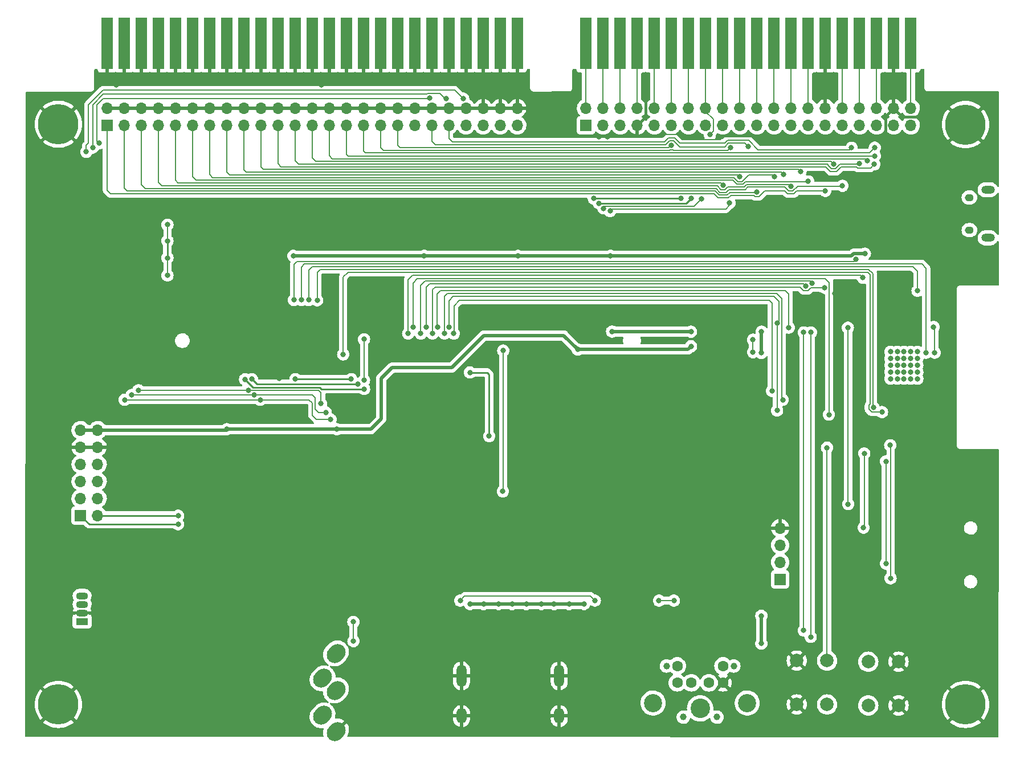
<source format=gbr>
%TF.GenerationSoftware,KiCad,Pcbnew,(6.0.0)*%
%TF.CreationDate,2023-03-19T22:45:45-04:00*%
%TF.ProjectId,TRS-IO++,5452532d-494f-42b2-9b2e-6b696361645f,rev?*%
%TF.SameCoordinates,Original*%
%TF.FileFunction,Copper,L2,Bot*%
%TF.FilePolarity,Positive*%
%FSLAX46Y46*%
G04 Gerber Fmt 4.6, Leading zero omitted, Abs format (unit mm)*
G04 Created by KiCad (PCBNEW (6.0.0)) date 2023-03-19 22:45:45*
%MOMM*%
%LPD*%
G01*
G04 APERTURE LIST*
G04 Aperture macros list*
%AMHorizOval*
0 Thick line with rounded ends*
0 $1 width*
0 $2 $3 position (X,Y) of the first rounded end (center of the circle)*
0 $4 $5 position (X,Y) of the second rounded end (center of the circle)*
0 Add line between two ends*
20,1,$1,$2,$3,$4,$5,0*
0 Add two circle primitives to create the rounded ends*
1,1,$1,$2,$3*
1,1,$1,$4,$5*%
G04 Aperture macros list end*
%TA.AperFunction,ComponentPad*%
%ADD10C,0.800000*%
%TD*%
%TA.AperFunction,ComponentPad*%
%ADD11C,6.000000*%
%TD*%
%TA.AperFunction,ComponentPad*%
%ADD12C,2.000000*%
%TD*%
%TA.AperFunction,ComponentPad*%
%ADD13R,1.700000X1.700000*%
%TD*%
%TA.AperFunction,ComponentPad*%
%ADD14O,1.700000X1.700000*%
%TD*%
%TA.AperFunction,ComponentPad*%
%ADD15HorizOval,2.400000X-0.212132X-0.212132X0.212132X0.212132X0*%
%TD*%
%TA.AperFunction,ComponentPad*%
%ADD16O,1.500000X3.300000*%
%TD*%
%TA.AperFunction,ComponentPad*%
%ADD17O,1.500000X2.300000*%
%TD*%
%TA.AperFunction,ComponentPad*%
%ADD18O,1.300000X1.100000*%
%TD*%
%TA.AperFunction,ComponentPad*%
%ADD19O,2.000000X1.200000*%
%TD*%
%TA.AperFunction,ConnectorPad*%
%ADD20R,1.778000X7.620000*%
%TD*%
%TA.AperFunction,ComponentPad*%
%ADD21R,1.800000X1.070000*%
%TD*%
%TA.AperFunction,ComponentPad*%
%ADD22O,1.800000X1.070000*%
%TD*%
%TA.AperFunction,ComponentPad*%
%ADD23C,1.600000*%
%TD*%
%TA.AperFunction,ComponentPad*%
%ADD24C,1.000000*%
%TD*%
%TA.AperFunction,ComponentPad*%
%ADD25C,2.900000*%
%TD*%
%TA.AperFunction,ComponentPad*%
%ADD26C,2.700000*%
%TD*%
%TA.AperFunction,ViaPad*%
%ADD27C,0.800000*%
%TD*%
%TA.AperFunction,Conductor*%
%ADD28C,0.200000*%
%TD*%
%TA.AperFunction,Conductor*%
%ADD29C,0.500380*%
%TD*%
%TA.AperFunction,Conductor*%
%ADD30C,0.381000*%
%TD*%
%TA.AperFunction,Conductor*%
%ADD31C,0.250000*%
%TD*%
G04 APERTURE END LIST*
D10*
%TO.P,H3,1,1*%
%TO.N,GND*%
X202387690Y-139887010D03*
X203046700Y-141478000D03*
X199205710Y-143068990D03*
D11*
X200796700Y-141478000D03*
D10*
X200796700Y-143728000D03*
X202387690Y-143068990D03*
X200796700Y-139228000D03*
X198546700Y-141478000D03*
X199205710Y-139887010D03*
%TD*%
%TO.P,H2,1,1*%
%TO.N,GND*%
X198546700Y-55321200D03*
X202387690Y-53730210D03*
X200796700Y-57571200D03*
X199205710Y-53730210D03*
X203046700Y-55321200D03*
X199205710Y-56912190D03*
X202387690Y-56912190D03*
D11*
X200796700Y-55321200D03*
D10*
X200796700Y-53071200D03*
%TD*%
D12*
%TO.P,SW2,1,1*%
%TO.N,GND*%
X175737500Y-134976800D03*
X175737500Y-141476800D03*
%TO.P,SW2,2,2*%
%TO.N,ID0*%
X180237500Y-141476800D03*
X180237500Y-134976800D03*
%TD*%
D13*
%TO.P,J2,1,Pin_1*%
%TO.N,SYSRES_N*%
X144413700Y-55422800D03*
D14*
%TO.P,J2,2,Pin_2*%
%TO.N,RAS_N*%
X144413700Y-52882800D03*
%TO.P,J2,3,Pin_3*%
%TO.N,A10*%
X146953700Y-55422800D03*
%TO.P,J2,4,Pin_4*%
%TO.N,CAS_N*%
X146953700Y-52882800D03*
%TO.P,J2,5,Pin_5*%
%TO.N,A13*%
X149493700Y-55422800D03*
%TO.P,J2,6,Pin_6*%
%TO.N,A12*%
X149493700Y-52882800D03*
%TO.P,J2,7,Pin_7*%
%TO.N,GND*%
X152033700Y-55422800D03*
%TO.P,J2,8,Pin_8*%
%TO.N,A15*%
X152033700Y-52882800D03*
%TO.P,J2,9,Pin_9*%
%TO.N,A14*%
X154573700Y-55422800D03*
%TO.P,J2,10,Pin_10*%
%TO.N,A11*%
X154573700Y-52882800D03*
%TO.P,J2,11,Pin_11*%
%TO.N,OUT_N*%
X157113700Y-55422800D03*
%TO.P,J2,12,Pin_12*%
%TO.N,A8*%
X157113700Y-52882800D03*
%TO.P,J2,13,Pin_13*%
%TO.N,INTACK_N*%
X159653700Y-55422800D03*
%TO.P,J2,14,Pin_14*%
%TO.N,WR_N*%
X159653700Y-52882800D03*
%TO.P,J2,15,Pin_15*%
%TO.N,MUX*%
X162193700Y-55422800D03*
%TO.P,J2,16,Pin_16*%
%TO.N,RD_N*%
X162193700Y-52882800D03*
%TO.P,J2,17,Pin_17*%
%TO.N,D4*%
X164733700Y-55422800D03*
%TO.P,J2,18,Pin_18*%
%TO.N,A9*%
X164733700Y-52882800D03*
%TO.P,J2,19,Pin_19*%
%TO.N,D7*%
X167273700Y-55422800D03*
%TO.P,J2,20,Pin_20*%
%TO.N,IN_N*%
X167273700Y-52882800D03*
%TO.P,J2,21,Pin_21*%
%TO.N,D1*%
X169813700Y-55422800D03*
%TO.P,J2,22,Pin_22*%
%TO.N,INT_N*%
X169813700Y-52882800D03*
%TO.P,J2,23,Pin_23*%
%TO.N,D6*%
X172353700Y-55422800D03*
%TO.P,J2,24,Pin_24*%
%TO.N,TEST_N*%
X172353700Y-52882800D03*
%TO.P,J2,25,Pin_25*%
%TO.N,D3*%
X174893700Y-55422800D03*
%TO.P,J2,26,Pin_26*%
%TO.N,A0*%
X174893700Y-52882800D03*
%TO.P,J2,27,Pin_27*%
%TO.N,D5*%
X177433700Y-55422800D03*
%TO.P,J2,28,Pin_28*%
%TO.N,A1*%
X177433700Y-52882800D03*
%TO.P,J2,29,Pin_29*%
%TO.N,D0*%
X179973700Y-55422800D03*
%TO.P,J2,30,Pin_30*%
%TO.N,GND*%
X179973700Y-52882800D03*
%TO.P,J2,31,Pin_31*%
%TO.N,D2*%
X182513700Y-55422800D03*
%TO.P,J2,32,Pin_32*%
%TO.N,A4*%
X182513700Y-52882800D03*
%TO.P,J2,33,Pin_33*%
%TO.N,A3*%
X185053700Y-55422800D03*
%TO.P,J2,34,Pin_34*%
%TO.N,WAIT_N*%
X185053700Y-52882800D03*
%TO.P,J2,35,Pin_35*%
%TO.N,A7*%
X187593700Y-55422800D03*
%TO.P,J2,36,Pin_36*%
%TO.N,A5*%
X187593700Y-52882800D03*
%TO.P,J2,37,Pin_37*%
%TO.N,A6*%
X190133700Y-55422800D03*
%TO.P,J2,38,Pin_38*%
%TO.N,GND*%
X190133700Y-52882800D03*
%TO.P,J2,39,Pin_39*%
%TO.N,A2*%
X192673700Y-55422800D03*
%TO.P,J2,40,Pin_40*%
%TO.N,5V*%
X192673700Y-52882800D03*
%TD*%
D15*
%TO.P,J10,R*%
%TO.N,Net-(C14-Pad1)*%
X105273899Y-137591199D03*
%TO.P,J10,RN*%
%TO.N,N/C*%
X107273899Y-139391199D03*
%TO.P,J10,S*%
%TO.N,GND*%
X107273899Y-145491199D03*
%TO.P,J10,T*%
%TO.N,Net-(C15-Pad1)*%
X105273899Y-143091199D03*
%TO.P,J10,TN*%
%TO.N,N/C*%
X107273899Y-133891199D03*
%TD*%
D16*
%TO.P,J7,SH,SH*%
%TO.N,GND*%
X140431900Y-137233000D03*
D17*
X125931900Y-143193000D03*
X140431900Y-143193000D03*
D16*
X125931900Y-137233000D03*
%TD*%
D13*
%TO.P,J8,1,Pin_1*%
%TO.N,TXD0*%
X173255166Y-122892600D03*
D14*
%TO.P,J8,2,Pin_2*%
%TO.N,RXD0*%
X173255166Y-120352600D03*
%TO.P,J8,3,Pin_3*%
%TO.N,+5V*%
X173255166Y-117812600D03*
%TO.P,J8,4,Pin_4*%
%TO.N,GND*%
X173255166Y-115272600D03*
%TD*%
D12*
%TO.P,SW1,1,1*%
%TO.N,ESP_RESET*%
X186354700Y-135129200D03*
X186354700Y-141629200D03*
%TO.P,SW1,2,2*%
%TO.N,GND*%
X190854700Y-141629200D03*
X190854700Y-135129200D03*
%TD*%
D13*
%TO.P,J5,1,Pin_1*%
%TO.N,PMOD_IO1*%
X69322000Y-113411400D03*
D14*
%TO.P,J5,2,Pin_2*%
%TO.N,PMOD_IO5*%
X71862000Y-113411400D03*
%TO.P,J5,3,Pin_3*%
%TO.N,PMOD_IO2*%
X69322000Y-110871400D03*
%TO.P,J5,4,Pin_4*%
%TO.N,PMOD_IO6*%
X71862000Y-110871400D03*
%TO.P,J5,5,Pin_5*%
%TO.N,PMOD_IO3*%
X69322000Y-108331400D03*
%TO.P,J5,6,Pin_6*%
%TO.N,PMOD_IO7*%
X71862000Y-108331400D03*
%TO.P,J5,7,Pin_7*%
%TO.N,PMOD_IO4*%
X69322000Y-105791400D03*
%TO.P,J5,8,Pin_8*%
%TO.N,PMOD_IO8*%
X71862000Y-105791400D03*
%TO.P,J5,9,Pin_9*%
%TO.N,GND*%
X69322000Y-103251400D03*
%TO.P,J5,10,Pin_10*%
X71862000Y-103251400D03*
%TO.P,J5,11,Pin_11*%
%TO.N,+3V3*%
X69322000Y-100711400D03*
%TO.P,J5,12,Pin_12*%
X71862000Y-100711400D03*
%TD*%
D10*
%TO.P,U1,39*%
%TO.N,N/C*%
X189655900Y-90090800D03*
X192655900Y-90090800D03*
X192655900Y-91090800D03*
X189655900Y-91090800D03*
X193655900Y-93090800D03*
X193655900Y-89090800D03*
X189655900Y-92090800D03*
X190655900Y-91090800D03*
X191655900Y-93090800D03*
X189655900Y-93090800D03*
X189655900Y-89090800D03*
X191655900Y-92090800D03*
X191655900Y-91090800D03*
X193655900Y-91090800D03*
X192655900Y-93090800D03*
X190655900Y-93090800D03*
X190655900Y-89090800D03*
X192655900Y-92090800D03*
X193655900Y-92090800D03*
X192655900Y-89090800D03*
X190655900Y-90090800D03*
X191655900Y-90090800D03*
X193655900Y-90090800D03*
X191655900Y-89090800D03*
X190655900Y-92090800D03*
%TD*%
%TO.P,H1,1,1*%
%TO.N,GND*%
X66024300Y-57520400D03*
X64433310Y-56861390D03*
X68274300Y-55270400D03*
D11*
X66024300Y-55270400D03*
D10*
X64433310Y-53679410D03*
X67615290Y-56861390D03*
X67615290Y-53679410D03*
X66024300Y-53020400D03*
X63774300Y-55270400D03*
%TD*%
D18*
%TO.P,J12,*%
%TO.N,*%
X201374000Y-66155000D03*
D19*
X204124000Y-72155000D03*
X204124000Y-65005000D03*
D18*
X201374000Y-71005000D03*
%TD*%
D20*
%TO.P,J4,2,Pin_2*%
%TO.N,RAS_N*%
X144408700Y-43281600D03*
%TO.P,J4,4,Pin_4*%
%TO.N,CAS_N*%
X146948700Y-43281600D03*
%TO.P,J4,6,Pin_6*%
%TO.N,A12*%
X149488700Y-43281600D03*
%TO.P,J4,8,Pin_8*%
%TO.N,A15*%
X152028700Y-43281600D03*
%TO.P,J4,10,Pin_10*%
%TO.N,A11*%
X154568700Y-43281600D03*
%TO.P,J4,12,Pin_12*%
%TO.N,A8*%
X157108700Y-43281600D03*
%TO.P,J4,14,Pin_14*%
%TO.N,WR_N*%
X159648700Y-43281600D03*
%TO.P,J4,16,Pin_16*%
%TO.N,RD_N*%
X162188700Y-43281600D03*
%TO.P,J4,18,Pin_18*%
%TO.N,A9*%
X164728700Y-43281600D03*
%TO.P,J4,20,Pin_20*%
%TO.N,IN_N*%
X167268700Y-43281600D03*
%TO.P,J4,22,Pin_22*%
%TO.N,INT_N*%
X169808700Y-43281600D03*
%TO.P,J4,24,Pin_24*%
%TO.N,TEST_N*%
X172348700Y-43281600D03*
%TO.P,J4,26,Pin_26*%
%TO.N,A0*%
X174888700Y-43281600D03*
%TO.P,J4,28,Pin_28*%
%TO.N,A1*%
X177428700Y-43281600D03*
%TO.P,J4,30,Pin_30*%
%TO.N,GND*%
X179968700Y-43281600D03*
%TO.P,J4,32,Pin_32*%
%TO.N,A4*%
X182508700Y-43281600D03*
%TO.P,J4,34,Pin_34*%
%TO.N,WAIT_N*%
X185048700Y-43281600D03*
%TO.P,J4,36,Pin_36*%
%TO.N,A5*%
X187588700Y-43281600D03*
%TO.P,J4,38,Pin_38*%
%TO.N,GND*%
X190128700Y-43281600D03*
%TO.P,J4,40,Pin_40*%
%TO.N,5V*%
X192668700Y-43281600D03*
%TD*%
%TO.P,J3,2,Pin_2*%
%TO.N,GND*%
X73263300Y-43281600D03*
%TO.P,J3,4,Pin_4*%
X75803300Y-43281600D03*
%TO.P,J3,6,Pin_6*%
X78343300Y-43281600D03*
%TO.P,J3,8,Pin_8*%
X80883300Y-43281600D03*
%TO.P,J3,10,Pin_10*%
X83423300Y-43281600D03*
%TO.P,J3,12,Pin_12*%
X85963300Y-43281600D03*
%TO.P,J3,14,Pin_14*%
X88503300Y-43281600D03*
%TO.P,J3,16,Pin_16*%
X91043300Y-43281600D03*
%TO.P,J3,18,Pin_18*%
X93583300Y-43281600D03*
%TO.P,J3,20,Pin_20*%
X96123300Y-43281600D03*
%TO.P,J3,22,Pin_22*%
X98663300Y-43281600D03*
%TO.P,J3,24,Pin_24*%
X101203300Y-43281600D03*
%TO.P,J3,26,Pin_26*%
X103743300Y-43281600D03*
%TO.P,J3,28,Pin_28*%
X106283300Y-43281600D03*
%TO.P,J3,30,Pin_30*%
X108823300Y-43281600D03*
%TO.P,J3,32,Pin_32*%
X111363300Y-43281600D03*
%TO.P,J3,34,Pin_34*%
X113903300Y-43281600D03*
%TO.P,J3,36,Pin_36*%
X116443300Y-43281600D03*
%TO.P,J3,38,Pin_38*%
X118983300Y-43281600D03*
%TO.P,J3,40,Pin_40*%
X121523300Y-43281600D03*
%TO.P,J3,42,Pin_42*%
X124063300Y-43281600D03*
%TO.P,J3,44,Pin_44*%
X126603300Y-43281600D03*
%TO.P,J3,46,Pin_46*%
X129143300Y-43281600D03*
%TO.P,J3,48,Pin_48*%
X131683300Y-43281600D03*
%TO.P,J3,50,Pin_50*%
X134223300Y-43281600D03*
%TD*%
D21*
%TO.P,D1,1,RA*%
%TO.N,Net-(D1-Pad1)*%
X69543200Y-129156000D03*
D22*
%TO.P,D1,2,K*%
%TO.N,GND*%
X69543200Y-127886000D03*
%TO.P,D1,3,BA*%
%TO.N,Net-(D1-Pad3)*%
X69543200Y-126616000D03*
%TO.P,D1,4,GA*%
%TO.N,Net-(D1-Pad4)*%
X69543200Y-125346000D03*
%TD*%
D23*
%TO.P,J11,1*%
%TO.N,PS2_DATA*%
X162675900Y-138262800D03*
%TO.P,J11,2*%
%TO.N,unconnected-(J11-Pad2)*%
X160075900Y-138262800D03*
%TO.P,J11,3*%
%TO.N,GND*%
X164775900Y-138262800D03*
%TO.P,J11,4*%
%TO.N,+5V*%
X157975900Y-138262800D03*
%TO.P,J11,5*%
%TO.N,PS2_CLK*%
X164775900Y-135762800D03*
%TO.P,J11,6*%
%TO.N,unconnected-(J11-Pad6)*%
X157975900Y-135762800D03*
D24*
%TO.P,J11,M1*%
%TO.N,N/C*%
X163875900Y-143362800D03*
%TO.P,J11,M2*%
X158875900Y-143362800D03*
%TO.P,J11,M3*%
X166375900Y-135762800D03*
%TO.P,J11,M4*%
X156375900Y-135762800D03*
D25*
%TO.P,J11,S1*%
X161375900Y-142062800D03*
D26*
%TO.P,J11,S2*%
X168375900Y-141262800D03*
%TO.P,J11,S3*%
X154375900Y-141262800D03*
%TD*%
D13*
%TO.P,J1,1,Pin_1*%
%TO.N,D0*%
X73237900Y-55422800D03*
D14*
%TO.P,J1,2,Pin_2*%
%TO.N,GND*%
X73237900Y-52882800D03*
%TO.P,J1,3,Pin_3*%
%TO.N,D1*%
X75777900Y-55422800D03*
%TO.P,J1,4,Pin_4*%
%TO.N,GND*%
X75777900Y-52882800D03*
%TO.P,J1,5,Pin_5*%
%TO.N,D2*%
X78317900Y-55422800D03*
%TO.P,J1,6,Pin_6*%
%TO.N,GND*%
X78317900Y-52882800D03*
%TO.P,J1,7,Pin_7*%
%TO.N,D3*%
X80857900Y-55422800D03*
%TO.P,J1,8,Pin_8*%
%TO.N,GND*%
X80857900Y-52882800D03*
%TO.P,J1,9,Pin_9*%
%TO.N,D4*%
X83397900Y-55422800D03*
%TO.P,J1,10,Pin_10*%
%TO.N,GND*%
X83397900Y-52882800D03*
%TO.P,J1,11,Pin_11*%
%TO.N,D5*%
X85937900Y-55422800D03*
%TO.P,J1,12,Pin_12*%
%TO.N,GND*%
X85937900Y-52882800D03*
%TO.P,J1,13,Pin_13*%
%TO.N,D6*%
X88477900Y-55422800D03*
%TO.P,J1,14,Pin_14*%
%TO.N,GND*%
X88477900Y-52882800D03*
%TO.P,J1,15,Pin_15*%
%TO.N,D7*%
X91017900Y-55422800D03*
%TO.P,J1,16,Pin_16*%
%TO.N,GND*%
X91017900Y-52882800D03*
%TO.P,J1,17,Pin_17*%
%TO.N,A0*%
X93557900Y-55422800D03*
%TO.P,J1,18,Pin_18*%
%TO.N,GND*%
X93557900Y-52882800D03*
%TO.P,J1,19,Pin_19*%
%TO.N,A1*%
X96097900Y-55422800D03*
%TO.P,J1,20,Pin_20*%
%TO.N,GND*%
X96097900Y-52882800D03*
%TO.P,J1,21,Pin_21*%
%TO.N,A2*%
X98637900Y-55422800D03*
%TO.P,J1,22,Pin_22*%
%TO.N,GND*%
X98637900Y-52882800D03*
%TO.P,J1,23,Pin_23*%
%TO.N,A3*%
X101177900Y-55422800D03*
%TO.P,J1,24,Pin_24*%
%TO.N,GND*%
X101177900Y-52882800D03*
%TO.P,J1,25,Pin_25*%
%TO.N,A4*%
X103717900Y-55422800D03*
%TO.P,J1,26,Pin_26*%
%TO.N,GND*%
X103717900Y-52882800D03*
%TO.P,J1,27,Pin_27*%
%TO.N,A5*%
X106257900Y-55422800D03*
%TO.P,J1,28,Pin_28*%
%TO.N,GND*%
X106257900Y-52882800D03*
%TO.P,J1,29,Pin_29*%
%TO.N,A6*%
X108797900Y-55422800D03*
%TO.P,J1,30,Pin_30*%
%TO.N,GND*%
X108797900Y-52882800D03*
%TO.P,J1,31,Pin_31*%
%TO.N,A7*%
X111337900Y-55422800D03*
%TO.P,J1,32,Pin_32*%
%TO.N,GND*%
X111337900Y-52882800D03*
%TO.P,J1,33,Pin_33*%
%TO.N,IN_N*%
X113877900Y-55422800D03*
%TO.P,J1,34,Pin_34*%
%TO.N,GND*%
X113877900Y-52882800D03*
%TO.P,J1,35,Pin_35*%
%TO.N,OUT_N*%
X116417900Y-55422800D03*
%TO.P,J1,36,Pin_36*%
%TO.N,GND*%
X116417900Y-52882800D03*
%TO.P,J1,37,Pin_37*%
%TO.N,RESET_N*%
X118957900Y-55422800D03*
%TO.P,J1,38,Pin_38*%
%TO.N,GND*%
X118957900Y-52882800D03*
%TO.P,J1,39,Pin_39*%
%TO.N,INT_N*%
X121497900Y-55422800D03*
%TO.P,J1,40,Pin_40*%
%TO.N,GND*%
X121497900Y-52882800D03*
%TO.P,J1,41,Pin_41*%
%TO.N,WAIT_N*%
X124037900Y-55422800D03*
%TO.P,J1,42,Pin_42*%
%TO.N,GND*%
X124037900Y-52882800D03*
%TO.P,J1,43,Pin_43*%
%TO.N,EXTIOSEL_N*%
X126577900Y-55422800D03*
%TO.P,J1,44,Pin_44*%
%TO.N,GND*%
X126577900Y-52882800D03*
%TO.P,J1,45,Pin_45*%
%TO.N,unconnected-(J1-Pad45)*%
X129117900Y-55422800D03*
%TO.P,J1,46,Pin_46*%
%TO.N,GND*%
X129117900Y-52882800D03*
%TO.P,J1,47,Pin_47*%
%TO.N,M1_N*%
X131657900Y-55422800D03*
%TO.P,J1,48,Pin_48*%
%TO.N,GND*%
X131657900Y-52882800D03*
%TO.P,J1,49,Pin_49*%
%TO.N,IOREQ_N*%
X134197900Y-55422800D03*
%TO.P,J1,50,Pin_50*%
%TO.N,GND*%
X134197900Y-52882800D03*
%TD*%
D10*
%TO.P,H4,1,1*%
%TO.N,GND*%
X66024300Y-143728000D03*
X68274300Y-141478000D03*
X64433310Y-139887010D03*
X66024300Y-139228000D03*
X64433310Y-143068990D03*
X67615290Y-143068990D03*
D11*
X66024300Y-141478000D03*
D10*
X63774300Y-141478000D03*
X67615290Y-139887010D03*
%TD*%
D27*
%TO.N,CASS_IN*%
X157480000Y-126047500D03*
X155257500Y-126047500D03*
X169227500Y-89141300D03*
X125730000Y-126047500D03*
X169227500Y-87288310D03*
X145732500Y-126047500D03*
%TO.N,GND*%
X178698700Y-57838800D03*
X152028700Y-73202800D03*
X181356400Y-80416400D03*
X107121500Y-81432400D03*
X198459900Y-67259200D03*
X116840000Y-89535000D03*
X144129300Y-121213200D03*
X109661500Y-89814400D03*
X154622500Y-68897500D03*
X159702500Y-82550000D03*
X98806000Y-93014800D03*
X191570000Y-109737500D03*
X147637500Y-57150000D03*
X113725500Y-69697600D03*
X134921800Y-138633200D03*
X110947200Y-97891600D03*
X130810000Y-85407500D03*
X101990700Y-119176800D03*
X129676700Y-134213600D03*
X170497500Y-73660000D03*
X103682800Y-111302800D03*
X179387500Y-73660000D03*
X142240000Y-56832500D03*
X149542500Y-68897500D03*
X89747900Y-85090000D03*
X109712300Y-85090000D03*
X147002500Y-87312500D03*
X83486800Y-83705700D03*
X191570000Y-127517500D03*
X138211100Y-73304400D03*
X83486800Y-91325700D03*
X153298700Y-50850800D03*
X136422350Y-107340400D03*
X124393500Y-73202800D03*
X203489100Y-125984000D03*
X104835500Y-85090000D03*
X198561500Y-79857600D03*
X136525000Y-56832500D03*
X101185300Y-103632000D03*
X141259100Y-69748400D03*
X140970000Y-88900000D03*
X152066800Y-83388200D03*
X203489100Y-110439200D03*
X152066800Y-91325700D03*
X109559900Y-125272800D03*
X170497500Y-82550000D03*
X178698700Y-62750700D03*
X97113600Y-140782800D03*
X110947200Y-102311200D03*
X128270000Y-89535000D03*
X133350000Y-85407500D03*
X126365000Y-87630000D03*
X110947200Y-106781600D03*
X159702500Y-73660000D03*
X127390700Y-69697600D03*
X63890700Y-70154800D03*
X105076800Y-49415700D03*
X74596800Y-49415700D03*
X146367500Y-57150000D03*
X124799900Y-102057200D03*
X144121200Y-66675000D03*
X137160000Y-66585500D03*
%TO.N,+5V*%
X170469100Y-128298400D03*
X160020000Y-86097709D03*
X170469100Y-132425900D03*
X170469100Y-89245900D03*
X148290300Y-86076000D03*
X170497500Y-86106000D03*
%TO.N,+3V3*%
X107391200Y-100584000D03*
X185852090Y-74497910D03*
X160020000Y-88265000D03*
X144129300Y-126568200D03*
X82229500Y-75133200D03*
X82229500Y-77724000D03*
X82229500Y-72593200D03*
X134299500Y-74828400D03*
X120380300Y-74828400D03*
X135556800Y-126568200D03*
X129206800Y-126568200D03*
X82229500Y-70205600D03*
X137779300Y-126568200D03*
X133435900Y-126568200D03*
X148066300Y-74828400D03*
X141906800Y-126568200D03*
X91033600Y-100584000D03*
X127187500Y-126568200D03*
X143192500Y-88748091D03*
X139684300Y-126568200D03*
X100936600Y-74828400D03*
X131429300Y-126568200D03*
%TO.N,PS2_DATA*%
X176768300Y-86195900D03*
X176768300Y-130492500D03*
%TO.N,PS2_CLK*%
X177800000Y-131445000D03*
X177835100Y-86195900D03*
%TO.N,CS_SD*%
X185658300Y-115214400D03*
X185759900Y-104190800D03*
%TO.N,MOSI*%
X174533100Y-85484700D03*
X122333938Y-85407500D03*
X183372300Y-111709200D03*
X183321500Y-85496400D03*
%TO.N,SCK*%
X124077000Y-85407500D03*
X172805900Y-97790000D03*
X188972000Y-105377300D03*
X172805900Y-84785200D03*
X188972000Y-120548400D03*
%TO.N,CASS_OUT*%
X111442500Y-87223600D03*
X111442500Y-93316283D03*
%TO.N,ESP_RESET*%
X196060600Y-85394800D03*
X196215000Y-89217500D03*
%TO.N,CS_FPGA*%
X124776500Y-86360000D03*
X172043900Y-94894400D03*
%TO.N,ESP_S0*%
X121599500Y-86360000D03*
X179853722Y-79566178D03*
%TO.N,_A9*%
X127175800Y-92156900D03*
X130032300Y-101600000D03*
%TO.N,ESP_S1*%
X120650000Y-85407500D03*
X177056367Y-79287100D03*
%TO.N,ESP_S2*%
X178038300Y-78880700D03*
X119872300Y-86360000D03*
%TO.N,ESP_S3*%
X180508004Y-98420997D03*
X118745000Y-85407500D03*
%TO.N,REQ*%
X117992700Y-86360000D03*
X185572400Y-78079600D03*
%TO.N,DONE*%
X188405900Y-98039600D03*
X108340700Y-89458800D03*
%TO.N,ABUS_EN*%
X132064300Y-109815690D03*
X132115100Y-88900000D03*
%TO.N,D0*%
X179973700Y-65164700D03*
%TO.N,D1*%
X169813700Y-65317100D03*
%TO.N,D2*%
X182513700Y-64419400D03*
%TO.N,D3*%
X174837900Y-64504300D03*
%TO.N,D4*%
X164779500Y-64300700D03*
%TO.N,D5*%
X177433700Y-63759000D03*
%TO.N,D6*%
X172399500Y-63094300D03*
%TO.N,D7*%
X167273700Y-63094300D03*
%TO.N,A0*%
X173743700Y-62694300D03*
%TO.N,A1*%
X176283700Y-62294300D03*
%TO.N,A2*%
X187260000Y-61212500D03*
%TO.N,A3*%
X185053700Y-61094300D03*
%TO.N,A4*%
X181187900Y-61163200D03*
%TO.N,A5*%
X186203700Y-60694300D03*
%TO.N,A6*%
X187308750Y-59991250D03*
%TO.N,A7*%
X187325000Y-58737500D03*
%TO.N,IN_N*%
X165735000Y-66992500D03*
X165883700Y-58762200D03*
X147989505Y-68162900D03*
%TO.N,OUT_N*%
X157108700Y-58408300D03*
X158563200Y-66313900D03*
X145577100Y-66313900D03*
%TO.N,EXTIOSEL_N*%
X126171500Y-51460400D03*
X106453400Y-99110800D03*
X70167500Y-59372500D03*
X96012000Y-96215200D03*
X75869800Y-96215200D03*
%TO.N,WR_N*%
X146330800Y-67038400D03*
X160012700Y-66313900D03*
%TO.N,RD_N*%
X147031219Y-67762900D03*
X161607500Y-66357500D03*
X162834200Y-56832500D03*
%TO.N,INT_N*%
X105054400Y-96774000D03*
X72072500Y-58102500D03*
X121193100Y-51358800D03*
X94284800Y-94792800D03*
X168487900Y-58572400D03*
X77927200Y-94792800D03*
%TO.N,WAIT_N*%
X95137200Y-95492800D03*
X76909700Y-95492800D03*
X183880300Y-58775600D03*
X123606100Y-51435000D03*
X71120000Y-58737500D03*
X105753900Y-98094800D03*
%TO.N,MISO*%
X173646082Y-96210942D03*
X189671500Y-122732800D03*
X123377500Y-86360000D03*
X189620700Y-102971600D03*
%TO.N,INT*%
X109537500Y-93147300D03*
X101228700Y-93147300D03*
%TO.N,WAIT*%
X94781399Y-93156801D03*
X110490000Y-93890500D03*
%TO.N,EXTIOSEL*%
X111442500Y-94615000D03*
X93761100Y-93161100D03*
%TO.N,ID0*%
X180222700Y-103327200D03*
%TO.N,Net-(C15-Pad1)*%
X109855000Y-129222500D03*
X109864700Y-132070300D03*
%TO.N,JTAG_TDO*%
X193675000Y-80010000D03*
X103200776Y-81390724D03*
%TO.N,JTAG_TMS*%
X104479900Y-81432400D03*
X187135900Y-97337200D03*
%TO.N,JTAG_TCK*%
X194945000Y-89217500D03*
X102143100Y-81381600D03*
%TO.N,JTAG_TDI*%
X101025500Y-81381600D03*
X184556400Y-75348100D03*
%TO.N,PMOD_IO1*%
X83820000Y-114706400D03*
%TO.N,PMOD_IO5*%
X83820000Y-113436400D03*
%TD*%
D28*
%TO.N,CASS_IN*%
X157480000Y-126047500D02*
X155257500Y-126047500D01*
X145097500Y-125412500D02*
X126365000Y-125412500D01*
X126365000Y-125412500D02*
X125730000Y-126047500D01*
X145732500Y-126047500D02*
X145097500Y-125412500D01*
X169227500Y-89141300D02*
X169227500Y-87288310D01*
D29*
%TO.N,GND*%
X129117900Y-52882800D02*
X131657900Y-52882800D01*
D28*
X164400489Y-57532011D02*
X164782500Y-57150000D01*
D29*
X190133700Y-52882800D02*
X190133700Y-43286600D01*
X93557900Y-52882800D02*
X96097900Y-52882800D01*
D30*
X188893689Y-54122811D02*
X188893689Y-57131189D01*
D28*
X146367500Y-57150000D02*
X147637500Y-57150000D01*
D29*
X179968700Y-43281600D02*
X179968700Y-52877800D01*
D28*
X169916300Y-57838800D02*
X178698700Y-57838800D01*
D29*
X116417900Y-52882800D02*
X118957900Y-52882800D01*
X108797900Y-52882800D02*
X111337900Y-52882800D01*
X131657900Y-52882800D02*
X134197900Y-52882800D01*
X121497900Y-52882800D02*
X124037900Y-52882800D01*
X103717900Y-52882800D02*
X106257900Y-52882800D01*
X80857900Y-52882800D02*
X83397900Y-52882800D01*
D30*
X190133700Y-52882800D02*
X191403700Y-54152800D01*
D28*
X155892500Y-57150000D02*
X156210000Y-56832500D01*
D30*
X191403700Y-54152800D02*
X195259500Y-54152800D01*
D29*
X83397900Y-52882800D02*
X85937900Y-52882800D01*
X88477900Y-52882800D02*
X91017900Y-52882800D01*
X113877900Y-52882800D02*
X116417900Y-52882800D01*
X74596800Y-49415700D02*
X73263300Y-48082200D01*
D30*
X188893689Y-57131189D02*
X188912500Y-57150000D01*
D28*
X164782500Y-57150000D02*
X169227500Y-57150000D01*
D29*
X111337900Y-52882800D02*
X113877900Y-52882800D01*
X106257900Y-52882800D02*
X108797900Y-52882800D01*
D30*
X190133700Y-52882800D02*
X188893689Y-54122811D01*
D28*
X156210000Y-56832500D02*
X157956250Y-56832500D01*
D29*
X85937900Y-52882800D02*
X88477900Y-52882800D01*
D28*
X147637500Y-57150000D02*
X155892500Y-57150000D01*
D29*
X101177900Y-52882800D02*
X103717900Y-52882800D01*
X96097900Y-52882800D02*
X98637900Y-52882800D01*
X105076800Y-49415700D02*
X103743300Y-48082200D01*
X73237900Y-52882800D02*
X75777900Y-52882800D01*
D30*
X152033700Y-55422800D02*
X153274200Y-54182300D01*
X153274200Y-54182300D02*
X153274200Y-50875300D01*
D29*
X73263300Y-48082200D02*
X73263300Y-43281600D01*
D30*
X153274200Y-50875300D02*
X153298700Y-50850800D01*
D29*
X134223300Y-43281600D02*
X134223300Y-52857400D01*
X75777900Y-52882800D02*
X78317900Y-52882800D01*
X98637900Y-52882800D02*
X101177900Y-52882800D01*
X78317900Y-52882800D02*
X80857900Y-52882800D01*
X126577900Y-52882800D02*
X129117900Y-52882800D01*
X124037900Y-52882800D02*
X126577900Y-52882800D01*
D28*
X158655761Y-57532011D02*
X164400489Y-57532011D01*
X157956250Y-56832500D02*
X158655761Y-57532011D01*
D29*
X91017900Y-52882800D02*
X93557900Y-52882800D01*
X103743300Y-48082200D02*
X103743300Y-43281600D01*
D28*
X169227500Y-57150000D02*
X169916300Y-57838800D01*
D29*
X118957900Y-52882800D02*
X121497900Y-52882800D01*
%TO.N,+5V*%
X160020000Y-86097709D02*
X148312009Y-86097709D01*
X148312009Y-86097709D02*
X148290300Y-86076000D01*
X170497500Y-87601600D02*
X170469100Y-87630000D01*
X170469100Y-87630000D02*
X170469100Y-89245900D01*
X170497500Y-86106000D02*
X170497500Y-87601600D01*
X170469100Y-132425900D02*
X170469100Y-128298400D01*
%TO.N,+3V3*%
X127187500Y-126568200D02*
X141906800Y-126568200D01*
X112458500Y-100584000D02*
X107391200Y-100584000D01*
D31*
X82229500Y-72593200D02*
X82229500Y-75133200D01*
D29*
X183873749Y-74828400D02*
X148066300Y-74828400D01*
X69322000Y-100711400D02*
X90906200Y-100711400D01*
X141121909Y-86677500D02*
X129222500Y-86677500D01*
X90906200Y-100711400D02*
X91033600Y-100584000D01*
X91033600Y-100584000D02*
X107391200Y-100584000D01*
X134299500Y-74828400D02*
X120380300Y-74828400D01*
X160020000Y-88265000D02*
X159536909Y-88748091D01*
X113982500Y-99060000D02*
X112458500Y-100584000D01*
X129222500Y-86677500D02*
X124460000Y-91440000D01*
X159536909Y-88748091D02*
X143192500Y-88748091D01*
X185852090Y-74497910D02*
X184204239Y-74497910D01*
X120380300Y-74828400D02*
X100936600Y-74828400D01*
X143192500Y-88748091D02*
X141121909Y-86677500D01*
X115570000Y-91440000D02*
X113982500Y-93027500D01*
X144129300Y-126568200D02*
X141906800Y-126568200D01*
D28*
X82229500Y-70205600D02*
X82229500Y-72593200D01*
X82229500Y-77724000D02*
X82229500Y-75133200D01*
D29*
X148066300Y-74828400D02*
X134299500Y-74828400D01*
X184204239Y-74497910D02*
X183873749Y-74828400D01*
X124460000Y-91440000D02*
X115570000Y-91440000D01*
X113982500Y-93027500D02*
X113982500Y-99060000D01*
D28*
%TO.N,PS2_DATA*%
X176768300Y-86195900D02*
X176768300Y-130492500D01*
%TO.N,PS2_CLK*%
X177835100Y-131409900D02*
X177835100Y-86195900D01*
X177800000Y-131445000D02*
X177835100Y-131409900D01*
%TO.N,CS_SD*%
X185759900Y-104190800D02*
X185759900Y-115112800D01*
X185759900Y-115112800D02*
X185658300Y-115214400D01*
%TO.N,MOSI*%
X174025100Y-79959200D02*
X174533100Y-80467200D01*
X122259900Y-80467200D02*
X122767900Y-79959200D01*
X183372300Y-85547200D02*
X183321500Y-85496400D01*
X122767900Y-79959200D02*
X174025100Y-79959200D01*
X174533100Y-80467200D02*
X174533100Y-85484700D01*
X122333938Y-85407500D02*
X122259900Y-85333462D01*
X183372300Y-111709200D02*
X183372300Y-85547200D01*
X122259900Y-85333462D02*
X122259900Y-80467200D01*
%TO.N,SCK*%
X172805900Y-84785200D02*
X172805900Y-97790000D01*
X124077000Y-85407500D02*
X124077000Y-81494900D01*
X188972000Y-105377300D02*
X188972000Y-120548400D01*
X173059900Y-84531200D02*
X172805900Y-84785200D01*
X124077000Y-81494900D02*
X124698300Y-80873600D01*
X172297900Y-80873600D02*
X173059900Y-81635600D01*
X124698300Y-80873600D02*
X172297900Y-80873600D01*
X173059900Y-81635600D02*
X173059900Y-84531200D01*
%TO.N,CASS_OUT*%
X111442500Y-87223600D02*
X111442500Y-93316283D01*
%TO.N,ESP_RESET*%
X196215000Y-89217500D02*
X196215000Y-85549200D01*
X196215000Y-85549200D02*
X196060600Y-85394800D01*
%TO.N,CS_FPGA*%
X124799900Y-82245200D02*
X125612700Y-81432400D01*
X125612700Y-81432400D02*
X171637500Y-81432400D01*
X172043900Y-81838800D02*
X172043900Y-94894400D01*
X171637500Y-81432400D02*
X172043900Y-81838800D01*
X124799900Y-86336600D02*
X124799900Y-82245200D01*
X124776500Y-86360000D02*
X124799900Y-86336600D01*
%TO.N,ESP_S0*%
X176209500Y-79451200D02*
X176745400Y-79987100D01*
X122005900Y-79451200D02*
X176209500Y-79451200D01*
X176745400Y-79987100D02*
X177400800Y-79987100D01*
X177400800Y-79987100D02*
X177807200Y-79580700D01*
X177807200Y-79580700D02*
X179839200Y-79580700D01*
X121599500Y-79857600D02*
X122005900Y-79451200D01*
X179839200Y-79580700D02*
X179853722Y-79566178D01*
X121599500Y-86360000D02*
X121599500Y-79857600D01*
D31*
%TO.N,_A9*%
X129727500Y-92151200D02*
X127170100Y-92151200D01*
X130032300Y-101600000D02*
X130032300Y-92456000D01*
X130032300Y-92456000D02*
X129727500Y-92151200D01*
X127170100Y-92151200D02*
X127175800Y-92156900D01*
D28*
%TO.N,ESP_S1*%
X120650000Y-79486300D02*
X121148700Y-78987600D01*
X120650000Y-85407500D02*
X120650000Y-79486300D01*
X176756867Y-78987600D02*
X177056367Y-79287100D01*
X121148700Y-78987600D02*
X176756867Y-78987600D01*
%TO.N,ESP_S2*%
X119872300Y-79248000D02*
X120532700Y-78587600D01*
X120532700Y-78587600D02*
X177745200Y-78587600D01*
X119872300Y-86360000D02*
X119872300Y-79248000D01*
X177745200Y-78587600D02*
X178038300Y-78880700D01*
%TO.N,ESP_S3*%
X180553722Y-98375279D02*
X180508004Y-98420997D01*
X119364300Y-78181200D02*
X179942297Y-78181200D01*
X118692200Y-85354700D02*
X118692200Y-78853300D01*
X180553722Y-78792625D02*
X180553722Y-98375279D01*
X179942297Y-78181200D02*
X180553722Y-78792625D01*
X118745000Y-85407500D02*
X118692200Y-85354700D01*
X118692200Y-78853300D02*
X119364300Y-78181200D01*
%TO.N,REQ*%
X118653100Y-77724000D02*
X185216800Y-77724000D01*
X117992700Y-78384400D02*
X118653100Y-77724000D01*
X117992700Y-86360000D02*
X117992700Y-78384400D01*
X185216800Y-77724000D02*
X185572400Y-78079600D01*
%TO.N,DONE*%
X186629900Y-96853250D02*
X186629900Y-77635686D01*
X186848350Y-98039600D02*
X186435900Y-97627150D01*
X188405900Y-98039600D02*
X186848350Y-98039600D01*
X186435900Y-97047250D02*
X186629900Y-96853250D01*
X108340700Y-77978000D02*
X108340700Y-89458800D01*
X186435900Y-97627150D02*
X186435900Y-97047250D01*
X186629900Y-77635686D02*
X186261014Y-77266800D01*
X186261014Y-77266800D02*
X109051900Y-77266800D01*
X109051900Y-77266800D02*
X108340700Y-77978000D01*
%TO.N,ABUS_EN*%
X132115100Y-88900000D02*
X132115100Y-109764890D01*
X132115100Y-109764890D02*
X132064300Y-109815690D01*
%TO.N,D0*%
X169523750Y-66017100D02*
X169337050Y-65830400D01*
X73237900Y-65074800D02*
X73237900Y-55422800D01*
X175293535Y-65604300D02*
X174382264Y-65604300D01*
X179973700Y-65164700D02*
X179962000Y-65176400D01*
X165566505Y-66200700D02*
X163992493Y-66200700D01*
X163992493Y-66200700D02*
X163406192Y-65614400D01*
X163406192Y-65614400D02*
X73777500Y-65614400D01*
X179962000Y-65176400D02*
X175721436Y-65176400D01*
X170944350Y-65176400D02*
X170103650Y-66017100D01*
X170103650Y-66017100D02*
X169523750Y-66017100D01*
X175721436Y-65176400D02*
X175293535Y-65604300D01*
X73777500Y-65614400D02*
X73237900Y-65074800D01*
X169337050Y-65830400D02*
X165936805Y-65830400D01*
X173954364Y-65176400D02*
X170944350Y-65176400D01*
X174382264Y-65604300D02*
X173954364Y-65176400D01*
X165936805Y-65830400D02*
X165566505Y-66200700D01*
%TO.N,D1*%
X169700400Y-65430400D02*
X165771121Y-65430400D01*
X163571878Y-65214400D02*
X76222300Y-65214400D01*
X165771121Y-65430400D02*
X165400820Y-65800700D01*
X75777900Y-64770000D02*
X75777900Y-55422800D01*
X164158178Y-65800700D02*
X163571878Y-65214400D01*
X76222300Y-65214400D02*
X75777900Y-64770000D01*
X169813700Y-65317100D02*
X169700400Y-65430400D01*
X165400820Y-65800700D02*
X164158178Y-65800700D01*
%TO.N,D2*%
X182513700Y-64419400D02*
X182467900Y-64465200D01*
X163737564Y-64814400D02*
X78921100Y-64814400D01*
X78921100Y-64814400D02*
X78317900Y-64211200D01*
X168060705Y-64994300D02*
X165641536Y-64994300D01*
X175127850Y-65204300D02*
X174547950Y-65204300D01*
X168437406Y-64617600D02*
X168060705Y-64994300D01*
X78317900Y-64211200D02*
X78317900Y-55422800D01*
X165641536Y-64994300D02*
X165235135Y-65400700D01*
X174547950Y-65204300D02*
X173961250Y-64617600D01*
X175866950Y-64465200D02*
X175127850Y-65204300D01*
X165235135Y-65400700D02*
X164323864Y-65400700D01*
X173961250Y-64617600D02*
X168437406Y-64617600D01*
X164323864Y-65400700D02*
X163737564Y-64814400D01*
X182467900Y-64465200D02*
X175866950Y-64465200D01*
%TO.N,D3*%
X165475850Y-64594300D02*
X167895020Y-64594300D01*
X80857900Y-55422800D02*
X80857900Y-63906400D01*
X168278121Y-64211200D02*
X174544800Y-64211200D01*
X163903250Y-64414400D02*
X164489550Y-65000700D01*
X167895020Y-64594300D02*
X168278121Y-64211200D01*
X80857900Y-63906400D02*
X81365900Y-64414400D01*
X165069450Y-65000700D02*
X165475850Y-64594300D01*
X81365900Y-64414400D02*
X163903250Y-64414400D01*
X164489550Y-65000700D02*
X165069450Y-65000700D01*
X174544800Y-64211200D02*
X174837900Y-64504300D01*
%TO.N,D4*%
X83397900Y-55422800D02*
X83397900Y-63601600D01*
X83797500Y-64001200D02*
X164480000Y-64001200D01*
X164480000Y-64001200D02*
X164779500Y-64300700D01*
X83397900Y-63601600D02*
X83797500Y-64001200D01*
%TO.N,D5*%
X166818064Y-64194300D02*
X166224964Y-63601200D01*
X167729335Y-64194300D02*
X166818064Y-64194300D01*
X177387900Y-63804800D02*
X168118836Y-63804800D01*
X177433700Y-63759000D02*
X177387900Y-63804800D01*
X85937900Y-63093600D02*
X85937900Y-55422800D01*
X166224964Y-63601200D02*
X86445500Y-63601200D01*
X86445500Y-63601200D02*
X85937900Y-63093600D01*
X168118836Y-63804800D02*
X167729335Y-64194300D01*
%TO.N,D6*%
X168563150Y-62794800D02*
X172100000Y-62794800D01*
X107423696Y-63195200D02*
X166384650Y-63195200D01*
X172100000Y-62794800D02*
X172399500Y-63094300D01*
X88941100Y-63201200D02*
X107417696Y-63201200D01*
X88477900Y-55422800D02*
X88477900Y-62738000D01*
X167563650Y-63794300D02*
X168563150Y-62794800D01*
X166983750Y-63794300D02*
X167563650Y-63794300D01*
X107417696Y-63201200D02*
X107423696Y-63195200D01*
X166384650Y-63195200D02*
X166983750Y-63794300D01*
X88477900Y-62738000D02*
X88941100Y-63201200D01*
%TO.N,D7*%
X166974200Y-62794800D02*
X107258411Y-62794800D01*
X107252011Y-62801200D02*
X91436700Y-62801200D01*
X91017900Y-62382400D02*
X91017900Y-55422800D01*
X167273700Y-63094300D02*
X166974200Y-62794800D01*
X91436700Y-62801200D02*
X91017900Y-62382400D01*
X107258411Y-62794800D02*
X107252011Y-62801200D01*
%TO.N,A0*%
X173743700Y-62694300D02*
X173444200Y-62394800D01*
X93932300Y-62401200D02*
X93557900Y-62026800D01*
X93557900Y-62026800D02*
X93557900Y-55422800D01*
X174888700Y-43281600D02*
X174888700Y-52877800D01*
X107086326Y-62401200D02*
X93932300Y-62401200D01*
X107092726Y-62394800D02*
X107086326Y-62401200D01*
X173444200Y-62394800D02*
X107092726Y-62394800D01*
%TO.N,A1*%
X177428700Y-43281600D02*
X177428700Y-52877800D01*
X176283700Y-62294300D02*
X175984200Y-61994800D01*
X175984200Y-61994800D02*
X106927041Y-61994800D01*
X106927041Y-61994800D02*
X106920641Y-62001200D01*
X96097900Y-61620400D02*
X96097900Y-55422800D01*
X96478700Y-62001200D02*
X96097900Y-61620400D01*
X106920641Y-62001200D02*
X96478700Y-62001200D01*
%TO.N,A2*%
X182292736Y-61614000D02*
X184583450Y-61614000D01*
X184763750Y-61794300D02*
X186678200Y-61794300D01*
X181643536Y-62263200D02*
X182292736Y-61614000D01*
X98637900Y-61112400D02*
X99126700Y-61601200D01*
X180732264Y-62263200D02*
X181643536Y-62263200D01*
X184583450Y-61614000D02*
X184763750Y-61794300D01*
X186678200Y-61794300D02*
X187260000Y-61212500D01*
X180063864Y-61594800D02*
X180732264Y-62263200D01*
X106754956Y-61601200D02*
X106761356Y-61594800D01*
X99126700Y-61601200D02*
X106754956Y-61601200D01*
X106761356Y-61594800D02*
X180063864Y-61594800D01*
X98637900Y-55422800D02*
X98637900Y-61112400D01*
%TO.N,A3*%
X106589271Y-61201200D02*
X101723900Y-61201200D01*
X180254300Y-61194800D02*
X106595671Y-61194800D01*
X180897950Y-61863200D02*
X180375100Y-61340350D01*
X106595671Y-61194800D02*
X106589271Y-61201200D01*
X180375100Y-61340350D02*
X180375100Y-61315600D01*
X182127050Y-61214000D02*
X181477850Y-61863200D01*
X184934000Y-61214000D02*
X182127050Y-61214000D01*
X180375100Y-61315600D02*
X180254300Y-61194800D01*
X101177900Y-60655200D02*
X101177900Y-55422800D01*
X181477850Y-61863200D02*
X180897950Y-61863200D01*
X101723900Y-61201200D02*
X101177900Y-60655200D01*
X185053700Y-61094300D02*
X184934000Y-61214000D01*
%TO.N,A4*%
X104270300Y-60801200D02*
X103717900Y-60248800D01*
X180819500Y-60794800D02*
X106429986Y-60794800D01*
X106429986Y-60794800D02*
X106423586Y-60801200D01*
X103717900Y-60248800D02*
X103717900Y-55422800D01*
X181187900Y-61163200D02*
X180819500Y-60794800D01*
X182508700Y-43281600D02*
X182508700Y-52877800D01*
X106423586Y-60801200D02*
X104270300Y-60801200D01*
%TO.N,A5*%
X187588700Y-43281600D02*
X187588700Y-52877800D01*
X106257900Y-59944000D02*
X106257900Y-55422800D01*
X106708700Y-60394800D02*
X106257900Y-59944000D01*
X185904200Y-60394800D02*
X106708700Y-60394800D01*
X186203700Y-60694300D02*
X185904200Y-60394800D01*
%TO.N,A6*%
X187305200Y-59994800D02*
X187308750Y-59991250D01*
X108797900Y-55422800D02*
X108797900Y-59740800D01*
X109051900Y-59994800D02*
X187305200Y-59994800D01*
X108797900Y-59740800D02*
X109051900Y-59994800D01*
%TO.N,A7*%
X111337900Y-59283600D02*
X111591900Y-59537600D01*
X186524900Y-59537600D02*
X187325000Y-58737500D01*
X111337900Y-55422800D02*
X111337900Y-59283600D01*
X111591900Y-59537600D02*
X186524900Y-59537600D01*
%TO.N,IN_N*%
X165858300Y-58787600D02*
X165508300Y-59137600D01*
X113877900Y-58724800D02*
X113877900Y-55422800D01*
X165735000Y-66992500D02*
X165735000Y-67310000D01*
X114290700Y-59137600D02*
X113877900Y-58724800D01*
X156789450Y-59137600D02*
X114290700Y-59137600D01*
X157398650Y-59108300D02*
X156818750Y-59108300D01*
X156818750Y-59108300D02*
X156789450Y-59137600D01*
X167268700Y-43281600D02*
X167268700Y-52877800D01*
X165508300Y-59137600D02*
X157427950Y-59137600D01*
X148289005Y-67863400D02*
X147989505Y-68162900D01*
X165735000Y-67310000D02*
X165181600Y-67863400D01*
X165181600Y-67863400D02*
X148289005Y-67863400D01*
X165883700Y-58762200D02*
X165858300Y-58787600D01*
X157427950Y-59137600D02*
X157398650Y-59108300D01*
%TO.N,OUT_N*%
X116786300Y-58737600D02*
X156623764Y-58737600D01*
X116417900Y-58369200D02*
X116786300Y-58737600D01*
X156623764Y-58737600D02*
X156953064Y-58408300D01*
X116417900Y-55422800D02*
X116417900Y-58369200D01*
D31*
X145577100Y-66313900D02*
X158563200Y-66313900D01*
D28*
X156953064Y-58408300D02*
X157108700Y-58408300D01*
%TO.N,EXTIOSEL_N*%
X70167500Y-59372500D02*
X70167500Y-58420000D01*
X72707500Y-50165000D02*
X124876100Y-50165000D01*
X103276400Y-96215200D02*
X103740000Y-96678800D01*
X104343200Y-99110800D02*
X106453400Y-99110800D01*
X70485000Y-52387500D02*
X72707500Y-50165000D01*
X103740000Y-96678800D02*
X103740000Y-98507600D01*
X70167500Y-58420000D02*
X70485000Y-58102500D01*
X124876100Y-50165000D02*
X126171500Y-51460400D01*
X70485000Y-58102500D02*
X70485000Y-52387500D01*
X103740000Y-98507600D02*
X104343200Y-99110800D01*
X75869800Y-96215200D02*
X96012000Y-96215200D01*
X96012000Y-96215200D02*
X103276400Y-96215200D01*
%TO.N,RAS_N*%
X144408700Y-43281600D02*
X144408700Y-52877800D01*
%TO.N,CAS_N*%
X146948700Y-43281600D02*
X146948700Y-52877800D01*
%TO.N,A12*%
X149488700Y-43281600D02*
X149488700Y-52877800D01*
%TO.N,A15*%
X152028700Y-43281600D02*
X152028700Y-52877800D01*
%TO.N,A11*%
X154568700Y-43281600D02*
X154568700Y-52877800D01*
%TO.N,A8*%
X157108700Y-43281600D02*
X157108700Y-52877800D01*
%TO.N,WR_N*%
X159648700Y-43281600D02*
X159648700Y-52877800D01*
D31*
X146330800Y-67038400D02*
X159288200Y-67038400D01*
X159288200Y-67038400D02*
X160012700Y-66313900D01*
D28*
%TO.N,RD_N*%
X163343700Y-56323000D02*
X163343700Y-54535077D01*
X160501600Y-67463400D02*
X147050300Y-67463400D01*
X147050300Y-67463400D02*
X147050300Y-67743819D01*
X162834200Y-56832500D02*
X163343700Y-56323000D01*
X163343700Y-54535077D02*
X162193700Y-53385077D01*
X162188700Y-43281600D02*
X162188700Y-52877800D01*
X147050300Y-67743819D02*
X147031219Y-67762900D01*
X161607500Y-66357500D02*
X160501600Y-67463400D01*
%TO.N,A9*%
X164728700Y-43281600D02*
X164728700Y-52877800D01*
%TO.N,INT_N*%
X157398650Y-57708300D02*
X156818750Y-57708300D01*
X72072500Y-58102500D02*
X71755000Y-57785000D01*
X156208650Y-58318400D02*
X122005900Y-58318400D01*
X165032750Y-58623200D02*
X158313550Y-58623200D01*
X72707500Y-51435000D02*
X121116900Y-51435000D01*
X169808700Y-43281600D02*
X169808700Y-52877800D01*
X71755000Y-52387500D02*
X72707500Y-51435000D01*
X121116900Y-51435000D02*
X121193100Y-51358800D01*
X104698800Y-94792800D02*
X105054400Y-95148400D01*
X167977700Y-58062200D02*
X165593750Y-58062200D01*
X122005900Y-58318400D02*
X121497900Y-57810400D01*
X156818750Y-57708300D02*
X156208650Y-58318400D01*
X105054400Y-95148400D02*
X105054400Y-96774000D01*
X168487900Y-58572400D02*
X167977700Y-58062200D01*
X121497900Y-57810400D02*
X121497900Y-55422800D01*
X94284800Y-94792800D02*
X104698800Y-94792800D01*
X165593750Y-58062200D02*
X165032750Y-58623200D01*
X77927200Y-94792800D02*
X94284800Y-94792800D01*
X158313550Y-58623200D02*
X157398650Y-57708300D01*
X71755000Y-57785000D02*
X71755000Y-52387500D01*
%TO.N,TEST_N*%
X172348700Y-43281600D02*
X172348700Y-52877800D01*
%TO.N,WAIT_N*%
X122731300Y-50658800D02*
X123507500Y-51435000D01*
X157564336Y-57308300D02*
X158320436Y-58064400D01*
X104140000Y-95910400D02*
X104140000Y-97586800D01*
X120761950Y-50800000D02*
X120903150Y-50658800D01*
X95137200Y-95492800D02*
X103722400Y-95492800D01*
X183575500Y-59080400D02*
X183880300Y-58775600D01*
X169985850Y-59080400D02*
X183575500Y-59080400D01*
X158320436Y-58064400D02*
X165025864Y-58064400D01*
X124037900Y-55422800D02*
X124037900Y-57353200D01*
X156653065Y-57308300D02*
X157564336Y-57308300D01*
X104140000Y-97586800D02*
X104648000Y-98094800D01*
X168567650Y-57662200D02*
X169985850Y-59080400D01*
X165025864Y-58064400D02*
X165428065Y-57662200D01*
X165428065Y-57662200D02*
X168567650Y-57662200D01*
X124603100Y-57918400D02*
X156042964Y-57918400D01*
X185048700Y-43281600D02*
X185048700Y-52877800D01*
X72707500Y-50800000D02*
X120761950Y-50800000D01*
X124037900Y-57353200D02*
X124603100Y-57918400D01*
X123507500Y-51435000D02*
X123606100Y-51435000D01*
X71120000Y-58737500D02*
X71120000Y-52387500D01*
X120903150Y-50658800D02*
X122731300Y-50658800D01*
X104648000Y-98094800D02*
X105753900Y-98094800D01*
X76909700Y-95492800D02*
X95137200Y-95492800D01*
X156042964Y-57918400D02*
X156653065Y-57308300D01*
X104089200Y-95859600D02*
X104140000Y-95910400D01*
X103722400Y-95492800D02*
X104089200Y-95859600D01*
X71120000Y-52387500D02*
X72707500Y-50800000D01*
%TO.N,5V*%
X192673700Y-52882800D02*
X192673700Y-43286600D01*
%TO.N,MISO*%
X189671500Y-103022400D02*
X189620700Y-102971600D01*
X123377500Y-86360000D02*
X123377500Y-80822800D01*
X173517100Y-96081960D02*
X173646082Y-96210942D01*
X189671500Y-122732800D02*
X189671500Y-103022400D01*
X123783900Y-80416400D02*
X172755100Y-80416400D01*
X173517100Y-81178400D02*
X173517100Y-96081960D01*
X123377500Y-80822800D02*
X123783900Y-80416400D01*
X172755100Y-80416400D02*
X173517100Y-81178400D01*
D31*
%TO.N,INT*%
X109537500Y-93147300D02*
X101228700Y-93147300D01*
%TO.N,WAIT*%
X95496398Y-93871800D02*
X94781399Y-93156801D01*
X110471300Y-93871800D02*
X95496398Y-93871800D01*
X110490000Y-93890500D02*
X110471300Y-93871800D01*
%TO.N,EXTIOSEL*%
X104874642Y-94368280D02*
X94968280Y-94368280D01*
X94968280Y-94368280D02*
X93761100Y-93161100D01*
X111442500Y-94615000D02*
X105121362Y-94615000D01*
X105121362Y-94615000D02*
X104874642Y-94368280D01*
D28*
%TO.N,ID0*%
X180237500Y-134976800D02*
X180237500Y-103342000D01*
X180237500Y-103342000D02*
X180222700Y-103327200D01*
%TO.N,Net-(C15-Pad1)*%
X109855000Y-129222500D02*
X109864700Y-129232200D01*
X109864700Y-129232200D02*
X109864700Y-132070300D01*
%TO.N,JTAG_TDO*%
X103717900Y-76454000D02*
X103260700Y-76911200D01*
X193675000Y-80010000D02*
X193675000Y-77152500D01*
X103260700Y-76911200D02*
X103260700Y-81330800D01*
X193675000Y-77152500D02*
X192976500Y-76454000D01*
X103260700Y-81330800D02*
X103200776Y-81390724D01*
X192976500Y-76454000D02*
X103717900Y-76454000D01*
%TO.N,JTAG_TMS*%
X187135900Y-97337200D02*
X187029900Y-97231200D01*
X186413900Y-76854000D02*
X104892700Y-76854000D01*
X187029900Y-97231200D02*
X187029900Y-77470000D01*
X187029900Y-77470000D02*
X186413900Y-76854000D01*
X104479900Y-77266800D02*
X104479900Y-81432400D01*
X104892700Y-76854000D02*
X104479900Y-77266800D01*
%TO.N,JTAG_TCK*%
X102143100Y-76504800D02*
X102143100Y-81381600D01*
X194345100Y-76047600D02*
X102600300Y-76047600D01*
X194961100Y-86693600D02*
X194961100Y-76663600D01*
X194945000Y-86709700D02*
X194961100Y-86693600D01*
X194945000Y-89217500D02*
X194945000Y-86709700D01*
X102600300Y-76047600D02*
X102143100Y-76504800D01*
X194961100Y-76663600D02*
X194345100Y-76047600D01*
%TO.N,JTAG_TDI*%
X101482700Y-75641200D02*
X101025500Y-76098400D01*
X184263300Y-75641200D02*
X184556400Y-75348100D01*
X101482700Y-75641200D02*
X184263300Y-75641200D01*
X101025500Y-76098400D02*
X101025500Y-81381600D01*
D31*
%TO.N,PMOD_IO1*%
X70617000Y-114706400D02*
X69322000Y-113411400D01*
X83820000Y-114706400D02*
X70617000Y-114706400D01*
%TO.N,PMOD_IO5*%
X83820000Y-113436400D02*
X83795000Y-113411400D01*
X83795000Y-113411400D02*
X71862000Y-113411400D01*
%TD*%
%TA.AperFunction,Conductor*%
%TO.N,GND*%
G36*
X71814764Y-47098902D02*
G01*
X71861257Y-47152558D01*
X71871906Y-47191292D01*
X71872195Y-47193953D01*
X71875821Y-47209204D01*
X71920976Y-47329654D01*
X71929514Y-47345249D01*
X72006015Y-47447324D01*
X72018576Y-47459885D01*
X72120651Y-47536386D01*
X72136246Y-47544924D01*
X72256694Y-47590078D01*
X72271949Y-47593705D01*
X72322814Y-47599231D01*
X72329628Y-47599600D01*
X72991185Y-47599600D01*
X73006424Y-47595125D01*
X73007629Y-47593735D01*
X73009300Y-47586052D01*
X73009300Y-47078900D01*
X73517300Y-47078900D01*
X73517300Y-47581484D01*
X73521775Y-47596723D01*
X73523165Y-47597928D01*
X73530848Y-47599599D01*
X74196969Y-47599599D01*
X74203790Y-47599229D01*
X74254652Y-47593705D01*
X74269904Y-47590079D01*
X74390354Y-47544924D01*
X74405948Y-47536386D01*
X74457735Y-47497574D01*
X74524241Y-47472726D01*
X74593624Y-47487779D01*
X74608865Y-47497574D01*
X74660652Y-47536386D01*
X74676246Y-47544924D01*
X74796694Y-47590078D01*
X74811949Y-47593705D01*
X74862814Y-47599231D01*
X74869628Y-47599600D01*
X75531185Y-47599600D01*
X75546424Y-47595125D01*
X75547629Y-47593735D01*
X75549300Y-47586052D01*
X75549300Y-47078900D01*
X76057300Y-47078900D01*
X76057300Y-47581484D01*
X76061775Y-47596723D01*
X76063165Y-47597928D01*
X76070848Y-47599599D01*
X76736969Y-47599599D01*
X76743790Y-47599229D01*
X76794652Y-47593705D01*
X76809904Y-47590079D01*
X76930354Y-47544924D01*
X76945948Y-47536386D01*
X76997735Y-47497574D01*
X77064241Y-47472726D01*
X77133624Y-47487779D01*
X77148865Y-47497574D01*
X77200652Y-47536386D01*
X77216246Y-47544924D01*
X77336694Y-47590078D01*
X77351949Y-47593705D01*
X77402814Y-47599231D01*
X77409628Y-47599600D01*
X78071185Y-47599600D01*
X78086424Y-47595125D01*
X78087629Y-47593735D01*
X78089300Y-47586052D01*
X78089300Y-47078900D01*
X78597300Y-47078900D01*
X78597300Y-47581484D01*
X78601775Y-47596723D01*
X78603165Y-47597928D01*
X78610848Y-47599599D01*
X79276969Y-47599599D01*
X79283790Y-47599229D01*
X79334652Y-47593705D01*
X79349904Y-47590079D01*
X79470354Y-47544924D01*
X79485948Y-47536386D01*
X79537735Y-47497574D01*
X79604241Y-47472726D01*
X79673624Y-47487779D01*
X79688865Y-47497574D01*
X79740652Y-47536386D01*
X79756246Y-47544924D01*
X79876694Y-47590078D01*
X79891949Y-47593705D01*
X79942814Y-47599231D01*
X79949628Y-47599600D01*
X80611185Y-47599600D01*
X80626424Y-47595125D01*
X80627629Y-47593735D01*
X80629300Y-47586052D01*
X80629300Y-47078900D01*
X81137300Y-47078900D01*
X81137300Y-47581484D01*
X81141775Y-47596723D01*
X81143165Y-47597928D01*
X81150848Y-47599599D01*
X81816969Y-47599599D01*
X81823790Y-47599229D01*
X81874652Y-47593705D01*
X81889904Y-47590079D01*
X82010354Y-47544924D01*
X82025948Y-47536386D01*
X82077735Y-47497574D01*
X82144241Y-47472726D01*
X82213624Y-47487779D01*
X82228865Y-47497574D01*
X82280652Y-47536386D01*
X82296246Y-47544924D01*
X82416694Y-47590078D01*
X82431949Y-47593705D01*
X82482814Y-47599231D01*
X82489628Y-47599600D01*
X83151185Y-47599600D01*
X83166424Y-47595125D01*
X83167629Y-47593735D01*
X83169300Y-47586052D01*
X83169300Y-47078900D01*
X83677300Y-47078900D01*
X83677300Y-47581484D01*
X83681775Y-47596723D01*
X83683165Y-47597928D01*
X83690848Y-47599599D01*
X84356969Y-47599599D01*
X84363790Y-47599229D01*
X84414652Y-47593705D01*
X84429904Y-47590079D01*
X84550354Y-47544924D01*
X84565948Y-47536386D01*
X84617735Y-47497574D01*
X84684241Y-47472726D01*
X84753624Y-47487779D01*
X84768865Y-47497574D01*
X84820652Y-47536386D01*
X84836246Y-47544924D01*
X84956694Y-47590078D01*
X84971949Y-47593705D01*
X85022814Y-47599231D01*
X85029628Y-47599600D01*
X85691185Y-47599600D01*
X85706424Y-47595125D01*
X85707629Y-47593735D01*
X85709300Y-47586052D01*
X85709300Y-47078900D01*
X86217300Y-47078900D01*
X86217300Y-47581484D01*
X86221775Y-47596723D01*
X86223165Y-47597928D01*
X86230848Y-47599599D01*
X86896969Y-47599599D01*
X86903790Y-47599229D01*
X86954652Y-47593705D01*
X86969904Y-47590079D01*
X87090354Y-47544924D01*
X87105948Y-47536386D01*
X87157735Y-47497574D01*
X87224241Y-47472726D01*
X87293624Y-47487779D01*
X87308865Y-47497574D01*
X87360652Y-47536386D01*
X87376246Y-47544924D01*
X87496694Y-47590078D01*
X87511949Y-47593705D01*
X87562814Y-47599231D01*
X87569628Y-47599600D01*
X88231185Y-47599600D01*
X88246424Y-47595125D01*
X88247629Y-47593735D01*
X88249300Y-47586052D01*
X88249300Y-47078900D01*
X88757300Y-47078900D01*
X88757300Y-47581484D01*
X88761775Y-47596723D01*
X88763165Y-47597928D01*
X88770848Y-47599599D01*
X89436969Y-47599599D01*
X89443790Y-47599229D01*
X89494652Y-47593705D01*
X89509904Y-47590079D01*
X89630354Y-47544924D01*
X89645948Y-47536386D01*
X89697735Y-47497574D01*
X89764241Y-47472726D01*
X89833624Y-47487779D01*
X89848865Y-47497574D01*
X89900652Y-47536386D01*
X89916246Y-47544924D01*
X90036694Y-47590078D01*
X90051949Y-47593705D01*
X90102814Y-47599231D01*
X90109628Y-47599600D01*
X90771185Y-47599600D01*
X90786424Y-47595125D01*
X90787629Y-47593735D01*
X90789300Y-47586052D01*
X90789300Y-47078900D01*
X91297300Y-47078900D01*
X91297300Y-47581484D01*
X91301775Y-47596723D01*
X91303165Y-47597928D01*
X91310848Y-47599599D01*
X91976969Y-47599599D01*
X91983790Y-47599229D01*
X92034652Y-47593705D01*
X92049904Y-47590079D01*
X92170354Y-47544924D01*
X92185948Y-47536386D01*
X92237735Y-47497574D01*
X92304241Y-47472726D01*
X92373624Y-47487779D01*
X92388865Y-47497574D01*
X92440652Y-47536386D01*
X92456246Y-47544924D01*
X92576694Y-47590078D01*
X92591949Y-47593705D01*
X92642814Y-47599231D01*
X92649628Y-47599600D01*
X93311185Y-47599600D01*
X93326424Y-47595125D01*
X93327629Y-47593735D01*
X93329300Y-47586052D01*
X93329300Y-47078900D01*
X93837300Y-47078900D01*
X93837300Y-47581484D01*
X93841775Y-47596723D01*
X93843165Y-47597928D01*
X93850848Y-47599599D01*
X94516969Y-47599599D01*
X94523790Y-47599229D01*
X94574652Y-47593705D01*
X94589904Y-47590079D01*
X94710354Y-47544924D01*
X94725948Y-47536386D01*
X94777735Y-47497574D01*
X94844241Y-47472726D01*
X94913624Y-47487779D01*
X94928865Y-47497574D01*
X94980652Y-47536386D01*
X94996246Y-47544924D01*
X95116694Y-47590078D01*
X95131949Y-47593705D01*
X95182814Y-47599231D01*
X95189628Y-47599600D01*
X95851185Y-47599600D01*
X95866424Y-47595125D01*
X95867629Y-47593735D01*
X95869300Y-47586052D01*
X95869300Y-47078900D01*
X96377300Y-47078900D01*
X96377300Y-47581484D01*
X96381775Y-47596723D01*
X96383165Y-47597928D01*
X96390848Y-47599599D01*
X97056969Y-47599599D01*
X97063790Y-47599229D01*
X97114652Y-47593705D01*
X97129904Y-47590079D01*
X97250354Y-47544924D01*
X97265948Y-47536386D01*
X97317735Y-47497574D01*
X97384241Y-47472726D01*
X97453624Y-47487779D01*
X97468865Y-47497574D01*
X97520652Y-47536386D01*
X97536246Y-47544924D01*
X97656694Y-47590078D01*
X97671949Y-47593705D01*
X97722814Y-47599231D01*
X97729628Y-47599600D01*
X98391185Y-47599600D01*
X98406424Y-47595125D01*
X98407629Y-47593735D01*
X98409300Y-47586052D01*
X98409300Y-47078900D01*
X98917300Y-47078900D01*
X98917300Y-47581484D01*
X98921775Y-47596723D01*
X98923165Y-47597928D01*
X98930848Y-47599599D01*
X99596969Y-47599599D01*
X99603790Y-47599229D01*
X99654652Y-47593705D01*
X99669904Y-47590079D01*
X99790354Y-47544924D01*
X99805948Y-47536386D01*
X99857735Y-47497574D01*
X99924241Y-47472726D01*
X99993624Y-47487779D01*
X100008865Y-47497574D01*
X100060652Y-47536386D01*
X100076246Y-47544924D01*
X100196694Y-47590078D01*
X100211949Y-47593705D01*
X100262814Y-47599231D01*
X100269628Y-47599600D01*
X100931185Y-47599600D01*
X100946424Y-47595125D01*
X100947629Y-47593735D01*
X100949300Y-47586052D01*
X100949300Y-47078900D01*
X101457300Y-47078900D01*
X101457300Y-47581484D01*
X101461775Y-47596723D01*
X101463165Y-47597928D01*
X101470848Y-47599599D01*
X102136969Y-47599599D01*
X102143790Y-47599229D01*
X102194652Y-47593705D01*
X102209904Y-47590079D01*
X102330354Y-47544924D01*
X102345948Y-47536386D01*
X102397735Y-47497574D01*
X102464241Y-47472726D01*
X102533624Y-47487779D01*
X102548865Y-47497574D01*
X102600652Y-47536386D01*
X102616246Y-47544924D01*
X102736694Y-47590078D01*
X102751949Y-47593705D01*
X102802814Y-47599231D01*
X102809628Y-47599600D01*
X103471185Y-47599600D01*
X103486424Y-47595125D01*
X103487629Y-47593735D01*
X103489300Y-47586052D01*
X103489300Y-47078900D01*
X103997300Y-47078900D01*
X103997300Y-47581484D01*
X104001775Y-47596723D01*
X104003165Y-47597928D01*
X104010848Y-47599599D01*
X104676969Y-47599599D01*
X104683790Y-47599229D01*
X104734652Y-47593705D01*
X104749904Y-47590079D01*
X104870354Y-47544924D01*
X104885948Y-47536386D01*
X104937735Y-47497574D01*
X105004241Y-47472726D01*
X105073624Y-47487779D01*
X105088865Y-47497574D01*
X105140652Y-47536386D01*
X105156246Y-47544924D01*
X105276694Y-47590078D01*
X105291949Y-47593705D01*
X105342814Y-47599231D01*
X105349628Y-47599600D01*
X106011185Y-47599600D01*
X106026424Y-47595125D01*
X106027629Y-47593735D01*
X106029300Y-47586052D01*
X106029300Y-47078900D01*
X106537300Y-47078900D01*
X106537300Y-47581484D01*
X106541775Y-47596723D01*
X106543165Y-47597928D01*
X106550848Y-47599599D01*
X107216969Y-47599599D01*
X107223790Y-47599229D01*
X107274652Y-47593705D01*
X107289904Y-47590079D01*
X107410354Y-47544924D01*
X107425948Y-47536386D01*
X107477735Y-47497574D01*
X107544241Y-47472726D01*
X107613624Y-47487779D01*
X107628865Y-47497574D01*
X107680652Y-47536386D01*
X107696246Y-47544924D01*
X107816694Y-47590078D01*
X107831949Y-47593705D01*
X107882814Y-47599231D01*
X107889628Y-47599600D01*
X108551185Y-47599600D01*
X108566424Y-47595125D01*
X108567629Y-47593735D01*
X108569300Y-47586052D01*
X108569300Y-47078900D01*
X109077300Y-47078900D01*
X109077300Y-47581484D01*
X109081775Y-47596723D01*
X109083165Y-47597928D01*
X109090848Y-47599599D01*
X109756969Y-47599599D01*
X109763790Y-47599229D01*
X109814652Y-47593705D01*
X109829904Y-47590079D01*
X109950354Y-47544924D01*
X109965948Y-47536386D01*
X110017735Y-47497574D01*
X110084241Y-47472726D01*
X110153624Y-47487779D01*
X110168865Y-47497574D01*
X110220652Y-47536386D01*
X110236246Y-47544924D01*
X110356694Y-47590078D01*
X110371949Y-47593705D01*
X110422814Y-47599231D01*
X110429628Y-47599600D01*
X111091185Y-47599600D01*
X111106424Y-47595125D01*
X111107629Y-47593735D01*
X111109300Y-47586052D01*
X111109300Y-47078900D01*
X111617300Y-47078900D01*
X111617300Y-47581484D01*
X111621775Y-47596723D01*
X111623165Y-47597928D01*
X111630848Y-47599599D01*
X112296969Y-47599599D01*
X112303790Y-47599229D01*
X112354652Y-47593705D01*
X112369904Y-47590079D01*
X112490354Y-47544924D01*
X112505948Y-47536386D01*
X112557735Y-47497574D01*
X112624241Y-47472726D01*
X112693624Y-47487779D01*
X112708865Y-47497574D01*
X112760652Y-47536386D01*
X112776246Y-47544924D01*
X112896694Y-47590078D01*
X112911949Y-47593705D01*
X112962814Y-47599231D01*
X112969628Y-47599600D01*
X113631185Y-47599600D01*
X113646424Y-47595125D01*
X113647629Y-47593735D01*
X113649300Y-47586052D01*
X113649300Y-47078900D01*
X114157300Y-47078900D01*
X114157300Y-47581484D01*
X114161775Y-47596723D01*
X114163165Y-47597928D01*
X114170848Y-47599599D01*
X114836969Y-47599599D01*
X114843790Y-47599229D01*
X114894652Y-47593705D01*
X114909904Y-47590079D01*
X115030354Y-47544924D01*
X115045948Y-47536386D01*
X115097735Y-47497574D01*
X115164241Y-47472726D01*
X115233624Y-47487779D01*
X115248865Y-47497574D01*
X115300652Y-47536386D01*
X115316246Y-47544924D01*
X115436694Y-47590078D01*
X115451949Y-47593705D01*
X115502814Y-47599231D01*
X115509628Y-47599600D01*
X116171185Y-47599600D01*
X116186424Y-47595125D01*
X116187629Y-47593735D01*
X116189300Y-47586052D01*
X116189300Y-47078900D01*
X116697300Y-47078900D01*
X116697300Y-47581484D01*
X116701775Y-47596723D01*
X116703165Y-47597928D01*
X116710848Y-47599599D01*
X117376969Y-47599599D01*
X117383790Y-47599229D01*
X117434652Y-47593705D01*
X117449904Y-47590079D01*
X117570354Y-47544924D01*
X117585948Y-47536386D01*
X117637735Y-47497574D01*
X117704241Y-47472726D01*
X117773624Y-47487779D01*
X117788865Y-47497574D01*
X117840652Y-47536386D01*
X117856246Y-47544924D01*
X117976694Y-47590078D01*
X117991949Y-47593705D01*
X118042814Y-47599231D01*
X118049628Y-47599600D01*
X118711185Y-47599600D01*
X118726424Y-47595125D01*
X118727629Y-47593735D01*
X118729300Y-47586052D01*
X118729300Y-47078900D01*
X119237300Y-47078900D01*
X119237300Y-47581484D01*
X119241775Y-47596723D01*
X119243165Y-47597928D01*
X119250848Y-47599599D01*
X119916969Y-47599599D01*
X119923790Y-47599229D01*
X119974652Y-47593705D01*
X119989904Y-47590079D01*
X120110354Y-47544924D01*
X120125948Y-47536386D01*
X120177735Y-47497574D01*
X120244241Y-47472726D01*
X120313624Y-47487779D01*
X120328865Y-47497574D01*
X120380652Y-47536386D01*
X120396246Y-47544924D01*
X120516694Y-47590078D01*
X120531949Y-47593705D01*
X120582814Y-47599231D01*
X120589628Y-47599600D01*
X121251185Y-47599600D01*
X121266424Y-47595125D01*
X121267629Y-47593735D01*
X121269300Y-47586052D01*
X121269300Y-47078900D01*
X121777300Y-47078900D01*
X121777300Y-47581484D01*
X121781775Y-47596723D01*
X121783165Y-47597928D01*
X121790848Y-47599599D01*
X122456969Y-47599599D01*
X122463790Y-47599229D01*
X122514652Y-47593705D01*
X122529904Y-47590079D01*
X122650354Y-47544924D01*
X122665948Y-47536386D01*
X122717735Y-47497574D01*
X122784241Y-47472726D01*
X122853624Y-47487779D01*
X122868865Y-47497574D01*
X122920652Y-47536386D01*
X122936246Y-47544924D01*
X123056694Y-47590078D01*
X123071949Y-47593705D01*
X123122814Y-47599231D01*
X123129628Y-47599600D01*
X123791185Y-47599600D01*
X123806424Y-47595125D01*
X123807629Y-47593735D01*
X123809300Y-47586052D01*
X123809300Y-47078900D01*
X124317300Y-47078900D01*
X124317300Y-47581484D01*
X124321775Y-47596723D01*
X124323165Y-47597928D01*
X124330848Y-47599599D01*
X124996969Y-47599599D01*
X125003790Y-47599229D01*
X125054652Y-47593705D01*
X125069904Y-47590079D01*
X125190354Y-47544924D01*
X125205948Y-47536386D01*
X125257735Y-47497574D01*
X125324241Y-47472726D01*
X125393624Y-47487779D01*
X125408865Y-47497574D01*
X125460652Y-47536386D01*
X125476246Y-47544924D01*
X125596694Y-47590078D01*
X125611949Y-47593705D01*
X125662814Y-47599231D01*
X125669628Y-47599600D01*
X126331185Y-47599600D01*
X126346424Y-47595125D01*
X126347629Y-47593735D01*
X126349300Y-47586052D01*
X126349300Y-47078900D01*
X126857300Y-47078900D01*
X126857300Y-47581484D01*
X126861775Y-47596723D01*
X126863165Y-47597928D01*
X126870848Y-47599599D01*
X127536969Y-47599599D01*
X127543790Y-47599229D01*
X127594652Y-47593705D01*
X127609904Y-47590079D01*
X127730354Y-47544924D01*
X127745948Y-47536386D01*
X127797735Y-47497574D01*
X127864241Y-47472726D01*
X127933624Y-47487779D01*
X127948865Y-47497574D01*
X128000652Y-47536386D01*
X128016246Y-47544924D01*
X128136694Y-47590078D01*
X128151949Y-47593705D01*
X128202814Y-47599231D01*
X128209628Y-47599600D01*
X128871185Y-47599600D01*
X128886424Y-47595125D01*
X128887629Y-47593735D01*
X128889300Y-47586052D01*
X128889300Y-47078900D01*
X129397300Y-47078900D01*
X129397300Y-47581484D01*
X129401775Y-47596723D01*
X129403165Y-47597928D01*
X129410848Y-47599599D01*
X130076969Y-47599599D01*
X130083790Y-47599229D01*
X130134652Y-47593705D01*
X130149904Y-47590079D01*
X130270354Y-47544924D01*
X130285948Y-47536386D01*
X130337735Y-47497574D01*
X130404241Y-47472726D01*
X130473624Y-47487779D01*
X130488865Y-47497574D01*
X130540652Y-47536386D01*
X130556246Y-47544924D01*
X130676694Y-47590078D01*
X130691949Y-47593705D01*
X130742814Y-47599231D01*
X130749628Y-47599600D01*
X131411185Y-47599600D01*
X131426424Y-47595125D01*
X131427629Y-47593735D01*
X131429300Y-47586052D01*
X131429300Y-47078900D01*
X131937300Y-47078900D01*
X131937300Y-47581484D01*
X131941775Y-47596723D01*
X131943165Y-47597928D01*
X131950848Y-47599599D01*
X132616969Y-47599599D01*
X132623790Y-47599229D01*
X132674652Y-47593705D01*
X132689904Y-47590079D01*
X132810354Y-47544924D01*
X132825948Y-47536386D01*
X132877735Y-47497574D01*
X132944241Y-47472726D01*
X133013624Y-47487779D01*
X133028865Y-47497574D01*
X133080652Y-47536386D01*
X133096246Y-47544924D01*
X133216694Y-47590078D01*
X133231949Y-47593705D01*
X133282814Y-47599231D01*
X133289628Y-47599600D01*
X133951185Y-47599600D01*
X133966424Y-47595125D01*
X133967629Y-47593735D01*
X133969300Y-47586052D01*
X133969300Y-47078900D01*
X134477300Y-47078900D01*
X134477300Y-47581484D01*
X134481775Y-47596723D01*
X134483165Y-47597928D01*
X134490848Y-47599599D01*
X135156969Y-47599599D01*
X135163790Y-47599229D01*
X135214652Y-47593705D01*
X135229904Y-47590079D01*
X135350354Y-47544924D01*
X135365949Y-47536386D01*
X135468024Y-47459885D01*
X135480585Y-47447324D01*
X135557086Y-47345249D01*
X135565624Y-47329654D01*
X135610778Y-47209206D01*
X135614406Y-47193949D01*
X135614694Y-47191296D01*
X135615495Y-47189367D01*
X135616232Y-47186269D01*
X135616733Y-47186388D01*
X135641934Y-47125733D01*
X135700296Y-47085305D01*
X135739957Y-47078900D01*
X136002300Y-47078900D01*
X136070421Y-47098902D01*
X136116914Y-47152558D01*
X136128300Y-47204900D01*
X136128300Y-49878159D01*
X136128188Y-49967609D01*
X136128168Y-49983119D01*
X136130676Y-49991736D01*
X136130677Y-49991743D01*
X136135990Y-50009995D01*
X136139736Y-50027331D01*
X136143705Y-50055045D01*
X136150735Y-50070507D01*
X136154959Y-50079797D01*
X136161237Y-50096732D01*
X136168835Y-50122837D01*
X136183887Y-50146440D01*
X136192345Y-50162025D01*
X136203933Y-50187510D01*
X136209792Y-50194310D01*
X136209793Y-50194311D01*
X136221681Y-50208108D01*
X136232461Y-50222602D01*
X136247079Y-50245524D01*
X136255965Y-50253295D01*
X136268145Y-50263947D01*
X136280649Y-50276544D01*
X136293058Y-50290946D01*
X136293062Y-50290949D01*
X136298919Y-50297747D01*
X136306453Y-50302630D01*
X136321734Y-50312535D01*
X136336150Y-50323422D01*
X136356614Y-50341319D01*
X136382010Y-50353092D01*
X136397545Y-50361672D01*
X136421027Y-50376893D01*
X136429625Y-50379464D01*
X136429631Y-50379467D01*
X136447072Y-50384682D01*
X136463962Y-50391085D01*
X136488632Y-50402522D01*
X136497506Y-50403860D01*
X136497514Y-50403862D01*
X136516316Y-50406696D01*
X136533632Y-50410570D01*
X136543772Y-50413602D01*
X136560441Y-50418587D01*
X136569415Y-50418642D01*
X136569417Y-50418642D01*
X136588648Y-50418759D01*
X136595226Y-50418799D01*
X136597119Y-50418874D01*
X136599189Y-50419186D01*
X136631604Y-50419029D01*
X136632880Y-50419030D01*
X136705952Y-50419476D01*
X136708279Y-50418811D01*
X136710626Y-50418645D01*
X141864023Y-50393629D01*
X141865298Y-50393630D01*
X141938352Y-50394076D01*
X141946981Y-50391610D01*
X141946986Y-50391609D01*
X141968238Y-50385535D01*
X141984393Y-50382045D01*
X142006254Y-50378806D01*
X142006255Y-50378806D01*
X142015135Y-50377490D01*
X142023287Y-50373736D01*
X142023289Y-50373735D01*
X142028841Y-50371178D01*
X142037026Y-50367408D01*
X142055098Y-50360709D01*
X142078265Y-50354088D01*
X142104540Y-50337510D01*
X142119066Y-50329625D01*
X142147306Y-50316620D01*
X142165485Y-50300802D01*
X142180951Y-50289300D01*
X142193738Y-50281232D01*
X142193743Y-50281227D01*
X142201331Y-50276440D01*
X142209431Y-50267268D01*
X142221899Y-50253151D01*
X142233631Y-50241505D01*
X142250311Y-50226991D01*
X142250312Y-50226990D01*
X142257081Y-50221100D01*
X142263790Y-50210639D01*
X142270090Y-50200814D01*
X142281713Y-50185424D01*
X142291714Y-50174100D01*
X142297656Y-50167372D01*
X142307489Y-50146430D01*
X142310862Y-50139245D01*
X142318853Y-50124775D01*
X142330788Y-50106164D01*
X142335633Y-50098609D01*
X142342428Y-50075482D01*
X142349256Y-50057469D01*
X142359499Y-50035652D01*
X142361507Y-50022759D01*
X142364280Y-50004946D01*
X142367889Y-49988817D01*
X142374119Y-49967609D01*
X142376650Y-49958994D01*
X142376692Y-49925227D01*
X142378755Y-49925230D01*
X142378745Y-49925177D01*
X142376700Y-49925177D01*
X142376700Y-49919018D01*
X142376831Y-49814560D01*
X142376831Y-49814555D01*
X142376832Y-49813481D01*
X142376730Y-49813130D01*
X142376700Y-49812708D01*
X142376700Y-47204900D01*
X142396702Y-47136779D01*
X142450358Y-47090286D01*
X142502700Y-47078900D01*
X142891538Y-47078900D01*
X142959659Y-47098902D01*
X143006152Y-47152558D01*
X143016801Y-47191294D01*
X143017090Y-47193953D01*
X143017955Y-47201916D01*
X143069085Y-47338305D01*
X143156439Y-47454861D01*
X143272995Y-47542215D01*
X143409384Y-47593345D01*
X143471566Y-47600100D01*
X143674200Y-47600100D01*
X143742321Y-47620102D01*
X143788814Y-47673758D01*
X143800200Y-47726100D01*
X143800200Y-51594080D01*
X143780198Y-51662201D01*
X143732379Y-51705844D01*
X143687307Y-51729307D01*
X143683172Y-51732412D01*
X143683169Y-51732414D01*
X143542969Y-51837679D01*
X143508665Y-51863435D01*
X143483594Y-51889670D01*
X143392089Y-51985425D01*
X143354329Y-52024938D01*
X143351420Y-52029203D01*
X143351414Y-52029211D01*
X143293666Y-52113866D01*
X143228443Y-52209480D01*
X143134388Y-52412105D01*
X143074689Y-52627370D01*
X143050951Y-52849495D01*
X143051248Y-52854648D01*
X143051248Y-52854651D01*
X143061910Y-53039566D01*
X143063810Y-53072515D01*
X143064947Y-53077561D01*
X143064948Y-53077567D01*
X143075731Y-53125414D01*
X143112922Y-53290439D01*
X143196966Y-53497416D01*
X143236557Y-53562023D01*
X143310991Y-53683488D01*
X143313687Y-53687888D01*
X143459950Y-53856738D01*
X143463930Y-53860042D01*
X143468681Y-53863987D01*
X143508316Y-53922890D01*
X143509813Y-53993871D01*
X143472697Y-54054393D01*
X143432425Y-54078912D01*
X143391613Y-54094212D01*
X143316995Y-54122185D01*
X143200439Y-54209539D01*
X143113085Y-54326095D01*
X143061955Y-54462484D01*
X143055200Y-54524666D01*
X143055200Y-56320934D01*
X143061955Y-56383116D01*
X143113085Y-56519505D01*
X143200439Y-56636061D01*
X143316995Y-56723415D01*
X143453384Y-56774545D01*
X143515566Y-56781300D01*
X145311834Y-56781300D01*
X145374016Y-56774545D01*
X145510405Y-56723415D01*
X145626961Y-56636061D01*
X145714315Y-56519505D01*
X145736499Y-56460329D01*
X145758298Y-56402182D01*
X145800940Y-56345418D01*
X145867502Y-56320718D01*
X145936850Y-56335926D01*
X145971517Y-56363914D01*
X145999950Y-56396738D01*
X146171826Y-56539432D01*
X146364700Y-56652138D01*
X146369525Y-56653980D01*
X146369526Y-56653981D01*
X146426128Y-56675595D01*
X146573392Y-56731830D01*
X146578460Y-56732861D01*
X146578463Y-56732862D01*
X146679441Y-56753406D01*
X146792297Y-56776367D01*
X146797472Y-56776557D01*
X146797474Y-56776557D01*
X147010373Y-56784364D01*
X147010377Y-56784364D01*
X147015537Y-56784553D01*
X147020657Y-56783897D01*
X147020659Y-56783897D01*
X147231988Y-56756825D01*
X147231989Y-56756825D01*
X147237116Y-56756168D01*
X147242066Y-56754683D01*
X147446129Y-56693461D01*
X147446134Y-56693459D01*
X147451084Y-56691974D01*
X147651694Y-56593696D01*
X147833560Y-56463973D01*
X147991796Y-56306289D01*
X148122153Y-56124877D01*
X148123476Y-56125828D01*
X148170345Y-56082657D01*
X148240280Y-56070425D01*
X148305726Y-56097944D01*
X148333575Y-56129794D01*
X148393687Y-56227888D01*
X148539950Y-56396738D01*
X148711826Y-56539432D01*
X148904700Y-56652138D01*
X148909525Y-56653980D01*
X148909526Y-56653981D01*
X148966128Y-56675595D01*
X149113392Y-56731830D01*
X149118460Y-56732861D01*
X149118463Y-56732862D01*
X149219441Y-56753406D01*
X149332297Y-56776367D01*
X149337472Y-56776557D01*
X149337474Y-56776557D01*
X149550373Y-56784364D01*
X149550377Y-56784364D01*
X149555537Y-56784553D01*
X149560657Y-56783897D01*
X149560659Y-56783897D01*
X149771988Y-56756825D01*
X149771989Y-56756825D01*
X149777116Y-56756168D01*
X149782066Y-56754683D01*
X149986129Y-56693461D01*
X149986134Y-56693459D01*
X149991084Y-56691974D01*
X150191694Y-56593696D01*
X150373560Y-56463973D01*
X150531796Y-56306289D01*
X150662153Y-56124877D01*
X150663340Y-56125730D01*
X150710660Y-56082162D01*
X150780597Y-56069945D01*
X150846038Y-56097478D01*
X150873866Y-56129311D01*
X150931394Y-56223188D01*
X150937477Y-56231499D01*
X151076913Y-56392467D01*
X151084280Y-56399683D01*
X151248134Y-56535716D01*
X151256581Y-56541631D01*
X151440456Y-56649079D01*
X151449742Y-56653529D01*
X151648701Y-56729503D01*
X151658599Y-56732379D01*
X151761950Y-56753406D01*
X151775999Y-56752210D01*
X151779700Y-56741865D01*
X151779700Y-55294800D01*
X151799702Y-55226679D01*
X151853358Y-55180186D01*
X151905700Y-55168800D01*
X152161700Y-55168800D01*
X152229821Y-55188802D01*
X152276314Y-55242458D01*
X152287700Y-55294800D01*
X152287700Y-56741317D01*
X152291764Y-56755159D01*
X152305178Y-56757193D01*
X152311884Y-56756334D01*
X152321962Y-56754192D01*
X152525955Y-56692991D01*
X152535542Y-56689233D01*
X152726795Y-56595539D01*
X152735645Y-56590264D01*
X152909028Y-56466592D01*
X152916900Y-56459939D01*
X153067752Y-56309612D01*
X153074430Y-56301765D01*
X153201722Y-56124619D01*
X153202979Y-56125522D01*
X153250073Y-56082162D01*
X153320011Y-56069945D01*
X153385451Y-56097478D01*
X153413279Y-56129311D01*
X153473687Y-56227888D01*
X153619950Y-56396738D01*
X153791826Y-56539432D01*
X153984700Y-56652138D01*
X153989525Y-56653980D01*
X153989526Y-56653981D01*
X154046128Y-56675595D01*
X154193392Y-56731830D01*
X154198460Y-56732861D01*
X154198463Y-56732862D01*
X154299441Y-56753406D01*
X154412297Y-56776367D01*
X154417472Y-56776557D01*
X154417474Y-56776557D01*
X154630373Y-56784364D01*
X154630377Y-56784364D01*
X154635537Y-56784553D01*
X154640657Y-56783897D01*
X154640659Y-56783897D01*
X154851988Y-56756825D01*
X154851989Y-56756825D01*
X154857116Y-56756168D01*
X154862066Y-56754683D01*
X155066129Y-56693461D01*
X155066134Y-56693459D01*
X155071084Y-56691974D01*
X155271694Y-56593696D01*
X155453560Y-56463973D01*
X155611796Y-56306289D01*
X155742153Y-56124877D01*
X155743476Y-56125828D01*
X155790345Y-56082657D01*
X155860280Y-56070425D01*
X155925726Y-56097944D01*
X155953575Y-56129794D01*
X156013687Y-56227888D01*
X156159950Y-56396738D01*
X156331826Y-56539432D01*
X156336294Y-56542043D01*
X156336297Y-56542045D01*
X156357051Y-56554173D01*
X156405775Y-56605812D01*
X156418845Y-56675595D01*
X156392113Y-56741366D01*
X156356480Y-56772079D01*
X156353817Y-56773616D01*
X156346189Y-56776776D01*
X156339639Y-56781802D01*
X156287675Y-56821676D01*
X156244302Y-56854958D01*
X156219078Y-56874313D01*
X156214050Y-56880866D01*
X156199617Y-56899675D01*
X156188750Y-56912067D01*
X155827820Y-57272996D01*
X155765508Y-57307021D01*
X155738725Y-57309900D01*
X124907339Y-57309900D01*
X124839218Y-57289898D01*
X124818244Y-57272995D01*
X124683305Y-57138056D01*
X124649279Y-57075744D01*
X124646400Y-57048961D01*
X124646400Y-56716119D01*
X124666402Y-56647998D01*
X124716968Y-56602968D01*
X124723654Y-56599693D01*
X124731253Y-56595970D01*
X124731257Y-56595968D01*
X124735894Y-56593696D01*
X124740098Y-56590698D01*
X124740102Y-56590695D01*
X124829832Y-56526691D01*
X124917760Y-56463973D01*
X125075996Y-56306289D01*
X125206353Y-56124877D01*
X125207676Y-56125828D01*
X125254545Y-56082657D01*
X125324480Y-56070425D01*
X125389926Y-56097944D01*
X125417775Y-56129794D01*
X125477887Y-56227888D01*
X125624150Y-56396738D01*
X125796026Y-56539432D01*
X125988900Y-56652138D01*
X125993725Y-56653980D01*
X125993726Y-56653981D01*
X126050328Y-56675595D01*
X126197592Y-56731830D01*
X126202660Y-56732861D01*
X126202663Y-56732862D01*
X126303641Y-56753406D01*
X126416497Y-56776367D01*
X126421672Y-56776557D01*
X126421674Y-56776557D01*
X126634573Y-56784364D01*
X126634577Y-56784364D01*
X126639737Y-56784553D01*
X126644857Y-56783897D01*
X126644859Y-56783897D01*
X126856188Y-56756825D01*
X126856189Y-56756825D01*
X126861316Y-56756168D01*
X126866266Y-56754683D01*
X127070329Y-56693461D01*
X127070334Y-56693459D01*
X127075284Y-56691974D01*
X127275894Y-56593696D01*
X127457760Y-56463973D01*
X127615996Y-56306289D01*
X127746353Y-56124877D01*
X127747676Y-56125828D01*
X127794545Y-56082657D01*
X127864480Y-56070425D01*
X127929926Y-56097944D01*
X127957775Y-56129794D01*
X128017887Y-56227888D01*
X128164150Y-56396738D01*
X128336026Y-56539432D01*
X128528900Y-56652138D01*
X128533725Y-56653980D01*
X128533726Y-56653981D01*
X128590328Y-56675595D01*
X128737592Y-56731830D01*
X128742660Y-56732861D01*
X128742663Y-56732862D01*
X128843641Y-56753406D01*
X128956497Y-56776367D01*
X128961672Y-56776557D01*
X128961674Y-56776557D01*
X129174573Y-56784364D01*
X129174577Y-56784364D01*
X129179737Y-56784553D01*
X129184857Y-56783897D01*
X129184859Y-56783897D01*
X129396188Y-56756825D01*
X129396189Y-56756825D01*
X129401316Y-56756168D01*
X129406266Y-56754683D01*
X129610329Y-56693461D01*
X129610334Y-56693459D01*
X129615284Y-56691974D01*
X129815894Y-56593696D01*
X129997760Y-56463973D01*
X130155996Y-56306289D01*
X130286353Y-56124877D01*
X130287676Y-56125828D01*
X130334545Y-56082657D01*
X130404480Y-56070425D01*
X130469926Y-56097944D01*
X130497775Y-56129794D01*
X130557887Y-56227888D01*
X130704150Y-56396738D01*
X130876026Y-56539432D01*
X131068900Y-56652138D01*
X131073725Y-56653980D01*
X131073726Y-56653981D01*
X131130328Y-56675595D01*
X131277592Y-56731830D01*
X131282660Y-56732861D01*
X131282663Y-56732862D01*
X131383641Y-56753406D01*
X131496497Y-56776367D01*
X131501672Y-56776557D01*
X131501674Y-56776557D01*
X131714573Y-56784364D01*
X131714577Y-56784364D01*
X131719737Y-56784553D01*
X131724857Y-56783897D01*
X131724859Y-56783897D01*
X131936188Y-56756825D01*
X131936189Y-56756825D01*
X131941316Y-56756168D01*
X131946266Y-56754683D01*
X132150329Y-56693461D01*
X132150334Y-56693459D01*
X132155284Y-56691974D01*
X132355894Y-56593696D01*
X132537760Y-56463973D01*
X132695996Y-56306289D01*
X132826353Y-56124877D01*
X132827676Y-56125828D01*
X132874545Y-56082657D01*
X132944480Y-56070425D01*
X133009926Y-56097944D01*
X133037775Y-56129794D01*
X133097887Y-56227888D01*
X133244150Y-56396738D01*
X133416026Y-56539432D01*
X133608900Y-56652138D01*
X133613725Y-56653980D01*
X133613726Y-56653981D01*
X133670328Y-56675595D01*
X133817592Y-56731830D01*
X133822660Y-56732861D01*
X133822663Y-56732862D01*
X133923641Y-56753406D01*
X134036497Y-56776367D01*
X134041672Y-56776557D01*
X134041674Y-56776557D01*
X134254573Y-56784364D01*
X134254577Y-56784364D01*
X134259737Y-56784553D01*
X134264857Y-56783897D01*
X134264859Y-56783897D01*
X134476188Y-56756825D01*
X134476189Y-56756825D01*
X134481316Y-56756168D01*
X134486266Y-56754683D01*
X134690329Y-56693461D01*
X134690334Y-56693459D01*
X134695284Y-56691974D01*
X134895894Y-56593696D01*
X135077760Y-56463973D01*
X135235996Y-56306289D01*
X135366353Y-56124877D01*
X135379895Y-56097478D01*
X135463036Y-55929253D01*
X135463037Y-55929251D01*
X135465330Y-55924611D01*
X135530270Y-55710869D01*
X135559429Y-55489390D01*
X135561056Y-55422800D01*
X135542752Y-55200161D01*
X135488331Y-54983502D01*
X135399254Y-54778640D01*
X135277914Y-54591077D01*
X135127570Y-54425851D01*
X135123519Y-54422652D01*
X135123515Y-54422648D01*
X134956314Y-54290600D01*
X134956310Y-54290598D01*
X134952259Y-54287398D01*
X134910469Y-54264329D01*
X134860498Y-54213897D01*
X134845726Y-54144454D01*
X134870842Y-54078048D01*
X134898194Y-54051441D01*
X135073228Y-53926592D01*
X135081100Y-53919939D01*
X135231952Y-53769612D01*
X135238630Y-53761765D01*
X135362903Y-53588820D01*
X135368213Y-53579983D01*
X135462570Y-53389067D01*
X135466369Y-53379472D01*
X135528277Y-53175710D01*
X135530455Y-53165637D01*
X135531886Y-53154762D01*
X135529675Y-53140578D01*
X135516517Y-53136800D01*
X73109900Y-53136800D01*
X73041779Y-53116798D01*
X72995286Y-53063142D01*
X72983900Y-53010800D01*
X72983900Y-52754800D01*
X73003902Y-52686679D01*
X73057558Y-52640186D01*
X73109900Y-52628800D01*
X128845785Y-52628800D01*
X128861024Y-52624325D01*
X128862229Y-52622935D01*
X128863900Y-52615252D01*
X128863900Y-52610685D01*
X129371900Y-52610685D01*
X129376375Y-52625924D01*
X129377765Y-52627129D01*
X129385448Y-52628800D01*
X131385785Y-52628800D01*
X131401024Y-52624325D01*
X131402229Y-52622935D01*
X131403900Y-52615252D01*
X131403900Y-52610685D01*
X131911900Y-52610685D01*
X131916375Y-52625924D01*
X131917765Y-52627129D01*
X131925448Y-52628800D01*
X133925785Y-52628800D01*
X133941024Y-52624325D01*
X133942229Y-52622935D01*
X133943900Y-52615252D01*
X133943900Y-52610685D01*
X134451900Y-52610685D01*
X134456375Y-52625924D01*
X134457765Y-52627129D01*
X134465448Y-52628800D01*
X135516244Y-52628800D01*
X135529775Y-52624827D01*
X135531080Y-52615747D01*
X135489114Y-52448675D01*
X135485794Y-52438924D01*
X135400872Y-52243614D01*
X135396005Y-52234539D01*
X135280326Y-52055726D01*
X135274036Y-52047557D01*
X135130706Y-51890040D01*
X135123173Y-51883015D01*
X134956039Y-51751022D01*
X134947452Y-51745317D01*
X134761017Y-51642399D01*
X134751605Y-51638169D01*
X134550859Y-51567080D01*
X134540888Y-51564446D01*
X134469737Y-51551772D01*
X134456440Y-51553232D01*
X134451900Y-51567789D01*
X134451900Y-52610685D01*
X133943900Y-52610685D01*
X133943900Y-51565902D01*
X133939982Y-51552558D01*
X133925706Y-51550571D01*
X133887224Y-51556460D01*
X133877188Y-51558851D01*
X133674768Y-51625012D01*
X133665259Y-51629009D01*
X133476363Y-51727342D01*
X133467638Y-51732836D01*
X133297333Y-51860705D01*
X133289626Y-51867548D01*
X133142490Y-52021517D01*
X133136004Y-52029527D01*
X133031093Y-52183321D01*
X132976182Y-52228324D01*
X132905657Y-52236495D01*
X132841910Y-52205241D01*
X132821213Y-52180757D01*
X132740327Y-52055726D01*
X132734036Y-52047557D01*
X132590706Y-51890040D01*
X132583173Y-51883015D01*
X132416039Y-51751022D01*
X132407452Y-51745317D01*
X132221017Y-51642399D01*
X132211605Y-51638169D01*
X132010859Y-51567080D01*
X132000888Y-51564446D01*
X131929737Y-51551772D01*
X131916440Y-51553232D01*
X131911900Y-51567789D01*
X131911900Y-52610685D01*
X131403900Y-52610685D01*
X131403900Y-51565902D01*
X131399982Y-51552558D01*
X131385706Y-51550571D01*
X131347224Y-51556460D01*
X131337188Y-51558851D01*
X131134768Y-51625012D01*
X131125259Y-51629009D01*
X130936363Y-51727342D01*
X130927638Y-51732836D01*
X130757333Y-51860705D01*
X130749626Y-51867548D01*
X130602490Y-52021517D01*
X130596004Y-52029527D01*
X130491093Y-52183321D01*
X130436182Y-52228324D01*
X130365657Y-52236495D01*
X130301910Y-52205241D01*
X130281213Y-52180757D01*
X130200327Y-52055726D01*
X130194036Y-52047557D01*
X130050706Y-51890040D01*
X130043173Y-51883015D01*
X129876039Y-51751022D01*
X129867452Y-51745317D01*
X129681017Y-51642399D01*
X129671605Y-51638169D01*
X129470859Y-51567080D01*
X129460888Y-51564446D01*
X129389737Y-51551772D01*
X129376440Y-51553232D01*
X129371900Y-51567789D01*
X129371900Y-52610685D01*
X128863900Y-52610685D01*
X128863900Y-51565902D01*
X128859982Y-51552558D01*
X128845706Y-51550571D01*
X128807224Y-51556460D01*
X128797188Y-51558851D01*
X128594768Y-51625012D01*
X128585259Y-51629009D01*
X128396363Y-51727342D01*
X128387638Y-51732836D01*
X128217333Y-51860705D01*
X128209626Y-51867548D01*
X128062490Y-52021517D01*
X128056004Y-52029527D01*
X127951093Y-52183321D01*
X127896182Y-52228324D01*
X127825657Y-52236495D01*
X127761910Y-52205241D01*
X127741213Y-52180757D01*
X127660327Y-52055726D01*
X127654036Y-52047557D01*
X127510706Y-51890040D01*
X127503173Y-51883015D01*
X127336039Y-51751022D01*
X127327452Y-51745317D01*
X127143146Y-51643574D01*
X127093176Y-51593142D01*
X127078730Y-51520096D01*
X127084314Y-51466965D01*
X127085004Y-51460400D01*
X127069667Y-51314473D01*
X127065732Y-51277035D01*
X127065732Y-51277033D01*
X127065042Y-51270472D01*
X127006027Y-51088844D01*
X126910540Y-50923456D01*
X126782753Y-50781534D01*
X126628252Y-50669282D01*
X126622224Y-50666598D01*
X126622222Y-50666597D01*
X126459819Y-50594291D01*
X126459818Y-50594291D01*
X126453788Y-50591606D01*
X126360387Y-50571753D01*
X126273444Y-50553272D01*
X126273439Y-50553272D01*
X126266987Y-50551900D01*
X126175739Y-50551900D01*
X126107618Y-50531898D01*
X126086644Y-50514995D01*
X125340415Y-49768766D01*
X125329548Y-49756375D01*
X125315113Y-49737563D01*
X125310087Y-49731013D01*
X125278175Y-49706526D01*
X125278169Y-49706520D01*
X125189529Y-49638504D01*
X125189527Y-49638503D01*
X125182976Y-49633476D01*
X125034951Y-49572162D01*
X125026764Y-49571084D01*
X125026763Y-49571084D01*
X125015558Y-49569609D01*
X124984362Y-49565502D01*
X124915985Y-49556500D01*
X124915982Y-49556500D01*
X124915974Y-49556499D01*
X124884289Y-49552328D01*
X124876100Y-49551250D01*
X124844407Y-49555422D01*
X124827964Y-49556500D01*
X72755644Y-49556500D01*
X72739198Y-49555422D01*
X72715688Y-49552327D01*
X72707500Y-49551249D01*
X72548649Y-49572162D01*
X72400624Y-49633476D01*
X72373352Y-49654403D01*
X72305437Y-49706515D01*
X72305421Y-49706529D01*
X72280066Y-49725984D01*
X72280063Y-49725987D01*
X72273513Y-49731013D01*
X72268483Y-49737568D01*
X72254048Y-49756379D01*
X72243181Y-49768770D01*
X70088766Y-51923185D01*
X70076375Y-51934052D01*
X70051013Y-51953513D01*
X70026526Y-51985425D01*
X70026523Y-51985428D01*
X70006434Y-52011608D01*
X69969222Y-52060104D01*
X69953476Y-52080624D01*
X69892599Y-52227594D01*
X69892162Y-52228650D01*
X69891085Y-52236829D01*
X69891085Y-52236830D01*
X69885295Y-52280813D01*
X69876500Y-52347615D01*
X69876500Y-52347620D01*
X69871250Y-52387500D01*
X69872328Y-52395688D01*
X69875422Y-52419190D01*
X69876500Y-52435636D01*
X69876500Y-57798261D01*
X69856498Y-57866382D01*
X69839595Y-57887356D01*
X69771266Y-57955685D01*
X69758875Y-57966552D01*
X69733513Y-57986013D01*
X69709026Y-58017925D01*
X69709023Y-58017928D01*
X69709017Y-58017936D01*
X69645845Y-58100263D01*
X69635976Y-58113124D01*
X69574662Y-58261149D01*
X69574086Y-58265524D01*
X69573584Y-58269338D01*
X69559000Y-58380115D01*
X69559000Y-58380120D01*
X69555851Y-58404044D01*
X69553750Y-58420000D01*
X69554828Y-58428188D01*
X69557922Y-58451690D01*
X69559000Y-58468136D01*
X69559000Y-58642210D01*
X69538998Y-58710331D01*
X69526636Y-58726520D01*
X69469541Y-58789931D01*
X69428460Y-58835556D01*
X69332973Y-59000944D01*
X69273958Y-59182572D01*
X69273268Y-59189133D01*
X69273268Y-59189135D01*
X69264903Y-59268726D01*
X69253996Y-59372500D01*
X69254686Y-59379065D01*
X69270687Y-59531303D01*
X69273958Y-59562428D01*
X69332973Y-59744056D01*
X69428460Y-59909444D01*
X69432878Y-59914351D01*
X69432879Y-59914352D01*
X69537874Y-60030961D01*
X69556247Y-60051366D01*
X69627110Y-60102851D01*
X69699981Y-60155795D01*
X69710748Y-60163618D01*
X69716776Y-60166302D01*
X69716778Y-60166303D01*
X69879181Y-60238609D01*
X69885212Y-60241294D01*
X69959051Y-60256989D01*
X70065556Y-60279628D01*
X70065561Y-60279628D01*
X70072013Y-60281000D01*
X70262987Y-60281000D01*
X70269439Y-60279628D01*
X70269444Y-60279628D01*
X70375949Y-60256989D01*
X70449788Y-60241294D01*
X70455819Y-60238609D01*
X70618222Y-60166303D01*
X70618224Y-60166302D01*
X70624252Y-60163618D01*
X70635020Y-60155795D01*
X70707890Y-60102851D01*
X70778753Y-60051366D01*
X70797126Y-60030961D01*
X70902121Y-59914352D01*
X70902122Y-59914351D01*
X70906540Y-59909444D01*
X71002027Y-59744056D01*
X71005599Y-59733061D01*
X71045674Y-59674457D01*
X71111071Y-59646821D01*
X71125432Y-59646000D01*
X71215487Y-59646000D01*
X71221939Y-59644628D01*
X71221944Y-59644628D01*
X71339246Y-59619694D01*
X71402288Y-59606294D01*
X71408319Y-59603609D01*
X71570722Y-59531303D01*
X71570724Y-59531302D01*
X71576752Y-59528618D01*
X71731253Y-59416366D01*
X71758325Y-59386300D01*
X71854621Y-59279352D01*
X71854622Y-59279351D01*
X71859040Y-59274444D01*
X71954527Y-59109056D01*
X71958099Y-59098061D01*
X71998174Y-59039457D01*
X72063571Y-59011821D01*
X72077932Y-59011000D01*
X72167987Y-59011000D01*
X72174439Y-59009628D01*
X72174444Y-59009628D01*
X72261388Y-58991147D01*
X72354788Y-58971294D01*
X72452152Y-58927945D01*
X72522518Y-58918511D01*
X72586815Y-58948617D01*
X72624629Y-59008706D01*
X72629400Y-59043052D01*
X72629400Y-65026664D01*
X72628322Y-65043107D01*
X72624150Y-65074800D01*
X72629400Y-65114680D01*
X72629400Y-65114685D01*
X72638939Y-65187138D01*
X72645062Y-65233651D01*
X72706376Y-65381676D01*
X72711403Y-65388227D01*
X72711404Y-65388229D01*
X72779420Y-65476869D01*
X72779426Y-65476875D01*
X72803913Y-65508787D01*
X72810468Y-65513817D01*
X72829279Y-65528252D01*
X72841670Y-65539119D01*
X73313185Y-66010634D01*
X73324052Y-66023025D01*
X73343513Y-66048387D01*
X73350063Y-66053413D01*
X73375421Y-66072871D01*
X73375437Y-66072885D01*
X73409500Y-66099022D01*
X73470624Y-66145924D01*
X73618649Y-66207238D01*
X73777500Y-66228151D01*
X73809199Y-66223978D01*
X73825644Y-66222900D01*
X144540580Y-66222900D01*
X144608701Y-66242902D01*
X144655194Y-66296558D01*
X144665890Y-66335729D01*
X144682868Y-66497265D01*
X144683558Y-66503828D01*
X144742573Y-66685456D01*
X144745876Y-66691178D01*
X144745877Y-66691179D01*
X144769411Y-66731940D01*
X144838060Y-66850844D01*
X144842478Y-66855751D01*
X144842479Y-66855752D01*
X144894575Y-66913610D01*
X144965847Y-66992766D01*
X145120348Y-67105018D01*
X145126376Y-67107702D01*
X145126378Y-67107703D01*
X145288781Y-67180009D01*
X145294812Y-67182694D01*
X145350564Y-67194544D01*
X145360742Y-67196708D01*
X145423216Y-67230437D01*
X145454378Y-67281018D01*
X145496273Y-67409956D01*
X145591760Y-67575344D01*
X145596178Y-67580251D01*
X145596179Y-67580252D01*
X145681715Y-67675249D01*
X145719547Y-67717266D01*
X145874048Y-67829518D01*
X145880076Y-67832202D01*
X145880078Y-67832203D01*
X146042481Y-67904509D01*
X146048512Y-67907194D01*
X146054969Y-67908567D01*
X146054980Y-67908570D01*
X146057214Y-67909045D01*
X146058381Y-67909675D01*
X146061252Y-67910608D01*
X146061081Y-67911133D01*
X146119686Y-67942775D01*
X146150845Y-67993353D01*
X146196692Y-68134456D01*
X146292179Y-68299844D01*
X146296597Y-68304751D01*
X146296598Y-68304752D01*
X146415544Y-68436855D01*
X146419966Y-68441766D01*
X146574467Y-68554018D01*
X146580495Y-68556702D01*
X146580497Y-68556703D01*
X146742900Y-68629009D01*
X146748931Y-68631694D01*
X146840130Y-68651079D01*
X146929275Y-68670028D01*
X146929280Y-68670028D01*
X146935732Y-68671400D01*
X147126706Y-68671400D01*
X147133163Y-68670028D01*
X147133168Y-68670027D01*
X147137934Y-68669014D01*
X147208725Y-68674417D01*
X147257764Y-68707950D01*
X147378252Y-68841766D01*
X147532753Y-68954018D01*
X147538781Y-68956702D01*
X147538783Y-68956703D01*
X147701186Y-69029009D01*
X147707217Y-69031694D01*
X147800618Y-69051547D01*
X147887561Y-69070028D01*
X147887566Y-69070028D01*
X147894018Y-69071400D01*
X148084992Y-69071400D01*
X148091444Y-69070028D01*
X148091449Y-69070028D01*
X148178392Y-69051547D01*
X148271793Y-69031694D01*
X148277824Y-69029009D01*
X148440227Y-68956703D01*
X148440229Y-68956702D01*
X148446257Y-68954018D01*
X148600758Y-68841766D01*
X148605180Y-68836855D01*
X148724126Y-68704752D01*
X148724127Y-68704751D01*
X148728545Y-68699844D01*
X148823776Y-68534900D01*
X148875159Y-68485907D01*
X148932895Y-68471900D01*
X165133464Y-68471900D01*
X165149907Y-68472978D01*
X165181600Y-68477150D01*
X165189789Y-68476072D01*
X165221474Y-68471901D01*
X165221484Y-68471900D01*
X165221485Y-68471900D01*
X165321057Y-68458791D01*
X165332264Y-68457316D01*
X165332266Y-68457315D01*
X165340451Y-68456238D01*
X165488476Y-68394924D01*
X165583672Y-68321877D01*
X165583675Y-68321874D01*
X165615587Y-68297387D01*
X165620617Y-68290832D01*
X165635052Y-68272021D01*
X165645919Y-68259630D01*
X166049382Y-67856167D01*
X166087228Y-67830155D01*
X166185722Y-67786303D01*
X166185724Y-67786302D01*
X166191752Y-67783618D01*
X166346253Y-67671366D01*
X166474040Y-67529444D01*
X166543027Y-67409956D01*
X166566223Y-67369779D01*
X166566224Y-67369778D01*
X166569527Y-67364056D01*
X166628542Y-67182428D01*
X166632986Y-67140152D01*
X166647814Y-66999065D01*
X166647814Y-66999064D01*
X166648504Y-66992500D01*
X166643866Y-66948370D01*
X166629232Y-66809135D01*
X166629232Y-66809133D01*
X166628542Y-66802572D01*
X166569527Y-66620944D01*
X166566599Y-66615872D01*
X166557202Y-66545782D01*
X166587308Y-66481485D01*
X166647397Y-66443671D01*
X166681743Y-66438900D01*
X169031110Y-66438900D01*
X169099231Y-66458902D01*
X169107802Y-66464929D01*
X169121675Y-66475574D01*
X169121679Y-66475578D01*
X169216874Y-66548624D01*
X169364899Y-66609938D01*
X169373087Y-66611016D01*
X169444324Y-66620394D01*
X169523750Y-66630851D01*
X169555449Y-66626678D01*
X169571894Y-66625600D01*
X170055514Y-66625600D01*
X170071957Y-66626678D01*
X170103650Y-66630850D01*
X170111839Y-66629772D01*
X170143524Y-66625601D01*
X170143534Y-66625600D01*
X170143535Y-66625600D01*
X170243107Y-66612491D01*
X170254314Y-66611016D01*
X170254316Y-66611015D01*
X170262501Y-66609938D01*
X170410526Y-66548624D01*
X170420638Y-66540865D01*
X170505719Y-66475580D01*
X170505725Y-66475574D01*
X170531084Y-66456115D01*
X170537637Y-66451087D01*
X170546989Y-66438900D01*
X170557102Y-66425721D01*
X170567969Y-66413330D01*
X171159494Y-65821805D01*
X171221806Y-65787779D01*
X171248589Y-65784900D01*
X173650125Y-65784900D01*
X173718246Y-65804902D01*
X173739220Y-65821805D01*
X173917949Y-66000534D01*
X173928815Y-66012924D01*
X173948277Y-66038287D01*
X173954827Y-66043313D01*
X173980189Y-66062774D01*
X173980195Y-66062780D01*
X174059942Y-66123972D01*
X174075388Y-66135824D01*
X174223413Y-66197138D01*
X174231600Y-66198216D01*
X174231601Y-66198216D01*
X174242806Y-66199691D01*
X174274002Y-66203798D01*
X174342379Y-66212800D01*
X174342382Y-66212800D01*
X174342390Y-66212801D01*
X174374075Y-66216972D01*
X174382264Y-66218050D01*
X174413957Y-66213878D01*
X174430400Y-66212800D01*
X175245398Y-66212800D01*
X175261845Y-66213878D01*
X175293534Y-66218050D01*
X175301723Y-66216972D01*
X175333407Y-66212801D01*
X175333419Y-66212800D01*
X175333422Y-66212800D01*
X175333431Y-66212799D01*
X175444197Y-66198216D01*
X175452385Y-66197138D01*
X175572041Y-66147575D01*
X200210404Y-66147575D01*
X200212313Y-66168554D01*
X200227528Y-66335729D01*
X200229218Y-66354303D01*
X200230956Y-66360209D01*
X200230957Y-66360213D01*
X200271294Y-66497265D01*
X200287827Y-66553440D01*
X200383999Y-66737400D01*
X200514071Y-66899177D01*
X200518788Y-66903135D01*
X200518790Y-66903137D01*
X200572697Y-66948370D01*
X200673089Y-67032609D01*
X200678481Y-67035573D01*
X200678485Y-67035576D01*
X200804800Y-67105018D01*
X200854995Y-67132613D01*
X201052861Y-67195379D01*
X201058978Y-67196065D01*
X201058982Y-67196066D01*
X201135598Y-67204659D01*
X201214413Y-67213500D01*
X201526237Y-67213500D01*
X201529293Y-67213200D01*
X201529300Y-67213200D01*
X201674466Y-67198966D01*
X201674469Y-67198965D01*
X201680592Y-67198365D01*
X201845365Y-67148618D01*
X201873407Y-67140152D01*
X201873410Y-67140151D01*
X201879315Y-67138368D01*
X201886635Y-67134476D01*
X202057153Y-67043809D01*
X202057155Y-67043808D01*
X202062599Y-67040913D01*
X202130009Y-66985935D01*
X202218689Y-66913610D01*
X202218692Y-66913607D01*
X202223464Y-66909715D01*
X202236098Y-66894444D01*
X202351855Y-66754518D01*
X202355783Y-66749770D01*
X202359876Y-66742201D01*
X202451584Y-66572590D01*
X202451586Y-66572585D01*
X202454514Y-66567170D01*
X202515898Y-66368871D01*
X202517997Y-66348900D01*
X202536952Y-66168554D01*
X202536952Y-66168552D01*
X202537596Y-66162425D01*
X202526756Y-66043313D01*
X202519341Y-65961836D01*
X202519340Y-65961833D01*
X202518782Y-65955697D01*
X202516298Y-65947255D01*
X202461912Y-65762469D01*
X202460173Y-65756560D01*
X202364001Y-65572600D01*
X202233929Y-65410823D01*
X202221371Y-65400285D01*
X202125319Y-65319688D01*
X202074911Y-65277391D01*
X202069519Y-65274427D01*
X202069515Y-65274424D01*
X201898402Y-65180354D01*
X201893005Y-65177387D01*
X201695139Y-65114621D01*
X201689022Y-65113935D01*
X201689018Y-65113934D01*
X201612402Y-65105341D01*
X201533587Y-65096500D01*
X201221763Y-65096500D01*
X201218707Y-65096800D01*
X201218700Y-65096800D01*
X201073534Y-65111034D01*
X201073531Y-65111035D01*
X201067408Y-65111635D01*
X200935454Y-65151474D01*
X200874593Y-65169848D01*
X200874590Y-65169849D01*
X200868685Y-65171632D01*
X200863240Y-65174527D01*
X200863238Y-65174528D01*
X200690847Y-65266191D01*
X200690845Y-65266192D01*
X200685401Y-65269087D01*
X200660291Y-65289566D01*
X200529311Y-65396390D01*
X200529308Y-65396393D01*
X200524536Y-65400285D01*
X200392217Y-65560230D01*
X200389288Y-65565647D01*
X200389286Y-65565650D01*
X200296416Y-65737410D01*
X200296414Y-65737415D01*
X200293486Y-65742830D01*
X200232102Y-65941129D01*
X200231458Y-65947254D01*
X200231458Y-65947255D01*
X200212168Y-66130796D01*
X200210404Y-66147575D01*
X175572041Y-66147575D01*
X175600410Y-66135824D01*
X175615856Y-66123972D01*
X175648372Y-66099022D01*
X175695571Y-66062805D01*
X175695576Y-66062801D01*
X175695606Y-66062778D01*
X175695610Y-66062774D01*
X175727522Y-66038287D01*
X175746984Y-66012924D01*
X175757851Y-66000533D01*
X175936581Y-65821804D01*
X175998893Y-65787779D01*
X176025676Y-65784900D01*
X179253526Y-65784900D01*
X179321647Y-65804902D01*
X179347158Y-65826586D01*
X179362447Y-65843566D01*
X179461543Y-65915564D01*
X179501789Y-65944804D01*
X179516948Y-65955818D01*
X179522976Y-65958502D01*
X179522978Y-65958503D01*
X179667898Y-66023025D01*
X179691412Y-66033494D01*
X179761478Y-66048387D01*
X179871756Y-66071828D01*
X179871761Y-66071828D01*
X179878213Y-66073200D01*
X180069187Y-66073200D01*
X180075639Y-66071828D01*
X180075644Y-66071828D01*
X180185922Y-66048387D01*
X180255988Y-66033494D01*
X180279502Y-66023025D01*
X180424422Y-65958503D01*
X180424424Y-65958502D01*
X180430452Y-65955818D01*
X180445612Y-65944804D01*
X180485857Y-65915564D01*
X180584953Y-65843566D01*
X180613919Y-65811396D01*
X180708321Y-65706552D01*
X180708322Y-65706551D01*
X180712740Y-65701644D01*
X180808227Y-65536256D01*
X180867242Y-65354628D01*
X180870051Y-65327900D01*
X180884910Y-65186529D01*
X180911923Y-65120873D01*
X180970145Y-65080243D01*
X181010220Y-65073700D01*
X181827828Y-65073700D01*
X181895949Y-65093702D01*
X181902262Y-65098520D01*
X181902447Y-65098266D01*
X182024766Y-65187136D01*
X182056948Y-65210518D01*
X182062976Y-65213202D01*
X182062978Y-65213203D01*
X182200484Y-65274424D01*
X182231412Y-65288194D01*
X182324812Y-65308047D01*
X182411756Y-65326528D01*
X182411761Y-65326528D01*
X182418213Y-65327900D01*
X182609187Y-65327900D01*
X182615639Y-65326528D01*
X182615644Y-65326528D01*
X182702588Y-65308047D01*
X182795988Y-65288194D01*
X182826916Y-65274424D01*
X182964422Y-65213203D01*
X182964424Y-65213202D01*
X182970452Y-65210518D01*
X183002635Y-65187136D01*
X183037370Y-65161899D01*
X183124953Y-65098266D01*
X183129375Y-65093355D01*
X183248321Y-64961252D01*
X183248322Y-64961251D01*
X183252740Y-64956344D01*
X183348227Y-64790956D01*
X183407242Y-64609328D01*
X183410250Y-64580714D01*
X183426514Y-64425965D01*
X183427204Y-64419400D01*
X183407242Y-64229472D01*
X183348227Y-64047844D01*
X183252740Y-63882456D01*
X183245766Y-63874710D01*
X183129375Y-63745445D01*
X183129374Y-63745444D01*
X183124953Y-63740534D01*
X182988626Y-63641486D01*
X182975794Y-63632163D01*
X182975793Y-63632162D01*
X182970452Y-63628282D01*
X182964424Y-63625598D01*
X182964422Y-63625597D01*
X182802019Y-63553291D01*
X182802018Y-63553291D01*
X182795988Y-63550606D01*
X182702588Y-63530753D01*
X182615644Y-63512272D01*
X182615639Y-63512272D01*
X182609187Y-63510900D01*
X182418213Y-63510900D01*
X182411761Y-63512272D01*
X182411756Y-63512272D01*
X182324812Y-63530753D01*
X182231412Y-63550606D01*
X182225382Y-63553291D01*
X182225381Y-63553291D01*
X182062978Y-63625597D01*
X182062976Y-63625598D01*
X182056948Y-63628282D01*
X182051607Y-63632162D01*
X182051606Y-63632163D01*
X182038774Y-63641486D01*
X181902447Y-63740534D01*
X181835387Y-63815012D01*
X181774944Y-63852250D01*
X181741753Y-63856700D01*
X178470924Y-63856700D01*
X178402803Y-63836698D01*
X178356310Y-63783042D01*
X178345614Y-63743871D01*
X178327932Y-63575634D01*
X178327931Y-63575631D01*
X178327242Y-63569072D01*
X178268227Y-63387444D01*
X178259714Y-63372698D01*
X178198515Y-63266700D01*
X178172740Y-63222056D01*
X178163652Y-63211962D01*
X178049375Y-63085045D01*
X178049374Y-63085044D01*
X178044953Y-63080134D01*
X177902541Y-62976665D01*
X177895794Y-62971763D01*
X177895793Y-62971762D01*
X177890452Y-62967882D01*
X177884424Y-62965198D01*
X177884422Y-62965197D01*
X177722019Y-62892891D01*
X177722018Y-62892891D01*
X177715988Y-62890206D01*
X177599234Y-62865389D01*
X177535644Y-62851872D01*
X177535639Y-62851872D01*
X177529187Y-62850500D01*
X177338213Y-62850500D01*
X177331758Y-62851872D01*
X177331749Y-62851873D01*
X177242755Y-62870790D01*
X177171964Y-62865389D01*
X177115331Y-62822573D01*
X177090837Y-62755935D01*
X177107436Y-62684546D01*
X177118227Y-62665856D01*
X177177242Y-62484228D01*
X177179731Y-62460544D01*
X177194910Y-62316129D01*
X177221923Y-62250473D01*
X177280145Y-62209843D01*
X177320220Y-62203300D01*
X179759625Y-62203300D01*
X179827746Y-62223302D01*
X179848720Y-62240205D01*
X180267949Y-62659434D01*
X180278816Y-62671825D01*
X180298277Y-62697187D01*
X180330189Y-62721674D01*
X180330192Y-62721677D01*
X180351465Y-62738000D01*
X180425389Y-62794724D01*
X180573414Y-62856038D01*
X180692379Y-62871700D01*
X180692384Y-62871700D01*
X180692393Y-62871701D01*
X180724076Y-62875872D01*
X180732264Y-62876950D01*
X180763957Y-62872778D01*
X180780400Y-62871700D01*
X181595400Y-62871700D01*
X181611843Y-62872778D01*
X181643536Y-62876950D01*
X181651725Y-62875872D01*
X181683410Y-62871701D01*
X181683420Y-62871700D01*
X181683421Y-62871700D01*
X181683437Y-62871698D01*
X181782993Y-62858591D01*
X181794200Y-62857116D01*
X181794202Y-62857115D01*
X181802387Y-62856038D01*
X181950412Y-62794724D01*
X181957402Y-62789361D01*
X182045608Y-62721677D01*
X182045611Y-62721674D01*
X182052837Y-62716129D01*
X182077523Y-62697187D01*
X182087223Y-62684546D01*
X182096988Y-62671821D01*
X182107855Y-62659430D01*
X182507880Y-62259405D01*
X182570192Y-62225379D01*
X182596975Y-62222500D01*
X184279451Y-62222500D01*
X184347572Y-62242502D01*
X184356142Y-62248528D01*
X184361675Y-62252774D01*
X184361679Y-62252778D01*
X184361698Y-62252793D01*
X184361708Y-62252801D01*
X184370315Y-62259405D01*
X184456874Y-62325824D01*
X184604899Y-62387138D01*
X184613087Y-62388216D01*
X184684324Y-62397594D01*
X184763750Y-62408051D01*
X184795449Y-62403878D01*
X184811894Y-62402800D01*
X186630064Y-62402800D01*
X186646507Y-62403878D01*
X186678200Y-62408050D01*
X186686389Y-62406972D01*
X186718074Y-62402801D01*
X186718084Y-62402800D01*
X186718085Y-62402800D01*
X186718093Y-62402799D01*
X186828859Y-62388217D01*
X186828863Y-62388216D01*
X186834878Y-62387424D01*
X186837051Y-62387138D01*
X186844678Y-62383979D01*
X186844681Y-62383978D01*
X186944768Y-62342520D01*
X186985076Y-62325824D01*
X187026159Y-62294300D01*
X187080269Y-62252780D01*
X187080275Y-62252774D01*
X187083274Y-62250473D01*
X187112187Y-62228287D01*
X187126340Y-62209843D01*
X187131652Y-62202921D01*
X187142519Y-62190530D01*
X187175144Y-62157905D01*
X187237456Y-62123879D01*
X187264239Y-62121000D01*
X187355487Y-62121000D01*
X187361939Y-62119628D01*
X187361944Y-62119628D01*
X187448888Y-62101147D01*
X187542288Y-62081294D01*
X187612008Y-62050253D01*
X187710722Y-62006303D01*
X187710724Y-62006302D01*
X187716752Y-62003618D01*
X187871253Y-61891366D01*
X187999040Y-61749444D01*
X188094527Y-61584056D01*
X188153542Y-61402428D01*
X188154565Y-61392700D01*
X188172814Y-61219065D01*
X188173504Y-61212500D01*
X188162123Y-61104212D01*
X188154232Y-61029135D01*
X188154232Y-61029133D01*
X188153542Y-61022572D01*
X188094527Y-60840944D01*
X188012019Y-60698036D01*
X187995281Y-60629042D01*
X188018501Y-60561950D01*
X188027502Y-60550726D01*
X188043371Y-60533102D01*
X188043372Y-60533101D01*
X188047790Y-60528194D01*
X188143277Y-60362806D01*
X188202292Y-60181178D01*
X188203856Y-60166303D01*
X188221564Y-59997815D01*
X188222254Y-59991250D01*
X188202292Y-59801322D01*
X188143277Y-59619694D01*
X188136333Y-59607666D01*
X188051095Y-59460030D01*
X188051094Y-59460028D01*
X188047790Y-59454306D01*
X188043366Y-59449393D01*
X188042227Y-59447825D01*
X188018368Y-59380958D01*
X188034447Y-59311806D01*
X188050522Y-59289457D01*
X188064040Y-59274444D01*
X188159527Y-59109056D01*
X188218542Y-58927428D01*
X188228246Y-58835105D01*
X188237814Y-58744065D01*
X188238504Y-58737500D01*
X188233894Y-58693634D01*
X188219232Y-58554135D01*
X188219232Y-58554133D01*
X188218542Y-58547572D01*
X188159527Y-58365944D01*
X188133616Y-58321064D01*
X188067341Y-58206274D01*
X188064040Y-58200556D01*
X187989055Y-58117276D01*
X187940675Y-58063545D01*
X187940674Y-58063544D01*
X187936253Y-58058634D01*
X187823049Y-57976386D01*
X198506660Y-57976386D01*
X198514118Y-57986754D01*
X198729362Y-58161054D01*
X198734684Y-58164921D01*
X199037523Y-58361587D01*
X199043232Y-58364883D01*
X199364975Y-58528820D01*
X199370986Y-58531496D01*
X199708095Y-58660900D01*
X199714372Y-58662940D01*
X200063163Y-58756398D01*
X200069601Y-58757767D01*
X200426260Y-58814255D01*
X200432804Y-58814943D01*
X200793399Y-58833841D01*
X200800001Y-58833841D01*
X201160596Y-58814943D01*
X201167140Y-58814255D01*
X201523799Y-58757767D01*
X201530237Y-58756398D01*
X201879028Y-58662940D01*
X201885305Y-58660900D01*
X202222414Y-58531496D01*
X202228425Y-58528820D01*
X202550168Y-58364883D01*
X202555877Y-58361587D01*
X202858716Y-58164921D01*
X202864038Y-58161054D01*
X203078334Y-57987522D01*
X203086800Y-57975267D01*
X203080466Y-57964176D01*
X200809512Y-55693222D01*
X200795568Y-55685608D01*
X200793735Y-55685739D01*
X200787120Y-55689990D01*
X198513800Y-57963310D01*
X198506660Y-57976386D01*
X187823049Y-57976386D01*
X187801960Y-57961064D01*
X187787094Y-57950263D01*
X187787093Y-57950262D01*
X187781752Y-57946382D01*
X187775724Y-57943698D01*
X187775722Y-57943697D01*
X187613319Y-57871391D01*
X187613318Y-57871391D01*
X187607288Y-57868706D01*
X187513888Y-57848853D01*
X187426944Y-57830372D01*
X187426939Y-57830372D01*
X187420487Y-57829000D01*
X187229513Y-57829000D01*
X187223061Y-57830372D01*
X187223056Y-57830372D01*
X187136112Y-57848853D01*
X187042712Y-57868706D01*
X187036682Y-57871391D01*
X187036681Y-57871391D01*
X186874278Y-57943697D01*
X186874276Y-57943698D01*
X186868248Y-57946382D01*
X186862907Y-57950262D01*
X186862906Y-57950263D01*
X186848040Y-57961064D01*
X186713747Y-58058634D01*
X186709326Y-58063544D01*
X186709325Y-58063545D01*
X186660946Y-58117276D01*
X186585960Y-58200556D01*
X186582659Y-58206274D01*
X186516385Y-58321064D01*
X186490473Y-58365944D01*
X186431458Y-58547572D01*
X186430768Y-58554133D01*
X186430768Y-58554135D01*
X186416106Y-58693634D01*
X186411496Y-58737500D01*
X186411684Y-58739286D01*
X186392184Y-58805696D01*
X186375281Y-58826670D01*
X186309756Y-58892195D01*
X186247444Y-58926221D01*
X186220661Y-58929100D01*
X184917608Y-58929100D01*
X184849487Y-58909098D01*
X184802994Y-58855442D01*
X184792298Y-58789931D01*
X184793114Y-58782167D01*
X184793114Y-58782165D01*
X184793804Y-58775600D01*
X184789800Y-58737500D01*
X184774532Y-58592235D01*
X184774532Y-58592233D01*
X184773842Y-58585672D01*
X184714827Y-58404044D01*
X184701015Y-58380120D01*
X184632326Y-58261149D01*
X184619340Y-58238656D01*
X184580616Y-58195648D01*
X184495975Y-58101645D01*
X184495974Y-58101644D01*
X184491553Y-58096734D01*
X184383077Y-58017921D01*
X184342394Y-57988363D01*
X184342393Y-57988362D01*
X184337052Y-57984482D01*
X184331024Y-57981798D01*
X184331022Y-57981797D01*
X184168619Y-57909491D01*
X184168618Y-57909491D01*
X184162588Y-57906806D01*
X184069187Y-57886953D01*
X183982244Y-57868472D01*
X183982239Y-57868472D01*
X183975787Y-57867100D01*
X183784813Y-57867100D01*
X183778361Y-57868472D01*
X183778356Y-57868472D01*
X183691413Y-57886953D01*
X183598012Y-57906806D01*
X183591982Y-57909491D01*
X183591981Y-57909491D01*
X183429578Y-57981797D01*
X183429576Y-57981798D01*
X183423548Y-57984482D01*
X183418207Y-57988362D01*
X183418206Y-57988363D01*
X183377523Y-58017921D01*
X183269047Y-58096734D01*
X183264626Y-58101644D01*
X183264625Y-58101645D01*
X183179985Y-58195648D01*
X183141260Y-58238656D01*
X183045773Y-58404044D01*
X183044408Y-58403256D01*
X183003619Y-58451244D01*
X182934492Y-58471900D01*
X170290089Y-58471900D01*
X170221968Y-58451898D01*
X170200994Y-58434995D01*
X169031965Y-57265966D01*
X169021098Y-57253575D01*
X169006663Y-57234763D01*
X169001637Y-57228213D01*
X168969725Y-57203726D01*
X168969719Y-57203720D01*
X168881079Y-57135704D01*
X168881077Y-57135703D01*
X168874526Y-57130676D01*
X168726501Y-57069362D01*
X168718314Y-57068284D01*
X168718313Y-57068284D01*
X168707108Y-57066809D01*
X168675912Y-57062702D01*
X168607535Y-57053700D01*
X168607532Y-57053700D01*
X168607524Y-57053699D01*
X168575839Y-57049528D01*
X168567650Y-57048450D01*
X168535957Y-57052622D01*
X168519514Y-57053700D01*
X165476201Y-57053700D01*
X165459755Y-57052622D01*
X165436253Y-57049528D01*
X165428065Y-57048450D01*
X165419876Y-57049528D01*
X165388191Y-57053699D01*
X165388182Y-57053700D01*
X165388180Y-57053700D01*
X165388174Y-57053701D01*
X165388172Y-57053701D01*
X165288607Y-57066809D01*
X165269215Y-57069362D01*
X165261586Y-57072522D01*
X165253807Y-57075744D01*
X165121190Y-57130676D01*
X165111572Y-57138056D01*
X165025994Y-57203722D01*
X165025978Y-57203735D01*
X164994078Y-57228213D01*
X164989052Y-57234763D01*
X164989051Y-57234764D01*
X164974616Y-57253576D01*
X164963749Y-57265967D01*
X164810719Y-57418996D01*
X164748407Y-57453021D01*
X164721624Y-57455900D01*
X163741563Y-57455900D01*
X163673442Y-57435898D01*
X163626949Y-57382242D01*
X163616845Y-57311968D01*
X163632444Y-57266900D01*
X163665423Y-57209779D01*
X163665424Y-57209778D01*
X163668727Y-57204056D01*
X163727742Y-57022428D01*
X163747704Y-56832500D01*
X163748694Y-56832604D01*
X163767016Y-56770205D01*
X163777639Y-56757024D01*
X163777687Y-56756987D01*
X163778316Y-56756168D01*
X163802174Y-56725075D01*
X163802181Y-56725067D01*
X163803664Y-56723135D01*
X163875224Y-56629876D01*
X163876637Y-56630960D01*
X163920716Y-56588931D01*
X163990429Y-56575496D01*
X164042018Y-56592136D01*
X164144700Y-56652138D01*
X164149525Y-56653980D01*
X164149526Y-56653981D01*
X164206128Y-56675595D01*
X164353392Y-56731830D01*
X164358460Y-56732861D01*
X164358463Y-56732862D01*
X164459441Y-56753406D01*
X164572297Y-56776367D01*
X164577472Y-56776557D01*
X164577474Y-56776557D01*
X164790373Y-56784364D01*
X164790377Y-56784364D01*
X164795537Y-56784553D01*
X164800657Y-56783897D01*
X164800659Y-56783897D01*
X165011988Y-56756825D01*
X165011989Y-56756825D01*
X165017116Y-56756168D01*
X165022066Y-56754683D01*
X165226129Y-56693461D01*
X165226134Y-56693459D01*
X165231084Y-56691974D01*
X165431694Y-56593696D01*
X165613560Y-56463973D01*
X165771796Y-56306289D01*
X165902153Y-56124877D01*
X165903476Y-56125828D01*
X165950345Y-56082657D01*
X166020280Y-56070425D01*
X166085726Y-56097944D01*
X166113575Y-56129794D01*
X166173687Y-56227888D01*
X166319950Y-56396738D01*
X166491826Y-56539432D01*
X166684700Y-56652138D01*
X166689525Y-56653980D01*
X166689526Y-56653981D01*
X166746128Y-56675595D01*
X166893392Y-56731830D01*
X166898460Y-56732861D01*
X166898463Y-56732862D01*
X166999441Y-56753406D01*
X167112297Y-56776367D01*
X167117472Y-56776557D01*
X167117474Y-56776557D01*
X167330373Y-56784364D01*
X167330377Y-56784364D01*
X167335537Y-56784553D01*
X167340657Y-56783897D01*
X167340659Y-56783897D01*
X167551988Y-56756825D01*
X167551989Y-56756825D01*
X167557116Y-56756168D01*
X167562066Y-56754683D01*
X167766129Y-56693461D01*
X167766134Y-56693459D01*
X167771084Y-56691974D01*
X167971694Y-56593696D01*
X168153560Y-56463973D01*
X168311796Y-56306289D01*
X168442153Y-56124877D01*
X168443476Y-56125828D01*
X168490345Y-56082657D01*
X168560280Y-56070425D01*
X168625726Y-56097944D01*
X168653575Y-56129794D01*
X168713687Y-56227888D01*
X168859950Y-56396738D01*
X169031826Y-56539432D01*
X169224700Y-56652138D01*
X169229525Y-56653980D01*
X169229526Y-56653981D01*
X169286128Y-56675595D01*
X169433392Y-56731830D01*
X169438460Y-56732861D01*
X169438463Y-56732862D01*
X169539441Y-56753406D01*
X169652297Y-56776367D01*
X169657472Y-56776557D01*
X169657474Y-56776557D01*
X169870373Y-56784364D01*
X169870377Y-56784364D01*
X169875537Y-56784553D01*
X169880657Y-56783897D01*
X169880659Y-56783897D01*
X170091988Y-56756825D01*
X170091989Y-56756825D01*
X170097116Y-56756168D01*
X170102066Y-56754683D01*
X170306129Y-56693461D01*
X170306134Y-56693459D01*
X170311084Y-56691974D01*
X170511694Y-56593696D01*
X170693560Y-56463973D01*
X170851796Y-56306289D01*
X170982153Y-56124877D01*
X170983476Y-56125828D01*
X171030345Y-56082657D01*
X171100280Y-56070425D01*
X171165726Y-56097944D01*
X171193575Y-56129794D01*
X171253687Y-56227888D01*
X171399950Y-56396738D01*
X171571826Y-56539432D01*
X171764700Y-56652138D01*
X171769525Y-56653980D01*
X171769526Y-56653981D01*
X171826128Y-56675595D01*
X171973392Y-56731830D01*
X171978460Y-56732861D01*
X171978463Y-56732862D01*
X172079441Y-56753406D01*
X172192297Y-56776367D01*
X172197472Y-56776557D01*
X172197474Y-56776557D01*
X172410373Y-56784364D01*
X172410377Y-56784364D01*
X172415537Y-56784553D01*
X172420657Y-56783897D01*
X172420659Y-56783897D01*
X172631988Y-56756825D01*
X172631989Y-56756825D01*
X172637116Y-56756168D01*
X172642066Y-56754683D01*
X172846129Y-56693461D01*
X172846134Y-56693459D01*
X172851084Y-56691974D01*
X173051694Y-56593696D01*
X173233560Y-56463973D01*
X173391796Y-56306289D01*
X173522153Y-56124877D01*
X173523476Y-56125828D01*
X173570345Y-56082657D01*
X173640280Y-56070425D01*
X173705726Y-56097944D01*
X173733575Y-56129794D01*
X173793687Y-56227888D01*
X173939950Y-56396738D01*
X174111826Y-56539432D01*
X174304700Y-56652138D01*
X174309525Y-56653980D01*
X174309526Y-56653981D01*
X174366128Y-56675595D01*
X174513392Y-56731830D01*
X174518460Y-56732861D01*
X174518463Y-56732862D01*
X174619441Y-56753406D01*
X174732297Y-56776367D01*
X174737472Y-56776557D01*
X174737474Y-56776557D01*
X174950373Y-56784364D01*
X174950377Y-56784364D01*
X174955537Y-56784553D01*
X174960657Y-56783897D01*
X174960659Y-56783897D01*
X175171988Y-56756825D01*
X175171989Y-56756825D01*
X175177116Y-56756168D01*
X175182066Y-56754683D01*
X175386129Y-56693461D01*
X175386134Y-56693459D01*
X175391084Y-56691974D01*
X175591694Y-56593696D01*
X175773560Y-56463973D01*
X175931796Y-56306289D01*
X176062153Y-56124877D01*
X176063476Y-56125828D01*
X176110345Y-56082657D01*
X176180280Y-56070425D01*
X176245726Y-56097944D01*
X176273575Y-56129794D01*
X176333687Y-56227888D01*
X176479950Y-56396738D01*
X176651826Y-56539432D01*
X176844700Y-56652138D01*
X176849525Y-56653980D01*
X176849526Y-56653981D01*
X176906128Y-56675595D01*
X177053392Y-56731830D01*
X177058460Y-56732861D01*
X177058463Y-56732862D01*
X177159441Y-56753406D01*
X177272297Y-56776367D01*
X177277472Y-56776557D01*
X177277474Y-56776557D01*
X177490373Y-56784364D01*
X177490377Y-56784364D01*
X177495537Y-56784553D01*
X177500657Y-56783897D01*
X177500659Y-56783897D01*
X177711988Y-56756825D01*
X177711989Y-56756825D01*
X177717116Y-56756168D01*
X177722066Y-56754683D01*
X177926129Y-56693461D01*
X177926134Y-56693459D01*
X177931084Y-56691974D01*
X178131694Y-56593696D01*
X178313560Y-56463973D01*
X178471796Y-56306289D01*
X178602153Y-56124877D01*
X178603476Y-56125828D01*
X178650345Y-56082657D01*
X178720280Y-56070425D01*
X178785726Y-56097944D01*
X178813575Y-56129794D01*
X178873687Y-56227888D01*
X179019950Y-56396738D01*
X179191826Y-56539432D01*
X179384700Y-56652138D01*
X179389525Y-56653980D01*
X179389526Y-56653981D01*
X179446128Y-56675595D01*
X179593392Y-56731830D01*
X179598460Y-56732861D01*
X179598463Y-56732862D01*
X179699441Y-56753406D01*
X179812297Y-56776367D01*
X179817472Y-56776557D01*
X179817474Y-56776557D01*
X180030373Y-56784364D01*
X180030377Y-56784364D01*
X180035537Y-56784553D01*
X180040657Y-56783897D01*
X180040659Y-56783897D01*
X180251988Y-56756825D01*
X180251989Y-56756825D01*
X180257116Y-56756168D01*
X180262066Y-56754683D01*
X180466129Y-56693461D01*
X180466134Y-56693459D01*
X180471084Y-56691974D01*
X180671694Y-56593696D01*
X180853560Y-56463973D01*
X181011796Y-56306289D01*
X181142153Y-56124877D01*
X181143476Y-56125828D01*
X181190345Y-56082657D01*
X181260280Y-56070425D01*
X181325726Y-56097944D01*
X181353575Y-56129794D01*
X181413687Y-56227888D01*
X181559950Y-56396738D01*
X181731826Y-56539432D01*
X181924700Y-56652138D01*
X181929525Y-56653980D01*
X181929526Y-56653981D01*
X181986128Y-56675595D01*
X182133392Y-56731830D01*
X182138460Y-56732861D01*
X182138463Y-56732862D01*
X182239441Y-56753406D01*
X182352297Y-56776367D01*
X182357472Y-56776557D01*
X182357474Y-56776557D01*
X182570373Y-56784364D01*
X182570377Y-56784364D01*
X182575537Y-56784553D01*
X182580657Y-56783897D01*
X182580659Y-56783897D01*
X182791988Y-56756825D01*
X182791989Y-56756825D01*
X182797116Y-56756168D01*
X182802066Y-56754683D01*
X183006129Y-56693461D01*
X183006134Y-56693459D01*
X183011084Y-56691974D01*
X183211694Y-56593696D01*
X183393560Y-56463973D01*
X183551796Y-56306289D01*
X183682153Y-56124877D01*
X183683476Y-56125828D01*
X183730345Y-56082657D01*
X183800280Y-56070425D01*
X183865726Y-56097944D01*
X183893575Y-56129794D01*
X183953687Y-56227888D01*
X184099950Y-56396738D01*
X184271826Y-56539432D01*
X184464700Y-56652138D01*
X184469525Y-56653980D01*
X184469526Y-56653981D01*
X184526128Y-56675595D01*
X184673392Y-56731830D01*
X184678460Y-56732861D01*
X184678463Y-56732862D01*
X184779441Y-56753406D01*
X184892297Y-56776367D01*
X184897472Y-56776557D01*
X184897474Y-56776557D01*
X185110373Y-56784364D01*
X185110377Y-56784364D01*
X185115537Y-56784553D01*
X185120657Y-56783897D01*
X185120659Y-56783897D01*
X185331988Y-56756825D01*
X185331989Y-56756825D01*
X185337116Y-56756168D01*
X185342066Y-56754683D01*
X185546129Y-56693461D01*
X185546134Y-56693459D01*
X185551084Y-56691974D01*
X185751694Y-56593696D01*
X185933560Y-56463973D01*
X186091796Y-56306289D01*
X186222153Y-56124877D01*
X186223476Y-56125828D01*
X186270345Y-56082657D01*
X186340280Y-56070425D01*
X186405726Y-56097944D01*
X186433575Y-56129794D01*
X186493687Y-56227888D01*
X186639950Y-56396738D01*
X186811826Y-56539432D01*
X187004700Y-56652138D01*
X187009525Y-56653980D01*
X187009526Y-56653981D01*
X187066128Y-56675595D01*
X187213392Y-56731830D01*
X187218460Y-56732861D01*
X187218463Y-56732862D01*
X187319441Y-56753406D01*
X187432297Y-56776367D01*
X187437472Y-56776557D01*
X187437474Y-56776557D01*
X187650373Y-56784364D01*
X187650377Y-56784364D01*
X187655537Y-56784553D01*
X187660657Y-56783897D01*
X187660659Y-56783897D01*
X187871988Y-56756825D01*
X187871989Y-56756825D01*
X187877116Y-56756168D01*
X187882066Y-56754683D01*
X188086129Y-56693461D01*
X188086134Y-56693459D01*
X188091084Y-56691974D01*
X188291694Y-56593696D01*
X188473560Y-56463973D01*
X188631796Y-56306289D01*
X188762153Y-56124877D01*
X188763476Y-56125828D01*
X188810345Y-56082657D01*
X188880280Y-56070425D01*
X188945726Y-56097944D01*
X188973575Y-56129794D01*
X189033687Y-56227888D01*
X189179950Y-56396738D01*
X189351826Y-56539432D01*
X189544700Y-56652138D01*
X189549525Y-56653980D01*
X189549526Y-56653981D01*
X189606128Y-56675595D01*
X189753392Y-56731830D01*
X189758460Y-56732861D01*
X189758463Y-56732862D01*
X189859441Y-56753406D01*
X189972297Y-56776367D01*
X189977472Y-56776557D01*
X189977474Y-56776557D01*
X190190373Y-56784364D01*
X190190377Y-56784364D01*
X190195537Y-56784553D01*
X190200657Y-56783897D01*
X190200659Y-56783897D01*
X190411988Y-56756825D01*
X190411989Y-56756825D01*
X190417116Y-56756168D01*
X190422066Y-56754683D01*
X190626129Y-56693461D01*
X190626134Y-56693459D01*
X190631084Y-56691974D01*
X190831694Y-56593696D01*
X191013560Y-56463973D01*
X191171796Y-56306289D01*
X191302153Y-56124877D01*
X191303476Y-56125828D01*
X191350345Y-56082657D01*
X191420280Y-56070425D01*
X191485726Y-56097944D01*
X191513575Y-56129794D01*
X191573687Y-56227888D01*
X191719950Y-56396738D01*
X191891826Y-56539432D01*
X192084700Y-56652138D01*
X192089525Y-56653980D01*
X192089526Y-56653981D01*
X192146128Y-56675595D01*
X192293392Y-56731830D01*
X192298460Y-56732861D01*
X192298463Y-56732862D01*
X192399441Y-56753406D01*
X192512297Y-56776367D01*
X192517472Y-56776557D01*
X192517474Y-56776557D01*
X192730373Y-56784364D01*
X192730377Y-56784364D01*
X192735537Y-56784553D01*
X192740657Y-56783897D01*
X192740659Y-56783897D01*
X192951988Y-56756825D01*
X192951989Y-56756825D01*
X192957116Y-56756168D01*
X192962066Y-56754683D01*
X193166129Y-56693461D01*
X193166134Y-56693459D01*
X193171084Y-56691974D01*
X193371694Y-56593696D01*
X193553560Y-56463973D01*
X193711796Y-56306289D01*
X193842153Y-56124877D01*
X193855695Y-56097478D01*
X193938836Y-55929253D01*
X193938837Y-55929251D01*
X193941130Y-55924611D01*
X194006070Y-55710869D01*
X194035229Y-55489390D01*
X194036856Y-55422800D01*
X194028774Y-55324501D01*
X197284059Y-55324501D01*
X197302957Y-55685096D01*
X197303645Y-55691640D01*
X197360133Y-56048299D01*
X197361502Y-56054737D01*
X197454960Y-56403528D01*
X197457000Y-56409805D01*
X197586404Y-56746914D01*
X197589080Y-56752925D01*
X197753012Y-57074660D01*
X197756313Y-57080377D01*
X197952979Y-57383216D01*
X197956846Y-57388538D01*
X198130378Y-57602834D01*
X198142633Y-57611300D01*
X198153724Y-57604966D01*
X200424678Y-55334012D01*
X200431056Y-55322332D01*
X201161108Y-55322332D01*
X201161239Y-55324165D01*
X201165490Y-55330780D01*
X203438810Y-57604100D01*
X203451886Y-57611240D01*
X203462254Y-57603782D01*
X203636554Y-57388538D01*
X203640421Y-57383216D01*
X203837087Y-57080377D01*
X203840388Y-57074660D01*
X204004320Y-56752925D01*
X204006996Y-56746914D01*
X204136400Y-56409805D01*
X204138440Y-56403528D01*
X204231898Y-56054737D01*
X204233267Y-56048299D01*
X204289755Y-55691640D01*
X204290443Y-55685096D01*
X204309341Y-55324501D01*
X204309341Y-55317899D01*
X204290443Y-54957304D01*
X204289755Y-54950760D01*
X204233267Y-54594101D01*
X204231898Y-54587663D01*
X204138440Y-54238872D01*
X204136400Y-54232595D01*
X204006996Y-53895486D01*
X204004320Y-53889475D01*
X203840383Y-53567732D01*
X203837087Y-53562023D01*
X203640421Y-53259184D01*
X203636554Y-53253862D01*
X203463022Y-53039566D01*
X203450767Y-53031100D01*
X203439676Y-53037434D01*
X201168722Y-55308388D01*
X201161108Y-55322332D01*
X200431056Y-55322332D01*
X200432292Y-55320068D01*
X200432161Y-55318235D01*
X200427910Y-55311620D01*
X198154590Y-53038300D01*
X198141514Y-53031160D01*
X198131146Y-53038618D01*
X197956846Y-53253862D01*
X197952979Y-53259184D01*
X197756313Y-53562023D01*
X197753017Y-53567732D01*
X197589080Y-53889475D01*
X197586404Y-53895486D01*
X197457000Y-54232595D01*
X197454960Y-54238872D01*
X197361502Y-54587663D01*
X197360133Y-54594101D01*
X197303645Y-54950760D01*
X197302957Y-54957304D01*
X197284059Y-55317899D01*
X197284059Y-55324501D01*
X194028774Y-55324501D01*
X194018552Y-55200161D01*
X193964131Y-54983502D01*
X193875054Y-54778640D01*
X193753714Y-54591077D01*
X193603370Y-54425851D01*
X193599319Y-54422652D01*
X193599315Y-54422648D01*
X193432114Y-54290600D01*
X193432110Y-54290598D01*
X193428059Y-54287398D01*
X193386753Y-54264596D01*
X193336784Y-54214164D01*
X193322012Y-54144721D01*
X193347128Y-54078316D01*
X193374480Y-54051709D01*
X193418303Y-54020450D01*
X193553560Y-53923973D01*
X193578606Y-53899015D01*
X193708135Y-53769937D01*
X193711796Y-53766289D01*
X193771294Y-53683489D01*
X193839135Y-53589077D01*
X193842153Y-53584877D01*
X193855695Y-53557478D01*
X193938836Y-53389253D01*
X193938837Y-53389251D01*
X193941130Y-53384611D01*
X194006070Y-53170869D01*
X194035229Y-52949390D01*
X194036856Y-52882800D01*
X194019125Y-52667133D01*
X198506600Y-52667133D01*
X198512934Y-52678224D01*
X200783888Y-54949178D01*
X200797832Y-54956792D01*
X200799665Y-54956661D01*
X200806280Y-54952410D01*
X203079600Y-52679090D01*
X203086740Y-52666014D01*
X203079282Y-52655646D01*
X202864038Y-52481346D01*
X202858716Y-52477479D01*
X202555877Y-52280813D01*
X202550168Y-52277517D01*
X202228425Y-52113580D01*
X202222414Y-52110904D01*
X201885305Y-51981500D01*
X201879028Y-51979460D01*
X201530237Y-51886002D01*
X201523799Y-51884633D01*
X201167140Y-51828145D01*
X201160596Y-51827457D01*
X200800001Y-51808559D01*
X200793399Y-51808559D01*
X200432804Y-51827457D01*
X200426260Y-51828145D01*
X200069601Y-51884633D01*
X200063163Y-51886002D01*
X199714372Y-51979460D01*
X199708095Y-51981500D01*
X199370986Y-52110904D01*
X199364975Y-52113580D01*
X199043232Y-52277517D01*
X199037523Y-52280813D01*
X198734684Y-52477479D01*
X198729362Y-52481346D01*
X198515066Y-52654878D01*
X198506600Y-52667133D01*
X194019125Y-52667133D01*
X194018552Y-52660161D01*
X193964131Y-52443502D01*
X193875054Y-52238640D01*
X193772829Y-52080624D01*
X193756522Y-52055417D01*
X193756520Y-52055414D01*
X193753714Y-52051077D01*
X193603370Y-51885851D01*
X193599319Y-51882652D01*
X193599315Y-51882648D01*
X193432114Y-51750600D01*
X193432110Y-51750598D01*
X193428059Y-51747398D01*
X193347307Y-51702821D01*
X193297336Y-51652388D01*
X193282200Y-51592512D01*
X193282200Y-47726100D01*
X193302202Y-47657979D01*
X193355858Y-47611486D01*
X193408200Y-47600100D01*
X193605834Y-47600100D01*
X193668016Y-47593345D01*
X193804405Y-47542215D01*
X193920961Y-47454861D01*
X194008315Y-47338305D01*
X194059445Y-47201916D01*
X194060311Y-47193953D01*
X194060599Y-47191294D01*
X194061434Y-47189285D01*
X194062125Y-47186378D01*
X194062595Y-47186490D01*
X194087840Y-47125731D01*
X194146203Y-47085304D01*
X194185862Y-47078900D01*
X194574700Y-47078900D01*
X194642821Y-47098902D01*
X194689314Y-47152558D01*
X194700700Y-47204900D01*
X194700700Y-49876898D01*
X194700698Y-49877668D01*
X194700224Y-49955252D01*
X194702690Y-49963881D01*
X194702691Y-49963886D01*
X194708339Y-49983648D01*
X194711917Y-50000409D01*
X194714830Y-50020752D01*
X194714833Y-50020762D01*
X194716105Y-50029645D01*
X194726721Y-50052995D01*
X194733164Y-50070507D01*
X194736849Y-50083400D01*
X194740212Y-50095165D01*
X194755974Y-50120148D01*
X194764104Y-50135214D01*
X194776333Y-50162110D01*
X194793074Y-50181539D01*
X194804179Y-50196547D01*
X194817860Y-50218231D01*
X194824588Y-50224173D01*
X194839996Y-50237781D01*
X194852040Y-50249973D01*
X194871319Y-50272347D01*
X194878847Y-50277226D01*
X194878850Y-50277229D01*
X194892839Y-50286296D01*
X194907713Y-50297586D01*
X194926928Y-50314556D01*
X194935054Y-50318371D01*
X194935055Y-50318372D01*
X194938902Y-50320178D01*
X194953666Y-50327110D01*
X194968635Y-50335424D01*
X194993427Y-50351493D01*
X195002027Y-50354065D01*
X195017990Y-50358839D01*
X195035436Y-50365501D01*
X195058648Y-50376399D01*
X195087830Y-50380943D01*
X195104549Y-50384726D01*
X195124236Y-50390614D01*
X195124239Y-50390615D01*
X195132841Y-50393187D01*
X195141816Y-50393242D01*
X195141817Y-50393242D01*
X195148510Y-50393283D01*
X195167256Y-50393397D01*
X195168028Y-50393430D01*
X195169123Y-50393600D01*
X195199998Y-50393600D01*
X195200768Y-50393602D01*
X195274416Y-50394052D01*
X195274417Y-50394052D01*
X195278352Y-50394076D01*
X195279696Y-50393692D01*
X195281041Y-50393600D01*
X205648291Y-50393600D01*
X205716412Y-50413602D01*
X205762905Y-50467258D01*
X205774291Y-50519761D01*
X205756515Y-64456180D01*
X205736426Y-64524275D01*
X205682711Y-64570699D01*
X205612424Y-64580714D01*
X205547881Y-64551138D01*
X205515814Y-64508170D01*
X205508709Y-64492544D01*
X205489326Y-64449913D01*
X205366946Y-64277389D01*
X205214150Y-64131119D01*
X205036452Y-64016380D01*
X204976354Y-63992160D01*
X204845832Y-63939558D01*
X204845829Y-63939557D01*
X204840263Y-63937314D01*
X204632663Y-63896772D01*
X204627101Y-63896500D01*
X203671154Y-63896500D01*
X203513434Y-63911548D01*
X203310466Y-63971092D01*
X203305139Y-63973836D01*
X203305138Y-63973836D01*
X203127751Y-64065196D01*
X203127748Y-64065198D01*
X203122420Y-64067942D01*
X202956080Y-64198604D01*
X202952148Y-64203135D01*
X202952145Y-64203138D01*
X202883474Y-64282275D01*
X202817448Y-64358363D01*
X202814448Y-64363549D01*
X202814445Y-64363553D01*
X202739822Y-64492544D01*
X202711527Y-64541454D01*
X202642139Y-64741271D01*
X202641278Y-64747206D01*
X202641278Y-64747208D01*
X202623870Y-64867272D01*
X202611787Y-64950604D01*
X202621567Y-65161899D01*
X202622971Y-65167724D01*
X202622971Y-65167725D01*
X202669528Y-65360906D01*
X202671125Y-65367534D01*
X202673607Y-65372992D01*
X202673608Y-65372996D01*
X202677555Y-65381676D01*
X202758674Y-65560087D01*
X202881054Y-65732611D01*
X203033850Y-65878881D01*
X203211548Y-65993620D01*
X203259448Y-66012924D01*
X203402168Y-66070442D01*
X203402171Y-66070443D01*
X203407737Y-66072686D01*
X203615337Y-66113228D01*
X203620899Y-66113500D01*
X204576846Y-66113500D01*
X204734566Y-66098452D01*
X204937534Y-66038908D01*
X204948046Y-66033494D01*
X205120249Y-65944804D01*
X205120252Y-65944802D01*
X205125580Y-65942058D01*
X205291920Y-65811396D01*
X205295852Y-65806865D01*
X205295855Y-65806862D01*
X205426621Y-65656167D01*
X205430552Y-65651637D01*
X205433552Y-65646451D01*
X205433555Y-65646447D01*
X205520043Y-65496946D01*
X205571468Y-65447997D01*
X205641194Y-65434622D01*
X205707081Y-65461066D01*
X205748213Y-65518934D01*
X205755107Y-65560201D01*
X205747514Y-71513553D01*
X205747421Y-71586178D01*
X205727332Y-71654273D01*
X205673617Y-71700697D01*
X205603330Y-71710712D01*
X205538787Y-71681136D01*
X205506721Y-71638169D01*
X205491809Y-71605374D01*
X205489326Y-71599913D01*
X205366946Y-71427389D01*
X205214150Y-71281119D01*
X205036452Y-71166380D01*
X204976354Y-71142160D01*
X204845832Y-71089558D01*
X204845829Y-71089557D01*
X204840263Y-71087314D01*
X204632663Y-71046772D01*
X204627101Y-71046500D01*
X203671154Y-71046500D01*
X203513434Y-71061548D01*
X203310466Y-71121092D01*
X203305139Y-71123836D01*
X203305138Y-71123836D01*
X203127751Y-71215196D01*
X203127748Y-71215198D01*
X203122420Y-71217942D01*
X202956080Y-71348604D01*
X202952148Y-71353135D01*
X202952145Y-71353138D01*
X202883474Y-71432275D01*
X202817448Y-71508363D01*
X202814448Y-71513549D01*
X202814445Y-71513553D01*
X202742353Y-71638169D01*
X202711527Y-71691454D01*
X202642139Y-71891271D01*
X202641278Y-71897206D01*
X202641278Y-71897208D01*
X202619620Y-72046584D01*
X202611787Y-72100604D01*
X202621567Y-72311899D01*
X202622971Y-72317724D01*
X202622971Y-72317725D01*
X202645170Y-72409835D01*
X202671125Y-72517534D01*
X202758674Y-72710087D01*
X202881054Y-72882611D01*
X203033850Y-73028881D01*
X203211548Y-73143620D01*
X203217114Y-73145863D01*
X203402168Y-73220442D01*
X203402171Y-73220443D01*
X203407737Y-73222686D01*
X203615337Y-73263228D01*
X203620899Y-73263500D01*
X204576846Y-73263500D01*
X204734566Y-73248452D01*
X204937534Y-73188908D01*
X205021111Y-73145863D01*
X205120249Y-73094804D01*
X205120252Y-73094802D01*
X205125580Y-73092058D01*
X205291920Y-72961396D01*
X205295852Y-72956865D01*
X205295855Y-72956862D01*
X205426621Y-72806167D01*
X205430552Y-72801637D01*
X205510903Y-72662745D01*
X205562329Y-72613797D01*
X205632054Y-72600422D01*
X205697942Y-72626867D01*
X205739073Y-72684735D01*
X205745967Y-72726001D01*
X205737907Y-79045441D01*
X205737809Y-79122161D01*
X205717720Y-79190256D01*
X205664005Y-79236680D01*
X205611809Y-79248000D01*
X200030702Y-79248000D01*
X200029932Y-79247998D01*
X200029078Y-79247993D01*
X199952348Y-79247524D01*
X199943719Y-79249990D01*
X199943714Y-79249991D01*
X199923952Y-79255639D01*
X199907191Y-79259217D01*
X199886848Y-79262130D01*
X199886838Y-79262133D01*
X199877955Y-79263405D01*
X199854605Y-79274021D01*
X199837093Y-79280464D01*
X199824200Y-79284149D01*
X199812435Y-79287512D01*
X199787452Y-79303274D01*
X199772386Y-79311404D01*
X199745490Y-79323633D01*
X199726061Y-79340374D01*
X199711053Y-79351479D01*
X199689369Y-79365160D01*
X199683427Y-79371888D01*
X199669819Y-79387296D01*
X199657627Y-79399340D01*
X199635253Y-79418619D01*
X199630374Y-79426147D01*
X199630371Y-79426150D01*
X199621304Y-79440139D01*
X199610014Y-79455013D01*
X199593044Y-79474228D01*
X199580490Y-79500966D01*
X199572176Y-79515935D01*
X199556107Y-79540727D01*
X199553535Y-79549327D01*
X199548761Y-79565290D01*
X199542099Y-79582736D01*
X199531201Y-79605948D01*
X199529820Y-79614821D01*
X199526658Y-79635128D01*
X199522874Y-79651849D01*
X199516986Y-79671536D01*
X199516985Y-79671539D01*
X199514413Y-79680141D01*
X199514358Y-79689116D01*
X199514358Y-79689117D01*
X199514203Y-79714546D01*
X199514170Y-79715328D01*
X199514000Y-79716423D01*
X199514000Y-79747298D01*
X199513998Y-79748068D01*
X199513524Y-79825652D01*
X199513908Y-79826996D01*
X199514000Y-79828341D01*
X199514000Y-102988298D01*
X199513998Y-102989068D01*
X199513524Y-103066652D01*
X199515990Y-103075281D01*
X199515991Y-103075286D01*
X199521639Y-103095048D01*
X199525217Y-103111809D01*
X199528130Y-103132152D01*
X199528133Y-103132162D01*
X199529405Y-103141045D01*
X199540021Y-103164395D01*
X199546464Y-103181907D01*
X199553512Y-103206565D01*
X199569274Y-103231548D01*
X199577404Y-103246614D01*
X199589633Y-103273510D01*
X199606374Y-103292939D01*
X199617479Y-103307947D01*
X199631160Y-103329631D01*
X199637888Y-103335573D01*
X199653296Y-103349181D01*
X199665340Y-103361373D01*
X199684619Y-103383747D01*
X199692147Y-103388626D01*
X199692150Y-103388629D01*
X199706139Y-103397696D01*
X199721013Y-103408986D01*
X199740228Y-103425956D01*
X199748354Y-103429771D01*
X199748355Y-103429772D01*
X199754021Y-103432432D01*
X199766966Y-103438510D01*
X199781935Y-103446824D01*
X199806727Y-103462893D01*
X199815327Y-103465465D01*
X199831290Y-103470239D01*
X199848736Y-103476901D01*
X199871948Y-103487799D01*
X199901130Y-103492343D01*
X199917849Y-103496126D01*
X199937536Y-103502014D01*
X199937539Y-103502015D01*
X199946141Y-103504587D01*
X199955116Y-103504642D01*
X199955117Y-103504642D01*
X199961810Y-103504683D01*
X199980556Y-103504797D01*
X199981328Y-103504830D01*
X199982423Y-103505000D01*
X200013298Y-103505000D01*
X200014068Y-103505002D01*
X200087716Y-103505452D01*
X200087717Y-103505452D01*
X200091652Y-103505476D01*
X200092996Y-103505092D01*
X200094341Y-103505000D01*
X205610081Y-103505000D01*
X205678202Y-103525002D01*
X205724695Y-103578658D01*
X205736081Y-103631182D01*
X205674417Y-146228760D01*
X205654316Y-146296852D01*
X205600593Y-146343267D01*
X205548373Y-146354578D01*
X109076354Y-146320917D01*
X109008240Y-146300891D01*
X108961766Y-146247219D01*
X108951687Y-146176942D01*
X108969486Y-146128240D01*
X109001588Y-146076766D01*
X109006009Y-146068310D01*
X109104812Y-145838340D01*
X109107902Y-145829314D01*
X109170783Y-145587045D01*
X109172471Y-145577664D01*
X109197982Y-145328670D01*
X109198232Y-145319127D01*
X109185787Y-145069148D01*
X109184592Y-145059683D01*
X109134478Y-144814458D01*
X109131861Y-144805273D01*
X109045233Y-144570457D01*
X109041259Y-144561778D01*
X108920112Y-144342773D01*
X108914863Y-144334782D01*
X108871344Y-144278374D01*
X108859685Y-144269907D01*
X108847798Y-144276510D01*
X107362994Y-145761314D01*
X107300682Y-145795340D01*
X107229867Y-145790275D01*
X107184804Y-145761314D01*
X107003784Y-145580294D01*
X106969758Y-145517982D01*
X106974823Y-145447167D01*
X107003784Y-145402104D01*
X108488407Y-143917481D01*
X108494828Y-143905723D01*
X108485510Y-143893690D01*
X108361958Y-143807338D01*
X108353738Y-143802476D01*
X108129255Y-143691773D01*
X108120410Y-143688217D01*
X107990636Y-143647175D01*
X124673900Y-143647175D01*
X124674149Y-143652770D01*
X124688278Y-143811078D01*
X124690260Y-143822092D01*
X124746551Y-144027860D01*
X124750449Y-144038341D01*
X124842297Y-144230903D01*
X124847982Y-144240516D01*
X124972475Y-144413767D01*
X124979783Y-144422233D01*
X125132982Y-144570692D01*
X125141679Y-144577735D01*
X125318744Y-144696719D01*
X125328542Y-144702105D01*
X125523890Y-144787857D01*
X125534482Y-144791422D01*
X125660284Y-144821624D01*
X125674370Y-144820919D01*
X125677900Y-144812040D01*
X125677900Y-144811411D01*
X126185900Y-144811411D01*
X126190005Y-144825393D01*
X126199628Y-144826886D01*
X126199873Y-144826834D01*
X126403783Y-144764102D01*
X126414129Y-144759881D01*
X126603714Y-144662029D01*
X126613145Y-144656043D01*
X126782401Y-144526168D01*
X126790624Y-144518607D01*
X126934212Y-144360806D01*
X126940967Y-144351906D01*
X127054334Y-144171185D01*
X127059411Y-144161219D01*
X127138980Y-143963286D01*
X127142215Y-143952571D01*
X127185677Y-143742699D01*
X127186880Y-143733562D01*
X127189795Y-143683010D01*
X127189900Y-143679363D01*
X127189900Y-143647175D01*
X139173900Y-143647175D01*
X139174149Y-143652770D01*
X139188278Y-143811078D01*
X139190260Y-143822092D01*
X139246551Y-144027860D01*
X139250449Y-144038341D01*
X139342297Y-144230903D01*
X139347982Y-144240516D01*
X139472475Y-144413767D01*
X139479783Y-144422233D01*
X139632982Y-144570692D01*
X139641679Y-144577735D01*
X139818744Y-144696719D01*
X139828542Y-144702105D01*
X140023890Y-144787857D01*
X140034482Y-144791422D01*
X140160284Y-144821624D01*
X140174370Y-144820919D01*
X140177900Y-144812040D01*
X140177900Y-144811411D01*
X140685900Y-144811411D01*
X140690005Y-144825393D01*
X140699628Y-144826886D01*
X140699873Y-144826834D01*
X140903783Y-144764102D01*
X140914129Y-144759881D01*
X141103714Y-144662029D01*
X141113145Y-144656043D01*
X141282401Y-144526168D01*
X141290624Y-144518607D01*
X141434212Y-144360806D01*
X141440967Y-144351906D01*
X141554334Y-144171185D01*
X141559411Y-144161219D01*
X141638980Y-143963286D01*
X141642215Y-143952571D01*
X141685677Y-143742699D01*
X141686880Y-143733562D01*
X141689795Y-143683010D01*
X141689900Y-143679363D01*
X141689900Y-143465115D01*
X141685425Y-143449876D01*
X141684035Y-143448671D01*
X141676352Y-143447000D01*
X140704015Y-143447000D01*
X140688776Y-143451475D01*
X140687571Y-143452865D01*
X140685900Y-143460548D01*
X140685900Y-144811411D01*
X140177900Y-144811411D01*
X140177900Y-143465115D01*
X140173425Y-143449876D01*
X140172035Y-143448671D01*
X140164352Y-143447000D01*
X139192015Y-143447000D01*
X139176776Y-143451475D01*
X139175571Y-143452865D01*
X139173900Y-143460548D01*
X139173900Y-143647175D01*
X127189900Y-143647175D01*
X127189900Y-143465115D01*
X127185425Y-143449876D01*
X127184035Y-143448671D01*
X127176352Y-143447000D01*
X126204015Y-143447000D01*
X126188776Y-143451475D01*
X126187571Y-143452865D01*
X126185900Y-143460548D01*
X126185900Y-144811411D01*
X125677900Y-144811411D01*
X125677900Y-143465115D01*
X125673425Y-143449876D01*
X125672035Y-143448671D01*
X125664352Y-143447000D01*
X124692015Y-143447000D01*
X124676776Y-143451475D01*
X124675571Y-143452865D01*
X124673900Y-143460548D01*
X124673900Y-143647175D01*
X107990636Y-143647175D01*
X107881772Y-143612746D01*
X107872468Y-143610564D01*
X107625155Y-143572057D01*
X107615659Y-143571310D01*
X107365358Y-143570655D01*
X107355837Y-143571354D01*
X107248615Y-143587473D01*
X107178277Y-143577820D01*
X107124324Y-143531673D01*
X107103886Y-143463682D01*
X107107924Y-143431218D01*
X107129355Y-143348651D01*
X157862619Y-143348651D01*
X157863135Y-143354795D01*
X157876446Y-143513313D01*
X157879168Y-143545734D01*
X157892152Y-143591014D01*
X157917486Y-143679363D01*
X157933683Y-143735850D01*
X157950785Y-143769126D01*
X158014704Y-143893498D01*
X158024087Y-143911756D01*
X158146935Y-144066753D01*
X158151628Y-144070747D01*
X158151629Y-144070748D01*
X158269643Y-144171185D01*
X158297550Y-144194936D01*
X158470194Y-144291424D01*
X158658292Y-144352540D01*
X158854677Y-144375958D01*
X158860812Y-144375486D01*
X158860814Y-144375486D01*
X159045730Y-144361257D01*
X159045734Y-144361256D01*
X159051872Y-144360784D01*
X159242363Y-144307598D01*
X159247867Y-144304818D01*
X159247869Y-144304817D01*
X159413395Y-144221204D01*
X159413397Y-144221203D01*
X159418896Y-144218425D01*
X159574747Y-144096661D01*
X159703978Y-143946945D01*
X159801669Y-143774979D01*
X159863200Y-143590010D01*
X159863201Y-143590008D01*
X159864097Y-143587313D01*
X159864609Y-143587483D01*
X159897236Y-143529017D01*
X159959859Y-143495567D01*
X160030625Y-143501284D01*
X160065058Y-143521216D01*
X160246875Y-143669239D01*
X160250693Y-143671538D01*
X160250695Y-143671539D01*
X160411057Y-143768085D01*
X160484488Y-143812294D01*
X160488583Y-143814028D01*
X160488585Y-143814029D01*
X160735786Y-143918705D01*
X160735793Y-143918707D01*
X160739887Y-143920441D01*
X160819628Y-143941584D01*
X161003679Y-143990385D01*
X161003684Y-143990386D01*
X161007976Y-143991524D01*
X161012385Y-143992046D01*
X161012391Y-143992047D01*
X161182246Y-144012150D01*
X161283406Y-144024123D01*
X161560682Y-144017589D01*
X161646918Y-144003235D01*
X161829881Y-143972782D01*
X161829885Y-143972781D01*
X161834271Y-143972051D01*
X161838512Y-143970710D01*
X161838515Y-143970709D01*
X162094468Y-143889762D01*
X162094470Y-143889761D01*
X162098714Y-143888419D01*
X162102725Y-143886493D01*
X162102730Y-143886491D01*
X162344716Y-143770291D01*
X162344717Y-143770290D01*
X162348735Y-143768361D01*
X162521729Y-143652770D01*
X162575637Y-143616750D01*
X162575641Y-143616747D01*
X162579345Y-143614272D01*
X162683771Y-143520740D01*
X162747859Y-143490191D01*
X162818289Y-143499139D01*
X162872701Y-143544745D01*
X162888955Y-143579866D01*
X162918531Y-143683010D01*
X162933683Y-143735850D01*
X162950785Y-143769126D01*
X163014704Y-143893498D01*
X163024087Y-143911756D01*
X163146935Y-144066753D01*
X163151628Y-144070747D01*
X163151629Y-144070748D01*
X163269643Y-144171185D01*
X163297550Y-144194936D01*
X163470194Y-144291424D01*
X163658292Y-144352540D01*
X163854677Y-144375958D01*
X163860812Y-144375486D01*
X163860814Y-144375486D01*
X164045730Y-144361257D01*
X164045734Y-144361256D01*
X164051872Y-144360784D01*
X164242363Y-144307598D01*
X164247867Y-144304818D01*
X164247869Y-144304817D01*
X164413395Y-144221204D01*
X164413397Y-144221203D01*
X164418896Y-144218425D01*
X164527997Y-144133186D01*
X198506660Y-144133186D01*
X198514118Y-144143554D01*
X198729362Y-144317854D01*
X198734684Y-144321721D01*
X199037523Y-144518387D01*
X199043232Y-144521683D01*
X199364975Y-144685620D01*
X199370986Y-144688296D01*
X199708095Y-144817700D01*
X199714372Y-144819740D01*
X200063163Y-144913198D01*
X200069601Y-144914567D01*
X200426260Y-144971055D01*
X200432804Y-144971743D01*
X200793399Y-144990641D01*
X200800001Y-144990641D01*
X201160596Y-144971743D01*
X201167140Y-144971055D01*
X201523799Y-144914567D01*
X201530237Y-144913198D01*
X201879028Y-144819740D01*
X201885305Y-144817700D01*
X202222414Y-144688296D01*
X202228425Y-144685620D01*
X202550168Y-144521683D01*
X202555877Y-144518387D01*
X202858716Y-144321721D01*
X202864038Y-144317854D01*
X203078334Y-144144322D01*
X203086800Y-144132067D01*
X203080466Y-144120976D01*
X200809512Y-141850022D01*
X200795568Y-141842408D01*
X200793735Y-141842539D01*
X200787120Y-141846790D01*
X198513800Y-144120110D01*
X198506660Y-144133186D01*
X164527997Y-144133186D01*
X164574747Y-144096661D01*
X164703978Y-143946945D01*
X164801669Y-143774979D01*
X164864097Y-143587313D01*
X164888885Y-143391095D01*
X164889280Y-143362800D01*
X164869980Y-143165967D01*
X164862586Y-143141475D01*
X164819839Y-142999892D01*
X164812816Y-142976631D01*
X164719966Y-142802004D01*
X164638712Y-142702377D01*
X164598860Y-142653513D01*
X164598857Y-142653510D01*
X164594965Y-142648738D01*
X164588393Y-142643301D01*
X164447325Y-142526599D01*
X164447321Y-142526597D01*
X164442575Y-142522670D01*
X164268601Y-142428602D01*
X164079668Y-142370118D01*
X164073543Y-142369474D01*
X164073542Y-142369474D01*
X163889104Y-142350089D01*
X163889102Y-142350089D01*
X163882975Y-142349445D01*
X163823837Y-142354827D01*
X163692151Y-142366811D01*
X163692148Y-142366812D01*
X163686012Y-142367370D01*
X163680106Y-142369108D01*
X163680102Y-142369109D01*
X163540482Y-142410201D01*
X163496281Y-142423210D01*
X163492722Y-142425070D01*
X163422804Y-142431968D01*
X163359598Y-142399633D01*
X163323907Y-142338260D01*
X163321383Y-142291400D01*
X163335528Y-142186089D01*
X163336299Y-142161571D01*
X163339302Y-142066022D01*
X163339302Y-142066017D01*
X163339403Y-142062800D01*
X163319814Y-141786140D01*
X163308265Y-141732493D01*
X163262376Y-141519347D01*
X163262375Y-141519345D01*
X163261440Y-141515000D01*
X163165443Y-141254790D01*
X163138187Y-141204274D01*
X166513572Y-141204274D01*
X166523905Y-141467262D01*
X166539576Y-141553070D01*
X166567963Y-141708499D01*
X166571190Y-141726171D01*
X166654484Y-141975834D01*
X166656477Y-141979822D01*
X166769042Y-142205099D01*
X166772125Y-142211270D01*
X166774654Y-142214929D01*
X166917405Y-142421473D01*
X166921765Y-142427782D01*
X167100420Y-142621049D01*
X167304523Y-142787215D01*
X167308331Y-142789508D01*
X167308333Y-142789509D01*
X167526188Y-142920668D01*
X167526192Y-142920670D01*
X167530004Y-142922965D01*
X167643895Y-142971192D01*
X167768259Y-143023854D01*
X167768264Y-143023856D01*
X167772362Y-143025591D01*
X167776660Y-143026730D01*
X167776664Y-143026732D01*
X167899562Y-143059317D01*
X168026762Y-143093044D01*
X168288129Y-143123979D01*
X168551247Y-143117778D01*
X168555645Y-143117046D01*
X168806476Y-143075296D01*
X168806480Y-143075295D01*
X168810866Y-143074565D01*
X168815107Y-143073224D01*
X168815110Y-143073223D01*
X169057561Y-142996546D01*
X169057563Y-142996545D01*
X169061807Y-142995203D01*
X169065818Y-142993277D01*
X169065823Y-142993275D01*
X169295043Y-142883205D01*
X169295044Y-142883204D01*
X169299062Y-142881275D01*
X169435255Y-142790274D01*
X169514189Y-142737532D01*
X169514193Y-142737529D01*
X169517897Y-142735054D01*
X169521214Y-142732083D01*
X169521218Y-142732080D01*
X169546461Y-142709470D01*
X174869660Y-142709470D01*
X174875387Y-142717120D01*
X175046542Y-142822005D01*
X175055337Y-142826487D01*
X175265488Y-142913534D01*
X175274873Y-142916583D01*
X175496054Y-142969685D01*
X175505801Y-142971228D01*
X175732570Y-142989075D01*
X175742430Y-142989075D01*
X175969199Y-142971228D01*
X175978946Y-142969685D01*
X176200127Y-142916583D01*
X176209512Y-142913534D01*
X176419663Y-142826487D01*
X176428458Y-142822005D01*
X176595945Y-142719368D01*
X176605407Y-142708910D01*
X176601624Y-142700134D01*
X175750312Y-141848822D01*
X175736368Y-141841208D01*
X175734535Y-141841339D01*
X175727920Y-141845590D01*
X174876420Y-142697090D01*
X174869660Y-142709470D01*
X169546461Y-142709470D01*
X169710629Y-142562429D01*
X169710630Y-142562428D01*
X169713947Y-142559457D01*
X169883298Y-142357989D01*
X169889741Y-142347659D01*
X169977283Y-142207290D01*
X170022574Y-142134669D01*
X170039319Y-142096794D01*
X170127195Y-141898019D01*
X170128993Y-141893952D01*
X170200434Y-141640643D01*
X170217310Y-141515000D01*
X170221779Y-141481730D01*
X174225225Y-141481730D01*
X174243072Y-141708499D01*
X174244615Y-141718246D01*
X174297717Y-141939427D01*
X174300766Y-141948812D01*
X174387813Y-142158963D01*
X174392295Y-142167758D01*
X174494932Y-142335245D01*
X174505390Y-142344707D01*
X174514166Y-142340924D01*
X175365478Y-141489612D01*
X175371856Y-141477932D01*
X176101908Y-141477932D01*
X176102039Y-141479765D01*
X176106290Y-141486380D01*
X176957790Y-142337880D01*
X176970170Y-142344640D01*
X176977820Y-142338913D01*
X177082705Y-142167758D01*
X177087187Y-142158963D01*
X177174234Y-141948812D01*
X177177283Y-141939427D01*
X177230385Y-141718246D01*
X177231928Y-141708499D01*
X177249775Y-141481730D01*
X177249775Y-141476800D01*
X178724335Y-141476800D01*
X178742965Y-141713511D01*
X178744119Y-141718318D01*
X178744120Y-141718324D01*
X178775450Y-141848822D01*
X178798395Y-141944394D01*
X178800288Y-141948965D01*
X178800289Y-141948967D01*
X178887272Y-142158963D01*
X178889260Y-142163763D01*
X178891846Y-142167983D01*
X179010741Y-142362002D01*
X179010745Y-142362008D01*
X179013324Y-142366216D01*
X179167531Y-142546769D01*
X179171287Y-142549977D01*
X179185866Y-142562429D01*
X179348084Y-142700976D01*
X179352292Y-142703555D01*
X179352298Y-142703559D01*
X179492556Y-142789509D01*
X179550537Y-142825040D01*
X179555107Y-142826933D01*
X179555111Y-142826935D01*
X179765333Y-142914011D01*
X179769906Y-142915905D01*
X179841674Y-142933135D01*
X179995976Y-142970180D01*
X179995982Y-142970181D01*
X180000789Y-142971335D01*
X180237500Y-142989965D01*
X180474211Y-142971335D01*
X180479018Y-142970181D01*
X180479024Y-142970180D01*
X180633326Y-142933135D01*
X180705094Y-142915905D01*
X180709667Y-142914011D01*
X180919889Y-142826935D01*
X180919893Y-142826933D01*
X180924463Y-142825040D01*
X180982444Y-142789509D01*
X181122702Y-142703559D01*
X181122708Y-142703555D01*
X181126916Y-142700976D01*
X181289134Y-142562429D01*
X181303713Y-142549977D01*
X181307469Y-142546769D01*
X181461676Y-142366216D01*
X181464255Y-142362008D01*
X181464259Y-142362002D01*
X181583154Y-142167983D01*
X181585740Y-142163763D01*
X181587729Y-142158963D01*
X181674711Y-141948967D01*
X181674712Y-141948965D01*
X181676605Y-141944394D01*
X181699550Y-141848822D01*
X181730880Y-141718324D01*
X181730881Y-141718318D01*
X181732035Y-141713511D01*
X181738671Y-141629200D01*
X184841535Y-141629200D01*
X184860165Y-141865911D01*
X184861319Y-141870718D01*
X184861320Y-141870724D01*
X184890822Y-141993608D01*
X184915595Y-142096794D01*
X184917488Y-142101365D01*
X184917489Y-142101367D01*
X185004472Y-142311363D01*
X185006460Y-142316163D01*
X185009046Y-142320383D01*
X185127941Y-142514402D01*
X185127945Y-142514408D01*
X185130524Y-142518616D01*
X185284731Y-142699169D01*
X185465284Y-142853376D01*
X185469492Y-142855955D01*
X185469498Y-142855959D01*
X185602282Y-142937329D01*
X185667737Y-142977440D01*
X185672307Y-142979333D01*
X185672311Y-142979335D01*
X185882533Y-143066411D01*
X185887106Y-143068305D01*
X185916226Y-143075296D01*
X186113176Y-143122580D01*
X186113182Y-143122581D01*
X186117989Y-143123735D01*
X186354700Y-143142365D01*
X186591411Y-143123735D01*
X186596218Y-143122581D01*
X186596224Y-143122580D01*
X186793174Y-143075296D01*
X186822294Y-143068305D01*
X186826867Y-143066411D01*
X187037089Y-142979335D01*
X187037093Y-142979333D01*
X187041663Y-142977440D01*
X187107118Y-142937329D01*
X187230256Y-142861870D01*
X189986860Y-142861870D01*
X189992587Y-142869520D01*
X190163742Y-142974405D01*
X190172537Y-142978887D01*
X190382688Y-143065934D01*
X190392073Y-143068983D01*
X190613254Y-143122085D01*
X190623001Y-143123628D01*
X190849770Y-143141475D01*
X190859630Y-143141475D01*
X191086399Y-143123628D01*
X191096146Y-143122085D01*
X191317327Y-143068983D01*
X191326712Y-143065934D01*
X191536863Y-142978887D01*
X191545658Y-142974405D01*
X191713145Y-142871768D01*
X191722607Y-142861310D01*
X191718824Y-142852534D01*
X190867512Y-142001222D01*
X190853568Y-141993608D01*
X190851735Y-141993739D01*
X190845120Y-141997990D01*
X189993620Y-142849490D01*
X189986860Y-142861870D01*
X187230256Y-142861870D01*
X187239902Y-142855959D01*
X187239908Y-142855955D01*
X187244116Y-142853376D01*
X187424669Y-142699169D01*
X187578876Y-142518616D01*
X187581455Y-142514408D01*
X187581459Y-142514402D01*
X187700354Y-142320383D01*
X187702940Y-142316163D01*
X187704929Y-142311363D01*
X187791911Y-142101367D01*
X187791912Y-142101365D01*
X187793805Y-142096794D01*
X187818578Y-141993608D01*
X187848080Y-141870724D01*
X187848081Y-141870718D01*
X187849235Y-141865911D01*
X187867477Y-141634130D01*
X189342425Y-141634130D01*
X189360272Y-141860899D01*
X189361815Y-141870646D01*
X189414917Y-142091827D01*
X189417966Y-142101212D01*
X189505013Y-142311363D01*
X189509495Y-142320158D01*
X189612132Y-142487645D01*
X189622590Y-142497107D01*
X189631366Y-142493324D01*
X190482678Y-141642012D01*
X190489056Y-141630332D01*
X191219108Y-141630332D01*
X191219239Y-141632165D01*
X191223490Y-141638780D01*
X192074990Y-142490280D01*
X192087370Y-142497040D01*
X192095020Y-142491313D01*
X192199905Y-142320158D01*
X192204387Y-142311363D01*
X192291434Y-142101212D01*
X192294483Y-142091827D01*
X192347585Y-141870646D01*
X192349128Y-141860899D01*
X192366975Y-141634130D01*
X192366975Y-141624270D01*
X192355723Y-141481301D01*
X197284059Y-141481301D01*
X197302957Y-141841896D01*
X197303645Y-141848440D01*
X197360133Y-142205099D01*
X197361502Y-142211537D01*
X197454960Y-142560328D01*
X197457000Y-142566605D01*
X197586404Y-142903714D01*
X197589080Y-142909725D01*
X197753017Y-143231468D01*
X197756313Y-143237177D01*
X197952979Y-143540016D01*
X197956846Y-143545338D01*
X198130378Y-143759634D01*
X198142633Y-143768100D01*
X198153724Y-143761766D01*
X200424678Y-141490812D01*
X200431056Y-141479132D01*
X201161108Y-141479132D01*
X201161239Y-141480965D01*
X201165490Y-141487580D01*
X203438810Y-143760900D01*
X203451886Y-143768040D01*
X203462254Y-143760582D01*
X203636554Y-143545338D01*
X203640421Y-143540016D01*
X203837087Y-143237177D01*
X203840383Y-143231468D01*
X204004320Y-142909725D01*
X204006996Y-142903714D01*
X204136400Y-142566605D01*
X204138440Y-142560328D01*
X204231898Y-142211537D01*
X204233267Y-142205099D01*
X204289755Y-141848440D01*
X204290443Y-141841896D01*
X204309341Y-141481301D01*
X204309341Y-141474699D01*
X204290443Y-141114104D01*
X204289755Y-141107560D01*
X204233267Y-140750901D01*
X204231898Y-140744463D01*
X204138440Y-140395672D01*
X204136400Y-140389395D01*
X204006996Y-140052286D01*
X204004320Y-140046275D01*
X203840383Y-139724532D01*
X203837087Y-139718823D01*
X203640421Y-139415984D01*
X203636554Y-139410662D01*
X203463022Y-139196366D01*
X203450767Y-139187900D01*
X203439676Y-139194234D01*
X201168722Y-141465188D01*
X201161108Y-141479132D01*
X200431056Y-141479132D01*
X200432292Y-141476868D01*
X200432161Y-141475035D01*
X200427910Y-141468420D01*
X198154590Y-139195100D01*
X198141514Y-139187960D01*
X198131146Y-139195418D01*
X197956846Y-139410662D01*
X197952979Y-139415984D01*
X197756313Y-139718823D01*
X197753017Y-139724532D01*
X197589080Y-140046275D01*
X197586404Y-140052286D01*
X197457000Y-140389395D01*
X197454960Y-140395672D01*
X197361502Y-140744463D01*
X197360133Y-140750901D01*
X197303645Y-141107560D01*
X197302957Y-141114104D01*
X197284059Y-141474699D01*
X197284059Y-141481301D01*
X192355723Y-141481301D01*
X192349128Y-141397501D01*
X192347585Y-141387754D01*
X192294483Y-141166573D01*
X192291434Y-141157188D01*
X192204387Y-140947037D01*
X192199905Y-140938242D01*
X192097268Y-140770755D01*
X192086810Y-140761293D01*
X192078034Y-140765076D01*
X191226722Y-141616388D01*
X191219108Y-141630332D01*
X190489056Y-141630332D01*
X190490292Y-141628068D01*
X190490161Y-141626235D01*
X190485910Y-141619620D01*
X189634410Y-140768120D01*
X189622030Y-140761360D01*
X189614380Y-140767087D01*
X189509495Y-140938242D01*
X189505013Y-140947037D01*
X189417966Y-141157188D01*
X189414917Y-141166573D01*
X189361815Y-141387754D01*
X189360272Y-141397501D01*
X189342425Y-141624270D01*
X189342425Y-141634130D01*
X187867477Y-141634130D01*
X187867865Y-141629200D01*
X187849235Y-141392489D01*
X187846952Y-141382976D01*
X187794960Y-141166418D01*
X187793805Y-141161606D01*
X187771419Y-141107560D01*
X187704835Y-140946811D01*
X187704833Y-140946807D01*
X187702940Y-140942237D01*
X187695029Y-140929328D01*
X187581459Y-140743998D01*
X187581455Y-140743992D01*
X187578876Y-140739784D01*
X187424669Y-140559231D01*
X187244116Y-140405024D01*
X187239908Y-140402445D01*
X187239902Y-140402441D01*
X187231170Y-140397090D01*
X189986793Y-140397090D01*
X189990576Y-140405866D01*
X190841888Y-141257178D01*
X190855832Y-141264792D01*
X190857665Y-141264661D01*
X190864280Y-141260410D01*
X191715780Y-140408910D01*
X191722540Y-140396530D01*
X191716813Y-140388880D01*
X191545658Y-140283995D01*
X191536863Y-140279513D01*
X191326712Y-140192466D01*
X191317327Y-140189417D01*
X191096146Y-140136315D01*
X191086399Y-140134772D01*
X190859630Y-140116925D01*
X190849770Y-140116925D01*
X190623001Y-140134772D01*
X190613254Y-140136315D01*
X190392073Y-140189417D01*
X190382688Y-140192466D01*
X190172537Y-140279513D01*
X190163742Y-140283995D01*
X189996255Y-140386632D01*
X189986793Y-140397090D01*
X187231170Y-140397090D01*
X187045883Y-140283546D01*
X187041663Y-140280960D01*
X187037093Y-140279067D01*
X187037089Y-140279065D01*
X186826867Y-140191989D01*
X186826865Y-140191988D01*
X186822294Y-140190095D01*
X186742091Y-140170840D01*
X186596224Y-140135820D01*
X186596218Y-140135819D01*
X186591411Y-140134665D01*
X186354700Y-140116035D01*
X186117989Y-140134665D01*
X186113182Y-140135819D01*
X186113176Y-140135820D01*
X185967309Y-140170840D01*
X185887106Y-140190095D01*
X185882535Y-140191988D01*
X185882533Y-140191989D01*
X185672311Y-140279065D01*
X185672307Y-140279067D01*
X185667737Y-140280960D01*
X185663517Y-140283546D01*
X185469498Y-140402441D01*
X185469492Y-140402445D01*
X185465284Y-140405024D01*
X185284731Y-140559231D01*
X185130524Y-140739784D01*
X185127945Y-140743992D01*
X185127941Y-140743998D01*
X185014371Y-140929328D01*
X185006460Y-140942237D01*
X185004567Y-140946807D01*
X185004565Y-140946811D01*
X184937981Y-141107560D01*
X184915595Y-141161606D01*
X184914440Y-141166418D01*
X184862449Y-141382976D01*
X184860165Y-141392489D01*
X184841535Y-141629200D01*
X181738671Y-141629200D01*
X181750665Y-141476800D01*
X181732035Y-141240089D01*
X181729114Y-141227919D01*
X181677760Y-141014018D01*
X181676605Y-141009206D01*
X181672902Y-141000266D01*
X181587635Y-140794411D01*
X181587633Y-140794407D01*
X181585740Y-140789837D01*
X181582429Y-140784434D01*
X181464259Y-140591598D01*
X181464255Y-140591592D01*
X181461676Y-140587384D01*
X181307469Y-140406831D01*
X181126916Y-140252624D01*
X181122708Y-140250045D01*
X181122702Y-140250041D01*
X180928683Y-140131146D01*
X180924463Y-140128560D01*
X180919893Y-140126667D01*
X180919889Y-140126665D01*
X180709667Y-140039589D01*
X180709665Y-140039588D01*
X180705094Y-140037695D01*
X180624891Y-140018440D01*
X180479024Y-139983420D01*
X180479018Y-139983419D01*
X180474211Y-139982265D01*
X180237500Y-139963635D01*
X180000789Y-139982265D01*
X179995982Y-139983419D01*
X179995976Y-139983420D01*
X179850109Y-140018440D01*
X179769906Y-140037695D01*
X179765335Y-140039588D01*
X179765333Y-140039589D01*
X179555111Y-140126665D01*
X179555107Y-140126667D01*
X179550537Y-140128560D01*
X179546317Y-140131146D01*
X179352298Y-140250041D01*
X179352292Y-140250045D01*
X179348084Y-140252624D01*
X179167531Y-140406831D01*
X179013324Y-140587384D01*
X179010745Y-140591592D01*
X179010741Y-140591598D01*
X178892571Y-140784434D01*
X178889260Y-140789837D01*
X178887367Y-140794407D01*
X178887365Y-140794411D01*
X178802098Y-141000266D01*
X178798395Y-141009206D01*
X178797240Y-141014018D01*
X178745887Y-141227919D01*
X178742965Y-141240089D01*
X178724335Y-141476800D01*
X177249775Y-141476800D01*
X177249775Y-141471870D01*
X177231928Y-141245101D01*
X177230385Y-141235354D01*
X177177283Y-141014173D01*
X177174234Y-141004788D01*
X177087187Y-140794637D01*
X177082705Y-140785842D01*
X176980068Y-140618355D01*
X176969610Y-140608893D01*
X176960834Y-140612676D01*
X176109522Y-141463988D01*
X176101908Y-141477932D01*
X175371856Y-141477932D01*
X175373092Y-141475668D01*
X175372961Y-141473835D01*
X175368710Y-141467220D01*
X174517210Y-140615720D01*
X174504830Y-140608960D01*
X174497180Y-140614687D01*
X174392295Y-140785842D01*
X174387813Y-140794637D01*
X174300766Y-141004788D01*
X174297717Y-141014173D01*
X174244615Y-141235354D01*
X174243072Y-141245101D01*
X174225225Y-141471870D01*
X174225225Y-141481730D01*
X170221779Y-141481730D01*
X170235043Y-141382976D01*
X170235044Y-141382968D01*
X170235470Y-141379794D01*
X170235571Y-141376583D01*
X170239046Y-141266022D01*
X170239046Y-141266017D01*
X170239147Y-141262800D01*
X170238303Y-141250872D01*
X170220874Y-141004715D01*
X170220559Y-141000266D01*
X170211707Y-140959148D01*
X170166101Y-140747323D01*
X170165164Y-140742971D01*
X170163429Y-140738266D01*
X170075610Y-140500224D01*
X170074069Y-140496047D01*
X169989120Y-140338609D01*
X169951204Y-140268338D01*
X169949091Y-140264422D01*
X169934517Y-140244690D01*
X174869593Y-140244690D01*
X174873376Y-140253466D01*
X175724688Y-141104778D01*
X175738632Y-141112392D01*
X175740465Y-141112261D01*
X175747080Y-141108010D01*
X176598580Y-140256510D01*
X176605340Y-140244130D01*
X176599613Y-140236480D01*
X176428458Y-140131595D01*
X176419663Y-140127113D01*
X176209512Y-140040066D01*
X176200127Y-140037017D01*
X175978946Y-139983915D01*
X175969199Y-139982372D01*
X175742430Y-139964525D01*
X175732570Y-139964525D01*
X175505801Y-139982372D01*
X175496054Y-139983915D01*
X175274873Y-140037017D01*
X175265488Y-140040066D01*
X175055337Y-140127113D01*
X175046542Y-140131595D01*
X174879055Y-140234232D01*
X174869593Y-140244690D01*
X169934517Y-140244690D01*
X169792724Y-140052718D01*
X169786382Y-140046275D01*
X169611218Y-139868339D01*
X169608087Y-139865158D01*
X169604547Y-139862457D01*
X169604541Y-139862451D01*
X169402406Y-139708186D01*
X169402402Y-139708183D01*
X169398865Y-139705484D01*
X169169232Y-139576884D01*
X168923770Y-139481922D01*
X168919445Y-139480919D01*
X168919440Y-139480918D01*
X168778694Y-139448295D01*
X168667376Y-139422493D01*
X168405167Y-139399783D01*
X168400732Y-139400027D01*
X168400728Y-139400027D01*
X168146816Y-139414000D01*
X168146809Y-139414001D01*
X168142373Y-139414245D01*
X168014269Y-139439727D01*
X167888611Y-139464721D01*
X167888606Y-139464722D01*
X167884239Y-139465591D01*
X167880036Y-139467067D01*
X167640123Y-139551318D01*
X167640120Y-139551319D01*
X167635915Y-139552796D01*
X167631962Y-139554849D01*
X167631956Y-139554852D01*
X167500515Y-139623131D01*
X167402356Y-139674121D01*
X167398741Y-139676704D01*
X167398735Y-139676708D01*
X167339802Y-139718823D01*
X167188222Y-139827144D01*
X167184995Y-139830222D01*
X167184993Y-139830224D01*
X167023883Y-139983915D01*
X166997785Y-140008811D01*
X166834845Y-140215500D01*
X166797663Y-140279513D01*
X166704887Y-140439238D01*
X166704884Y-140439244D01*
X166702653Y-140443085D01*
X166700983Y-140447208D01*
X166632729Y-140615720D01*
X166603847Y-140687025D01*
X166602776Y-140691338D01*
X166602774Y-140691343D01*
X166579301Y-140785842D01*
X166540398Y-140942454D01*
X166513572Y-141204274D01*
X163138187Y-141204274D01*
X163137559Y-141203111D01*
X163035853Y-141014618D01*
X163033740Y-141010702D01*
X162935779Y-140878074D01*
X162871608Y-140791193D01*
X162871606Y-140791190D01*
X162868959Y-140787607D01*
X162865840Y-140784438D01*
X162865836Y-140784434D01*
X162698734Y-140614687D01*
X162674388Y-140589955D01*
X162666094Y-140583625D01*
X162457453Y-140424395D01*
X162457449Y-140424392D01*
X162453908Y-140421690D01*
X162211919Y-140286169D01*
X162207770Y-140284564D01*
X162207766Y-140284562D01*
X162029249Y-140215500D01*
X161953249Y-140186098D01*
X161948924Y-140185095D01*
X161948919Y-140185094D01*
X161840629Y-140159994D01*
X161683060Y-140123471D01*
X161406741Y-140099539D01*
X161402306Y-140099783D01*
X161402302Y-140099783D01*
X161134251Y-140114535D01*
X161134244Y-140114536D01*
X161129808Y-140114780D01*
X160994817Y-140141631D01*
X160862156Y-140168019D01*
X160862151Y-140168020D01*
X160857784Y-140168889D01*
X160853581Y-140170365D01*
X160600307Y-140259308D01*
X160600304Y-140259309D01*
X160596099Y-140260786D01*
X160592146Y-140262839D01*
X160592140Y-140262842D01*
X160497219Y-140312150D01*
X160349973Y-140388638D01*
X160346358Y-140391221D01*
X160346352Y-140391225D01*
X160268012Y-140447208D01*
X160124316Y-140549895D01*
X159923632Y-140741338D01*
X159791272Y-140909236D01*
X159761473Y-140947037D01*
X159751925Y-140959148D01*
X159749693Y-140962990D01*
X159749690Y-140962995D01*
X159614858Y-141195124D01*
X159614855Y-141195130D01*
X159612620Y-141198978D01*
X159610946Y-141203111D01*
X159510171Y-141451912D01*
X159510168Y-141451920D01*
X159508498Y-141456044D01*
X159479051Y-141574589D01*
X159443367Y-141718246D01*
X159441635Y-141725217D01*
X159429751Y-141841208D01*
X159416391Y-141971605D01*
X159413366Y-142001125D01*
X159413541Y-142005577D01*
X159422154Y-142224781D01*
X159424255Y-142278264D01*
X159425055Y-142282642D01*
X159425343Y-142284221D01*
X159425287Y-142284749D01*
X159425544Y-142287074D01*
X159425036Y-142287130D01*
X159417902Y-142354827D01*
X159373471Y-142410201D01*
X159306155Y-142432764D01*
X159264133Y-142427219D01*
X159249580Y-142422714D01*
X159079668Y-142370118D01*
X159073543Y-142369474D01*
X159073542Y-142369474D01*
X158889104Y-142350089D01*
X158889102Y-142350089D01*
X158882975Y-142349445D01*
X158823837Y-142354827D01*
X158692151Y-142366811D01*
X158692148Y-142366812D01*
X158686012Y-142367370D01*
X158680106Y-142369108D01*
X158680102Y-142369109D01*
X158576390Y-142399633D01*
X158496281Y-142423210D01*
X158490823Y-142426063D01*
X158490819Y-142426065D01*
X158424047Y-142460973D01*
X158321010Y-142514840D01*
X158166875Y-142638768D01*
X158039746Y-142790274D01*
X158036779Y-142795672D01*
X158036775Y-142795677D01*
X157961208Y-142933135D01*
X157944467Y-142963587D01*
X157942606Y-142969454D01*
X157942605Y-142969456D01*
X157895521Y-143117883D01*
X157884665Y-143152106D01*
X157862619Y-143348651D01*
X107129355Y-143348651D01*
X107171275Y-143187142D01*
X107171276Y-143187138D01*
X107172478Y-143182506D01*
X107198972Y-142923922D01*
X107198821Y-142920885D01*
X124673900Y-142920885D01*
X124678375Y-142936124D01*
X124679765Y-142937329D01*
X124687448Y-142939000D01*
X125659785Y-142939000D01*
X125675024Y-142934525D01*
X125676229Y-142933135D01*
X125677900Y-142925452D01*
X125677900Y-142920885D01*
X126185900Y-142920885D01*
X126190375Y-142936124D01*
X126191765Y-142937329D01*
X126199448Y-142939000D01*
X127171785Y-142939000D01*
X127187024Y-142934525D01*
X127188229Y-142933135D01*
X127189900Y-142925452D01*
X127189900Y-142920885D01*
X139173900Y-142920885D01*
X139178375Y-142936124D01*
X139179765Y-142937329D01*
X139187448Y-142939000D01*
X140159785Y-142939000D01*
X140175024Y-142934525D01*
X140176229Y-142933135D01*
X140177900Y-142925452D01*
X140177900Y-142920885D01*
X140685900Y-142920885D01*
X140690375Y-142936124D01*
X140691765Y-142937329D01*
X140699448Y-142939000D01*
X141671785Y-142939000D01*
X141687024Y-142934525D01*
X141688229Y-142933135D01*
X141689900Y-142925452D01*
X141689900Y-142738825D01*
X141689651Y-142733230D01*
X141675522Y-142574922D01*
X141673540Y-142563908D01*
X141617249Y-142358140D01*
X141613351Y-142347659D01*
X141521503Y-142155097D01*
X141515818Y-142145484D01*
X141391325Y-141972233D01*
X141384017Y-141963767D01*
X141230818Y-141815308D01*
X141222121Y-141808265D01*
X141045056Y-141689281D01*
X141035258Y-141683895D01*
X140839910Y-141598143D01*
X140829318Y-141594578D01*
X140703516Y-141564376D01*
X140689430Y-141565081D01*
X140685900Y-141573960D01*
X140685900Y-142920885D01*
X140177900Y-142920885D01*
X140177900Y-141574589D01*
X140173795Y-141560607D01*
X140164172Y-141559114D01*
X140163927Y-141559166D01*
X139960017Y-141621898D01*
X139949671Y-141626119D01*
X139760086Y-141723971D01*
X139750655Y-141729957D01*
X139581399Y-141859832D01*
X139573176Y-141867393D01*
X139429588Y-142025194D01*
X139422833Y-142034094D01*
X139309466Y-142214815D01*
X139304389Y-142224781D01*
X139224820Y-142422714D01*
X139221585Y-142433429D01*
X139178123Y-142643301D01*
X139176920Y-142652438D01*
X139174005Y-142702990D01*
X139173900Y-142706637D01*
X139173900Y-142920885D01*
X127189900Y-142920885D01*
X127189900Y-142738825D01*
X127189651Y-142733230D01*
X127175522Y-142574922D01*
X127173540Y-142563908D01*
X127117249Y-142358140D01*
X127113351Y-142347659D01*
X127021503Y-142155097D01*
X127015818Y-142145484D01*
X126891325Y-141972233D01*
X126884017Y-141963767D01*
X126730818Y-141815308D01*
X126722121Y-141808265D01*
X126545056Y-141689281D01*
X126535258Y-141683895D01*
X126339910Y-141598143D01*
X126329318Y-141594578D01*
X126203516Y-141564376D01*
X126189430Y-141565081D01*
X126185900Y-141573960D01*
X126185900Y-142920885D01*
X125677900Y-142920885D01*
X125677900Y-141574589D01*
X125673795Y-141560607D01*
X125664172Y-141559114D01*
X125663927Y-141559166D01*
X125460017Y-141621898D01*
X125449671Y-141626119D01*
X125260086Y-141723971D01*
X125250655Y-141729957D01*
X125081399Y-141859832D01*
X125073176Y-141867393D01*
X124929588Y-142025194D01*
X124922833Y-142034094D01*
X124809466Y-142214815D01*
X124804389Y-142224781D01*
X124724820Y-142422714D01*
X124721585Y-142433429D01*
X124678123Y-142643301D01*
X124676920Y-142652438D01*
X124674005Y-142702990D01*
X124673900Y-142706637D01*
X124673900Y-142920885D01*
X107198821Y-142920885D01*
X107195589Y-142855959D01*
X107188268Y-142708910D01*
X107186047Y-142664304D01*
X107165530Y-142563908D01*
X107134961Y-142414326D01*
X107134960Y-142414322D01*
X107134001Y-142409630D01*
X107119425Y-142370118D01*
X107088124Y-142285273D01*
X107044033Y-142165758D01*
X107032818Y-142145484D01*
X106920533Y-141942498D01*
X106920531Y-141942495D01*
X106918211Y-141938301D01*
X106759431Y-141732493D01*
X106748213Y-141721791D01*
X106654260Y-141632165D01*
X106571347Y-141553070D01*
X106428705Y-141453377D01*
X106384328Y-141397959D01*
X106376957Y-141327346D01*
X106408932Y-141263958D01*
X106470102Y-141227919D01*
X106538878Y-141229966D01*
X106665908Y-141270140D01*
X106665915Y-141270142D01*
X106670482Y-141271586D01*
X106927325Y-141311577D01*
X107187262Y-141312257D01*
X107348831Y-141287966D01*
X107439585Y-141274322D01*
X107439589Y-141274321D01*
X107444312Y-141273611D01*
X107448871Y-141272195D01*
X107448877Y-141272194D01*
X107667616Y-141204274D01*
X152513572Y-141204274D01*
X152523905Y-141467262D01*
X152539576Y-141553070D01*
X152567963Y-141708499D01*
X152571190Y-141726171D01*
X152654484Y-141975834D01*
X152656477Y-141979822D01*
X152769042Y-142205099D01*
X152772125Y-142211270D01*
X152774654Y-142214929D01*
X152917405Y-142421473D01*
X152921765Y-142427782D01*
X153100420Y-142621049D01*
X153304523Y-142787215D01*
X153308331Y-142789508D01*
X153308333Y-142789509D01*
X153526188Y-142920668D01*
X153526192Y-142920670D01*
X153530004Y-142922965D01*
X153643895Y-142971192D01*
X153768259Y-143023854D01*
X153768264Y-143023856D01*
X153772362Y-143025591D01*
X153776660Y-143026730D01*
X153776664Y-143026732D01*
X153899562Y-143059317D01*
X154026762Y-143093044D01*
X154288129Y-143123979D01*
X154551247Y-143117778D01*
X154555645Y-143117046D01*
X154806476Y-143075296D01*
X154806480Y-143075295D01*
X154810866Y-143074565D01*
X154815107Y-143073224D01*
X154815110Y-143073223D01*
X155057561Y-142996546D01*
X155057563Y-142996545D01*
X155061807Y-142995203D01*
X155065818Y-142993277D01*
X155065823Y-142993275D01*
X155295043Y-142883205D01*
X155295044Y-142883204D01*
X155299062Y-142881275D01*
X155435255Y-142790274D01*
X155514189Y-142737532D01*
X155514193Y-142737529D01*
X155517897Y-142735054D01*
X155521214Y-142732083D01*
X155521218Y-142732080D01*
X155710629Y-142562429D01*
X155710630Y-142562428D01*
X155713947Y-142559457D01*
X155883298Y-142357989D01*
X155889741Y-142347659D01*
X155977283Y-142207290D01*
X156022574Y-142134669D01*
X156039319Y-142096794D01*
X156127195Y-141898019D01*
X156128993Y-141893952D01*
X156200434Y-141640643D01*
X156217310Y-141515000D01*
X156235043Y-141382976D01*
X156235044Y-141382968D01*
X156235470Y-141379794D01*
X156235571Y-141376583D01*
X156239046Y-141266022D01*
X156239046Y-141266017D01*
X156239147Y-141262800D01*
X156238303Y-141250872D01*
X156220874Y-141004715D01*
X156220559Y-141000266D01*
X156211707Y-140959148D01*
X156166101Y-140747323D01*
X156165164Y-140742971D01*
X156163429Y-140738266D01*
X156075610Y-140500224D01*
X156074069Y-140496047D01*
X155989120Y-140338609D01*
X155951204Y-140268338D01*
X155949091Y-140264422D01*
X155792724Y-140052718D01*
X155786382Y-140046275D01*
X155611218Y-139868339D01*
X155608087Y-139865158D01*
X155604547Y-139862457D01*
X155604541Y-139862451D01*
X155402406Y-139708186D01*
X155402402Y-139708183D01*
X155398865Y-139705484D01*
X155169232Y-139576884D01*
X154923770Y-139481922D01*
X154919445Y-139480919D01*
X154919440Y-139480918D01*
X154778694Y-139448295D01*
X154667376Y-139422493D01*
X154405167Y-139399783D01*
X154400732Y-139400027D01*
X154400728Y-139400027D01*
X154146816Y-139414000D01*
X154146809Y-139414001D01*
X154142373Y-139414245D01*
X154014269Y-139439727D01*
X153888611Y-139464721D01*
X153888606Y-139464722D01*
X153884239Y-139465591D01*
X153880036Y-139467067D01*
X153640123Y-139551318D01*
X153640120Y-139551319D01*
X153635915Y-139552796D01*
X153631962Y-139554849D01*
X153631956Y-139554852D01*
X153500515Y-139623131D01*
X153402356Y-139674121D01*
X153398741Y-139676704D01*
X153398735Y-139676708D01*
X153339802Y-139718823D01*
X153188222Y-139827144D01*
X153184995Y-139830222D01*
X153184993Y-139830224D01*
X153023883Y-139983915D01*
X152997785Y-140008811D01*
X152834845Y-140215500D01*
X152797663Y-140279513D01*
X152704887Y-140439238D01*
X152704884Y-140439244D01*
X152702653Y-140443085D01*
X152700983Y-140447208D01*
X152632729Y-140615720D01*
X152603847Y-140687025D01*
X152602776Y-140691338D01*
X152602774Y-140691343D01*
X152579301Y-140785842D01*
X152540398Y-140942454D01*
X152513572Y-141204274D01*
X107667616Y-141204274D01*
X107687986Y-141197949D01*
X107687987Y-141197949D01*
X107692559Y-141196529D01*
X107823255Y-141132925D01*
X107921989Y-141084876D01*
X107921993Y-141084874D01*
X107926289Y-141082783D01*
X108123024Y-140946811D01*
X108136806Y-140937286D01*
X108136807Y-140937285D01*
X108140125Y-140934992D01*
X108143371Y-140932070D01*
X108200784Y-140880375D01*
X108200786Y-140880373D01*
X108202020Y-140879262D01*
X108740862Y-140340420D01*
X108789695Y-140283546D01*
X108863898Y-140197125D01*
X108863899Y-140197123D01*
X108867012Y-140193498D01*
X108870628Y-140187701D01*
X108980013Y-140012307D01*
X109004566Y-139972938D01*
X109008181Y-139964525D01*
X109069079Y-139822778D01*
X109107174Y-139734108D01*
X109108374Y-139729485D01*
X109171275Y-139487142D01*
X109171276Y-139487138D01*
X109172478Y-139482506D01*
X109198972Y-139223922D01*
X109186047Y-138964304D01*
X109159627Y-138835024D01*
X109134961Y-138714326D01*
X109134960Y-138714322D01*
X109134001Y-138709630D01*
X109107630Y-138638146D01*
X109098638Y-138613774D01*
X109044033Y-138465758D01*
X108942771Y-138282699D01*
X108920533Y-138242498D01*
X108920531Y-138242495D01*
X108918211Y-138238301D01*
X108878768Y-138187175D01*
X124673900Y-138187175D01*
X124674149Y-138192770D01*
X124688278Y-138351078D01*
X124690260Y-138362092D01*
X124746551Y-138567860D01*
X124750449Y-138578341D01*
X124842297Y-138770903D01*
X124847982Y-138780516D01*
X124972475Y-138953767D01*
X124979783Y-138962233D01*
X125132982Y-139110692D01*
X125141679Y-139117735D01*
X125318744Y-139236719D01*
X125328542Y-139242105D01*
X125523890Y-139327857D01*
X125534482Y-139331422D01*
X125660284Y-139361624D01*
X125674370Y-139360919D01*
X125677900Y-139352040D01*
X125677900Y-139351411D01*
X126185900Y-139351411D01*
X126190005Y-139365393D01*
X126199628Y-139366886D01*
X126199873Y-139366834D01*
X126403783Y-139304102D01*
X126414129Y-139299881D01*
X126603714Y-139202029D01*
X126613145Y-139196043D01*
X126782401Y-139066168D01*
X126790624Y-139058607D01*
X126934212Y-138900806D01*
X126940967Y-138891906D01*
X127054334Y-138711185D01*
X127059411Y-138701219D01*
X127138980Y-138503286D01*
X127142215Y-138492571D01*
X127185677Y-138282699D01*
X127186880Y-138273562D01*
X127189795Y-138223010D01*
X127189900Y-138219363D01*
X127189900Y-138187175D01*
X139173900Y-138187175D01*
X139174149Y-138192770D01*
X139188278Y-138351078D01*
X139190260Y-138362092D01*
X139246551Y-138567860D01*
X139250449Y-138578341D01*
X139342297Y-138770903D01*
X139347982Y-138780516D01*
X139472475Y-138953767D01*
X139479783Y-138962233D01*
X139632982Y-139110692D01*
X139641679Y-139117735D01*
X139818744Y-139236719D01*
X139828542Y-139242105D01*
X140023890Y-139327857D01*
X140034482Y-139331422D01*
X140160284Y-139361624D01*
X140174370Y-139360919D01*
X140177900Y-139352040D01*
X140177900Y-139351411D01*
X140685900Y-139351411D01*
X140690005Y-139365393D01*
X140699628Y-139366886D01*
X140699873Y-139366834D01*
X140903783Y-139304102D01*
X140914129Y-139299881D01*
X141103714Y-139202029D01*
X141113145Y-139196043D01*
X141282401Y-139066168D01*
X141290624Y-139058607D01*
X141434212Y-138900806D01*
X141440967Y-138891906D01*
X141554334Y-138711185D01*
X141559411Y-138701219D01*
X141638980Y-138503286D01*
X141642215Y-138492571D01*
X141685677Y-138282699D01*
X141686880Y-138273562D01*
X141689795Y-138223010D01*
X141689900Y-138219363D01*
X141689900Y-137505115D01*
X141685425Y-137489876D01*
X141684035Y-137488671D01*
X141676352Y-137487000D01*
X140704015Y-137487000D01*
X140688776Y-137491475D01*
X140687571Y-137492865D01*
X140685900Y-137500548D01*
X140685900Y-139351411D01*
X140177900Y-139351411D01*
X140177900Y-137505115D01*
X140173425Y-137489876D01*
X140172035Y-137488671D01*
X140164352Y-137487000D01*
X139192015Y-137487000D01*
X139176776Y-137491475D01*
X139175571Y-137492865D01*
X139173900Y-137500548D01*
X139173900Y-138187175D01*
X127189900Y-138187175D01*
X127189900Y-137505115D01*
X127185425Y-137489876D01*
X127184035Y-137488671D01*
X127176352Y-137487000D01*
X126204015Y-137487000D01*
X126188776Y-137491475D01*
X126187571Y-137492865D01*
X126185900Y-137500548D01*
X126185900Y-139351411D01*
X125677900Y-139351411D01*
X125677900Y-137505115D01*
X125673425Y-137489876D01*
X125672035Y-137488671D01*
X125664352Y-137487000D01*
X124692015Y-137487000D01*
X124676776Y-137491475D01*
X124675571Y-137492865D01*
X124673900Y-137500548D01*
X124673900Y-138187175D01*
X108878768Y-138187175D01*
X108759431Y-138032493D01*
X108571347Y-137853070D01*
X108567427Y-137850330D01*
X108567423Y-137850327D01*
X108362216Y-137706907D01*
X108362213Y-137706905D01*
X108358288Y-137704162D01*
X108125156Y-137589193D01*
X108120599Y-137587752D01*
X108120597Y-137587751D01*
X107881886Y-137512257D01*
X107881882Y-137512256D01*
X107877316Y-137510812D01*
X107724383Y-137487000D01*
X107625194Y-137471556D01*
X107625193Y-137471556D01*
X107620473Y-137470821D01*
X107615704Y-137470809D01*
X107615698Y-137470808D01*
X107486718Y-137470471D01*
X107360536Y-137470140D01*
X107355805Y-137470851D01*
X107355795Y-137470852D01*
X107340114Y-137473210D01*
X107269776Y-137463560D01*
X107215822Y-137417413D01*
X107195535Y-137354876D01*
X107186285Y-137169086D01*
X107186047Y-137164304D01*
X107178805Y-137128866D01*
X107144476Y-136960885D01*
X124673900Y-136960885D01*
X124678375Y-136976124D01*
X124679765Y-136977329D01*
X124687448Y-136979000D01*
X125659785Y-136979000D01*
X125675024Y-136974525D01*
X125676229Y-136973135D01*
X125677900Y-136965452D01*
X125677900Y-136960885D01*
X126185900Y-136960885D01*
X126190375Y-136976124D01*
X126191765Y-136977329D01*
X126199448Y-136979000D01*
X127171785Y-136979000D01*
X127187024Y-136974525D01*
X127188229Y-136973135D01*
X127189900Y-136965452D01*
X127189900Y-136960885D01*
X139173900Y-136960885D01*
X139178375Y-136976124D01*
X139179765Y-136977329D01*
X139187448Y-136979000D01*
X140159785Y-136979000D01*
X140175024Y-136974525D01*
X140176229Y-136973135D01*
X140177900Y-136965452D01*
X140177900Y-136960885D01*
X140685900Y-136960885D01*
X140690375Y-136976124D01*
X140691765Y-136977329D01*
X140699448Y-136979000D01*
X141671785Y-136979000D01*
X141687024Y-136974525D01*
X141688229Y-136973135D01*
X141689900Y-136965452D01*
X141689900Y-136278825D01*
X141689651Y-136273230D01*
X141675522Y-136114922D01*
X141673540Y-136103908D01*
X141617249Y-135898140D01*
X141613351Y-135887659D01*
X141547047Y-135748651D01*
X155362619Y-135748651D01*
X155363135Y-135754795D01*
X155375524Y-135902332D01*
X155379168Y-135945734D01*
X155401806Y-136024681D01*
X155424524Y-136103908D01*
X155433683Y-136135850D01*
X155524087Y-136311756D01*
X155646935Y-136466753D01*
X155651628Y-136470747D01*
X155651629Y-136470748D01*
X155767616Y-136569460D01*
X155797550Y-136594936D01*
X155970194Y-136691424D01*
X156158292Y-136752540D01*
X156354677Y-136775958D01*
X156360812Y-136775486D01*
X156360814Y-136775486D01*
X156545730Y-136761257D01*
X156545734Y-136761256D01*
X156551872Y-136760784D01*
X156742363Y-136707598D01*
X156816304Y-136670248D01*
X156878765Y-136638697D01*
X156948587Y-136625837D01*
X157014278Y-136652767D01*
X157024670Y-136662068D01*
X157131600Y-136768998D01*
X157136108Y-136772155D01*
X157136111Y-136772157D01*
X157154843Y-136785273D01*
X157319151Y-136900323D01*
X157324133Y-136902646D01*
X157325927Y-136903682D01*
X157374919Y-136955066D01*
X157388354Y-137024779D01*
X157361966Y-137090690D01*
X157325927Y-137121918D01*
X157324133Y-137122954D01*
X157319151Y-137125277D01*
X157247014Y-137175788D01*
X157136111Y-137253443D01*
X157136108Y-137253445D01*
X157131600Y-137256602D01*
X156969702Y-137418500D01*
X156966545Y-137423008D01*
X156966543Y-137423011D01*
X156925900Y-137481056D01*
X156838377Y-137606051D01*
X156836054Y-137611033D01*
X156836051Y-137611038D01*
X156756173Y-137782339D01*
X156741616Y-137813557D01*
X156740194Y-137818865D01*
X156740193Y-137818867D01*
X156718919Y-137898261D01*
X156682357Y-138034713D01*
X156662402Y-138262800D01*
X156682357Y-138490887D01*
X156683781Y-138496200D01*
X156683781Y-138496202D01*
X156720925Y-138634822D01*
X156741616Y-138712043D01*
X156743939Y-138717024D01*
X156743939Y-138717025D01*
X156836051Y-138914562D01*
X156836054Y-138914567D01*
X156838377Y-138919549D01*
X156969702Y-139107100D01*
X157131600Y-139268998D01*
X157136108Y-139272155D01*
X157136111Y-139272157D01*
X157214289Y-139326898D01*
X157319151Y-139400323D01*
X157324133Y-139402646D01*
X157324138Y-139402649D01*
X157495394Y-139482506D01*
X157526657Y-139497084D01*
X157531965Y-139498506D01*
X157531967Y-139498507D01*
X157742498Y-139554919D01*
X157742500Y-139554919D01*
X157747813Y-139556343D01*
X157975900Y-139576298D01*
X158203987Y-139556343D01*
X158209300Y-139554919D01*
X158209302Y-139554919D01*
X158419833Y-139498507D01*
X158419835Y-139498506D01*
X158425143Y-139497084D01*
X158456406Y-139482506D01*
X158627662Y-139402649D01*
X158627667Y-139402646D01*
X158632649Y-139400323D01*
X158737511Y-139326898D01*
X158815689Y-139272157D01*
X158815692Y-139272155D01*
X158820200Y-139268998D01*
X158936805Y-139152393D01*
X158999117Y-139118367D01*
X159069932Y-139123432D01*
X159114995Y-139152393D01*
X159231600Y-139268998D01*
X159236108Y-139272155D01*
X159236111Y-139272157D01*
X159314289Y-139326898D01*
X159419151Y-139400323D01*
X159424133Y-139402646D01*
X159424138Y-139402649D01*
X159595394Y-139482506D01*
X159626657Y-139497084D01*
X159631965Y-139498506D01*
X159631967Y-139498507D01*
X159842498Y-139554919D01*
X159842500Y-139554919D01*
X159847813Y-139556343D01*
X160075900Y-139576298D01*
X160303987Y-139556343D01*
X160309300Y-139554919D01*
X160309302Y-139554919D01*
X160519833Y-139498507D01*
X160519835Y-139498506D01*
X160525143Y-139497084D01*
X160556406Y-139482506D01*
X160727662Y-139402649D01*
X160727667Y-139402646D01*
X160732649Y-139400323D01*
X160837511Y-139326898D01*
X160915689Y-139272157D01*
X160915692Y-139272155D01*
X160920200Y-139268998D01*
X161082098Y-139107100D01*
X161213423Y-138919549D01*
X161261705Y-138816007D01*
X161308622Y-138762722D01*
X161376899Y-138743261D01*
X161444859Y-138763803D01*
X161490095Y-138816007D01*
X161538377Y-138919549D01*
X161669702Y-139107100D01*
X161831600Y-139268998D01*
X161836108Y-139272155D01*
X161836111Y-139272157D01*
X161914289Y-139326898D01*
X162019151Y-139400323D01*
X162024133Y-139402646D01*
X162024138Y-139402649D01*
X162195394Y-139482506D01*
X162226657Y-139497084D01*
X162231965Y-139498506D01*
X162231967Y-139498507D01*
X162442498Y-139554919D01*
X162442500Y-139554919D01*
X162447813Y-139556343D01*
X162675900Y-139576298D01*
X162903987Y-139556343D01*
X162909300Y-139554919D01*
X162909302Y-139554919D01*
X163119833Y-139498507D01*
X163119835Y-139498506D01*
X163125143Y-139497084D01*
X163156406Y-139482506D01*
X163327662Y-139402649D01*
X163327667Y-139402646D01*
X163332649Y-139400323D01*
X163406143Y-139348862D01*
X164054393Y-139348862D01*
X164063689Y-139360877D01*
X164114894Y-139396731D01*
X164124389Y-139402214D01*
X164321847Y-139494290D01*
X164332139Y-139498036D01*
X164542588Y-139554425D01*
X164553381Y-139556328D01*
X164770425Y-139575317D01*
X164781375Y-139575317D01*
X164998419Y-139556328D01*
X165009212Y-139554425D01*
X165219661Y-139498036D01*
X165229953Y-139494290D01*
X165427411Y-139402214D01*
X165436906Y-139396731D01*
X165488948Y-139360291D01*
X165497324Y-139349812D01*
X165490256Y-139336366D01*
X164788712Y-138634822D01*
X164774768Y-138627208D01*
X164772935Y-138627339D01*
X164766320Y-138631590D01*
X164060823Y-139337087D01*
X164054393Y-139348862D01*
X163406143Y-139348862D01*
X163437511Y-139326898D01*
X163515689Y-139272157D01*
X163515692Y-139272155D01*
X163520200Y-139268998D01*
X163682098Y-139107100D01*
X163813423Y-138919549D01*
X163815746Y-138914567D01*
X163815749Y-138914562D01*
X163850764Y-138839471D01*
X163875864Y-138803626D01*
X164403878Y-138275612D01*
X164410256Y-138263932D01*
X165140308Y-138263932D01*
X165140439Y-138265765D01*
X165144690Y-138272380D01*
X165850187Y-138977877D01*
X165861962Y-138984307D01*
X165873977Y-138975011D01*
X165909831Y-138923806D01*
X165915314Y-138914311D01*
X165957458Y-138823933D01*
X198506600Y-138823933D01*
X198512934Y-138835024D01*
X200783888Y-141105978D01*
X200797832Y-141113592D01*
X200799665Y-141113461D01*
X200806280Y-141109210D01*
X203079600Y-138835890D01*
X203086740Y-138822814D01*
X203079282Y-138812446D01*
X202864038Y-138638146D01*
X202858716Y-138634279D01*
X202555877Y-138437613D01*
X202550168Y-138434317D01*
X202228425Y-138270380D01*
X202222414Y-138267704D01*
X201885305Y-138138300D01*
X201879028Y-138136260D01*
X201530237Y-138042802D01*
X201523799Y-138041433D01*
X201167140Y-137984945D01*
X201160596Y-137984257D01*
X200800001Y-137965359D01*
X200793399Y-137965359D01*
X200432804Y-137984257D01*
X200426260Y-137984945D01*
X200069601Y-138041433D01*
X200063163Y-138042802D01*
X199714372Y-138136260D01*
X199708095Y-138138300D01*
X199370986Y-138267704D01*
X199364975Y-138270380D01*
X199043232Y-138434317D01*
X199037523Y-138437613D01*
X198734684Y-138634279D01*
X198729362Y-138638146D01*
X198515066Y-138811678D01*
X198506600Y-138823933D01*
X165957458Y-138823933D01*
X166007390Y-138716853D01*
X166011136Y-138706561D01*
X166067525Y-138496112D01*
X166069428Y-138485319D01*
X166088417Y-138268275D01*
X166088417Y-138257325D01*
X166069428Y-138040281D01*
X166067525Y-138029488D01*
X166011136Y-137819039D01*
X166007390Y-137808747D01*
X165915314Y-137611289D01*
X165909831Y-137601794D01*
X165873391Y-137549752D01*
X165862912Y-137541376D01*
X165849466Y-137548444D01*
X165147922Y-138249988D01*
X165140308Y-138263932D01*
X164410256Y-138263932D01*
X164411492Y-138261668D01*
X164411361Y-138259835D01*
X164407110Y-138253220D01*
X163875864Y-137721974D01*
X163850764Y-137686129D01*
X163815749Y-137611038D01*
X163815746Y-137611033D01*
X163813423Y-137606051D01*
X163725900Y-137481056D01*
X163685257Y-137423011D01*
X163685255Y-137423008D01*
X163682098Y-137418500D01*
X163520200Y-137256602D01*
X163515692Y-137253445D01*
X163515689Y-137253443D01*
X163404786Y-137175788D01*
X163332649Y-137125277D01*
X163327667Y-137122954D01*
X163327662Y-137122951D01*
X163130125Y-137030839D01*
X163130124Y-137030839D01*
X163125143Y-137028516D01*
X163119835Y-137027094D01*
X163119833Y-137027093D01*
X162909302Y-136970681D01*
X162909300Y-136970681D01*
X162903987Y-136969257D01*
X162675900Y-136949302D01*
X162447813Y-136969257D01*
X162442500Y-136970681D01*
X162442498Y-136970681D01*
X162231967Y-137027093D01*
X162231965Y-137027094D01*
X162226657Y-137028516D01*
X162221676Y-137030839D01*
X162221675Y-137030839D01*
X162024138Y-137122951D01*
X162024133Y-137122954D01*
X162019151Y-137125277D01*
X161947014Y-137175788D01*
X161836111Y-137253443D01*
X161836108Y-137253445D01*
X161831600Y-137256602D01*
X161669702Y-137418500D01*
X161666545Y-137423008D01*
X161666543Y-137423011D01*
X161625900Y-137481056D01*
X161538377Y-137606051D01*
X161490095Y-137709593D01*
X161443178Y-137762878D01*
X161374901Y-137782339D01*
X161306941Y-137761797D01*
X161261705Y-137709593D01*
X161213423Y-137606051D01*
X161125900Y-137481056D01*
X161085257Y-137423011D01*
X161085255Y-137423008D01*
X161082098Y-137418500D01*
X160920200Y-137256602D01*
X160915692Y-137253445D01*
X160915689Y-137253443D01*
X160804786Y-137175788D01*
X160732649Y-137125277D01*
X160727667Y-137122954D01*
X160727662Y-137122951D01*
X160530125Y-137030839D01*
X160530124Y-137030839D01*
X160525143Y-137028516D01*
X160519835Y-137027094D01*
X160519833Y-137027093D01*
X160309302Y-136970681D01*
X160309300Y-136970681D01*
X160303987Y-136969257D01*
X160075900Y-136949302D01*
X159847813Y-136969257D01*
X159842500Y-136970681D01*
X159842498Y-136970681D01*
X159631967Y-137027093D01*
X159631965Y-137027094D01*
X159626657Y-137028516D01*
X159621676Y-137030839D01*
X159621675Y-137030839D01*
X159424138Y-137122951D01*
X159424133Y-137122954D01*
X159419151Y-137125277D01*
X159347014Y-137175788D01*
X159236111Y-137253443D01*
X159236108Y-137253445D01*
X159231600Y-137256602D01*
X159114995Y-137373207D01*
X159052683Y-137407233D01*
X158981868Y-137402168D01*
X158936805Y-137373207D01*
X158820200Y-137256602D01*
X158815692Y-137253445D01*
X158815689Y-137253443D01*
X158704786Y-137175788D01*
X158632649Y-137125277D01*
X158627667Y-137122954D01*
X158625873Y-137121918D01*
X158576881Y-137070534D01*
X158563446Y-137000821D01*
X158589834Y-136934910D01*
X158625873Y-136903682D01*
X158627667Y-136902646D01*
X158632649Y-136900323D01*
X158796957Y-136785273D01*
X158815689Y-136772157D01*
X158815692Y-136772155D01*
X158820200Y-136768998D01*
X158982098Y-136607100D01*
X158988512Y-136597941D01*
X159077573Y-136470748D01*
X159113423Y-136419549D01*
X159115746Y-136414567D01*
X159115749Y-136414562D01*
X159207861Y-136217025D01*
X159207861Y-136217024D01*
X159210184Y-136212043D01*
X159213150Y-136200976D01*
X159268019Y-135996202D01*
X159268019Y-135996200D01*
X159269443Y-135990887D01*
X159289398Y-135762800D01*
X163462402Y-135762800D01*
X163482357Y-135990887D01*
X163483781Y-135996200D01*
X163483781Y-135996202D01*
X163538651Y-136200976D01*
X163541616Y-136212043D01*
X163543939Y-136217024D01*
X163543939Y-136217025D01*
X163636051Y-136414562D01*
X163636054Y-136414567D01*
X163638377Y-136419549D01*
X163674227Y-136470748D01*
X163763289Y-136597941D01*
X163769702Y-136607100D01*
X163931600Y-136768998D01*
X163936108Y-136772155D01*
X163936111Y-136772157D01*
X163954843Y-136785273D01*
X164119151Y-136900323D01*
X164124135Y-136902647D01*
X164126428Y-136903971D01*
X164175421Y-136955353D01*
X164188857Y-137025067D01*
X164162471Y-137090978D01*
X164126428Y-137122209D01*
X164114898Y-137128866D01*
X164062852Y-137165309D01*
X164054476Y-137175788D01*
X164061544Y-137189234D01*
X164763088Y-137890778D01*
X164777032Y-137898392D01*
X164778865Y-137898261D01*
X164785480Y-137894010D01*
X165490977Y-137188513D01*
X165497407Y-137176738D01*
X165488111Y-137164723D01*
X165436902Y-137128866D01*
X165425372Y-137122209D01*
X165376379Y-137070827D01*
X165362942Y-137001113D01*
X165389329Y-136935202D01*
X165425372Y-136903971D01*
X165427665Y-136902647D01*
X165432649Y-136900323D01*
X165596957Y-136785273D01*
X165615689Y-136772157D01*
X165615692Y-136772155D01*
X165620200Y-136768998D01*
X165728058Y-136661140D01*
X165790370Y-136627114D01*
X165861185Y-136632179D01*
X165878624Y-136640247D01*
X165970194Y-136691424D01*
X166158292Y-136752540D01*
X166354677Y-136775958D01*
X166360812Y-136775486D01*
X166360814Y-136775486D01*
X166545730Y-136761257D01*
X166545734Y-136761256D01*
X166551872Y-136760784D01*
X166742363Y-136707598D01*
X166747867Y-136704818D01*
X166747869Y-136704817D01*
X166913395Y-136621204D01*
X166913397Y-136621203D01*
X166918896Y-136618425D01*
X167074747Y-136496661D01*
X167168389Y-136388176D01*
X167199949Y-136351613D01*
X167199950Y-136351611D01*
X167203978Y-136346945D01*
X167282075Y-136209470D01*
X174869660Y-136209470D01*
X174875387Y-136217120D01*
X175046542Y-136322005D01*
X175055337Y-136326487D01*
X175265488Y-136413534D01*
X175274873Y-136416583D01*
X175496054Y-136469685D01*
X175505801Y-136471228D01*
X175732570Y-136489075D01*
X175742430Y-136489075D01*
X175969199Y-136471228D01*
X175978946Y-136469685D01*
X176200127Y-136416583D01*
X176209512Y-136413534D01*
X176419663Y-136326487D01*
X176428458Y-136322005D01*
X176595945Y-136219368D01*
X176605407Y-136208910D01*
X176601624Y-136200134D01*
X175750312Y-135348822D01*
X175736368Y-135341208D01*
X175734535Y-135341339D01*
X175727920Y-135345590D01*
X174876420Y-136197090D01*
X174869660Y-136209470D01*
X167282075Y-136209470D01*
X167301669Y-136174979D01*
X167364097Y-135987313D01*
X167388885Y-135791095D01*
X167389280Y-135762800D01*
X167369980Y-135565967D01*
X167362199Y-135540193D01*
X167346062Y-135486747D01*
X167312816Y-135376631D01*
X167219966Y-135202004D01*
X167145776Y-135111038D01*
X167098860Y-135053513D01*
X167098857Y-135053510D01*
X167094965Y-135048738D01*
X167084282Y-135039900D01*
X167013967Y-134981730D01*
X174225225Y-134981730D01*
X174243072Y-135208499D01*
X174244615Y-135218246D01*
X174297717Y-135439427D01*
X174300766Y-135448812D01*
X174387813Y-135658963D01*
X174392295Y-135667758D01*
X174494932Y-135835245D01*
X174505390Y-135844707D01*
X174514166Y-135840924D01*
X175365478Y-134989612D01*
X175371856Y-134977932D01*
X176101908Y-134977932D01*
X176102039Y-134979765D01*
X176106290Y-134986380D01*
X176957790Y-135837880D01*
X176970170Y-135844640D01*
X176977820Y-135838913D01*
X177082705Y-135667758D01*
X177087187Y-135658963D01*
X177174234Y-135448812D01*
X177177283Y-135439427D01*
X177230385Y-135218246D01*
X177231928Y-135208499D01*
X177249775Y-134981730D01*
X177249775Y-134976800D01*
X178724335Y-134976800D01*
X178742965Y-135213511D01*
X178744119Y-135218318D01*
X178744120Y-135218324D01*
X178775450Y-135348822D01*
X178798395Y-135444394D01*
X178800288Y-135448965D01*
X178800289Y-135448967D01*
X178887272Y-135658963D01*
X178889260Y-135663763D01*
X178891846Y-135667983D01*
X179010741Y-135862002D01*
X179010745Y-135862008D01*
X179013324Y-135866216D01*
X179167531Y-136046769D01*
X179171287Y-136049977D01*
X179178773Y-136056371D01*
X179348084Y-136200976D01*
X179352292Y-136203555D01*
X179352298Y-136203559D01*
X179545584Y-136322005D01*
X179550537Y-136325040D01*
X179555107Y-136326933D01*
X179555111Y-136326935D01*
X179765333Y-136414011D01*
X179769906Y-136415905D01*
X179803862Y-136424057D01*
X179995976Y-136470180D01*
X179995982Y-136470181D01*
X180000789Y-136471335D01*
X180237500Y-136489965D01*
X180474211Y-136471335D01*
X180479018Y-136470181D01*
X180479024Y-136470180D01*
X180671138Y-136424057D01*
X180705094Y-136415905D01*
X180709667Y-136414011D01*
X180919889Y-136326935D01*
X180919893Y-136326933D01*
X180924463Y-136325040D01*
X180929416Y-136322005D01*
X181122702Y-136203559D01*
X181122708Y-136203555D01*
X181126916Y-136200976D01*
X181296227Y-136056371D01*
X181303713Y-136049977D01*
X181307469Y-136046769D01*
X181461676Y-135866216D01*
X181464255Y-135862008D01*
X181464259Y-135862002D01*
X181583154Y-135667983D01*
X181585740Y-135663763D01*
X181587729Y-135658963D01*
X181674711Y-135448967D01*
X181674712Y-135448965D01*
X181676605Y-135444394D01*
X181699550Y-135348822D01*
X181730880Y-135218324D01*
X181730881Y-135218318D01*
X181732035Y-135213511D01*
X181738671Y-135129200D01*
X184841535Y-135129200D01*
X184860165Y-135365911D01*
X184861319Y-135370718D01*
X184861320Y-135370724D01*
X184877852Y-135439582D01*
X184915595Y-135596794D01*
X184917488Y-135601365D01*
X184917489Y-135601367D01*
X185004472Y-135811363D01*
X185006460Y-135816163D01*
X185009046Y-135820383D01*
X185127941Y-136014402D01*
X185127945Y-136014408D01*
X185130524Y-136018616D01*
X185284731Y-136199169D01*
X185288487Y-136202377D01*
X185305638Y-136217025D01*
X185465284Y-136353376D01*
X185469492Y-136355955D01*
X185469498Y-136355959D01*
X185580624Y-136424057D01*
X185667737Y-136477440D01*
X185672307Y-136479333D01*
X185672311Y-136479335D01*
X185882533Y-136566411D01*
X185887106Y-136568305D01*
X185967309Y-136587560D01*
X186113176Y-136622580D01*
X186113182Y-136622581D01*
X186117989Y-136623735D01*
X186354700Y-136642365D01*
X186591411Y-136623735D01*
X186596218Y-136622581D01*
X186596224Y-136622580D01*
X186742091Y-136587560D01*
X186822294Y-136568305D01*
X186826867Y-136566411D01*
X187037089Y-136479335D01*
X187037093Y-136479333D01*
X187041663Y-136477440D01*
X187128776Y-136424057D01*
X187230256Y-136361870D01*
X189986860Y-136361870D01*
X189992587Y-136369520D01*
X190163742Y-136474405D01*
X190172537Y-136478887D01*
X190382688Y-136565934D01*
X190392073Y-136568983D01*
X190613254Y-136622085D01*
X190623001Y-136623628D01*
X190849770Y-136641475D01*
X190859630Y-136641475D01*
X191086399Y-136623628D01*
X191096146Y-136622085D01*
X191317327Y-136568983D01*
X191326712Y-136565934D01*
X191536863Y-136478887D01*
X191545658Y-136474405D01*
X191713145Y-136371768D01*
X191722607Y-136361310D01*
X191718824Y-136352534D01*
X190867512Y-135501222D01*
X190853568Y-135493608D01*
X190851735Y-135493739D01*
X190845120Y-135497990D01*
X189993620Y-136349490D01*
X189986860Y-136361870D01*
X187230256Y-136361870D01*
X187239902Y-136355959D01*
X187239908Y-136355955D01*
X187244116Y-136353376D01*
X187403762Y-136217025D01*
X187420913Y-136202377D01*
X187424669Y-136199169D01*
X187578876Y-136018616D01*
X187581455Y-136014408D01*
X187581459Y-136014402D01*
X187700354Y-135820383D01*
X187702940Y-135816163D01*
X187704929Y-135811363D01*
X187791911Y-135601367D01*
X187791912Y-135601365D01*
X187793805Y-135596794D01*
X187831548Y-135439582D01*
X187848080Y-135370724D01*
X187848081Y-135370718D01*
X187849235Y-135365911D01*
X187867477Y-135134130D01*
X189342425Y-135134130D01*
X189360272Y-135360899D01*
X189361815Y-135370646D01*
X189414917Y-135591827D01*
X189417966Y-135601212D01*
X189505013Y-135811363D01*
X189509495Y-135820158D01*
X189612132Y-135987645D01*
X189622590Y-135997107D01*
X189631366Y-135993324D01*
X190482678Y-135142012D01*
X190489056Y-135130332D01*
X191219108Y-135130332D01*
X191219239Y-135132165D01*
X191223490Y-135138780D01*
X192074990Y-135990280D01*
X192087370Y-135997040D01*
X192095020Y-135991313D01*
X192199905Y-135820158D01*
X192204387Y-135811363D01*
X192291434Y-135601212D01*
X192294483Y-135591827D01*
X192347585Y-135370646D01*
X192349128Y-135360899D01*
X192366975Y-135134130D01*
X192366975Y-135124270D01*
X192349128Y-134897501D01*
X192347585Y-134887754D01*
X192294483Y-134666573D01*
X192291434Y-134657188D01*
X192204387Y-134447037D01*
X192199905Y-134438242D01*
X192097268Y-134270755D01*
X192086810Y-134261293D01*
X192078034Y-134265076D01*
X191226722Y-135116388D01*
X191219108Y-135130332D01*
X190489056Y-135130332D01*
X190490292Y-135128068D01*
X190490161Y-135126235D01*
X190485910Y-135119620D01*
X189634410Y-134268120D01*
X189622030Y-134261360D01*
X189614380Y-134267087D01*
X189509495Y-134438242D01*
X189505013Y-134447037D01*
X189417966Y-134657188D01*
X189414917Y-134666573D01*
X189361815Y-134887754D01*
X189360272Y-134897501D01*
X189342425Y-135124270D01*
X189342425Y-135134130D01*
X187867477Y-135134130D01*
X187867865Y-135129200D01*
X187849235Y-134892489D01*
X187844893Y-134874400D01*
X187802332Y-134697125D01*
X187793805Y-134661606D01*
X187758867Y-134577257D01*
X187704835Y-134446811D01*
X187704833Y-134446807D01*
X187702940Y-134442237D01*
X187623935Y-134313313D01*
X187581459Y-134243998D01*
X187581455Y-134243992D01*
X187578876Y-134239784D01*
X187424669Y-134059231D01*
X187244116Y-133905024D01*
X187239908Y-133902445D01*
X187239902Y-133902441D01*
X187231170Y-133897090D01*
X189986793Y-133897090D01*
X189990576Y-133905866D01*
X190841888Y-134757178D01*
X190855832Y-134764792D01*
X190857665Y-134764661D01*
X190864280Y-134760410D01*
X191715780Y-133908910D01*
X191722540Y-133896530D01*
X191716813Y-133888880D01*
X191545658Y-133783995D01*
X191536863Y-133779513D01*
X191326712Y-133692466D01*
X191317327Y-133689417D01*
X191096146Y-133636315D01*
X191086399Y-133634772D01*
X190859630Y-133616925D01*
X190849770Y-133616925D01*
X190623001Y-133634772D01*
X190613254Y-133636315D01*
X190392073Y-133689417D01*
X190382688Y-133692466D01*
X190172537Y-133779513D01*
X190163742Y-133783995D01*
X189996255Y-133886632D01*
X189986793Y-133897090D01*
X187231170Y-133897090D01*
X187045883Y-133783546D01*
X187041663Y-133780960D01*
X187037093Y-133779067D01*
X187037089Y-133779065D01*
X186826867Y-133691989D01*
X186826865Y-133691988D01*
X186822294Y-133690095D01*
X186742091Y-133670840D01*
X186596224Y-133635820D01*
X186596218Y-133635819D01*
X186591411Y-133634665D01*
X186354700Y-133616035D01*
X186117989Y-133634665D01*
X186113182Y-133635819D01*
X186113176Y-133635820D01*
X185967309Y-133670840D01*
X185887106Y-133690095D01*
X185882535Y-133691988D01*
X185882533Y-133691989D01*
X185672311Y-133779065D01*
X185672307Y-133779067D01*
X185667737Y-133780960D01*
X185663517Y-133783546D01*
X185469498Y-133902441D01*
X185469492Y-133902445D01*
X185465284Y-133905024D01*
X185284731Y-134059231D01*
X185130524Y-134239784D01*
X185127945Y-134243992D01*
X185127941Y-134243998D01*
X185085465Y-134313313D01*
X185006460Y-134442237D01*
X185004567Y-134446807D01*
X185004565Y-134446811D01*
X184950533Y-134577257D01*
X184915595Y-134661606D01*
X184907068Y-134697125D01*
X184864508Y-134874400D01*
X184860165Y-134892489D01*
X184841535Y-135129200D01*
X181738671Y-135129200D01*
X181750665Y-134976800D01*
X181732035Y-134740089D01*
X181721721Y-134697125D01*
X181691865Y-134572768D01*
X181676605Y-134509206D01*
X181674711Y-134504633D01*
X181587635Y-134294411D01*
X181587633Y-134294407D01*
X181585740Y-134289837D01*
X181583154Y-134285617D01*
X181464259Y-134091598D01*
X181464255Y-134091592D01*
X181461676Y-134087384D01*
X181307469Y-133906831D01*
X181126916Y-133752624D01*
X181122708Y-133750045D01*
X181122702Y-133750041D01*
X180928683Y-133631146D01*
X180924463Y-133628560D01*
X180919889Y-133626665D01*
X180915480Y-133624419D01*
X180916504Y-133622410D01*
X180868508Y-133583740D01*
X180846000Y-133511869D01*
X180846000Y-120548400D01*
X188058496Y-120548400D01*
X188059186Y-120554965D01*
X188067655Y-120635539D01*
X188078458Y-120738328D01*
X188137473Y-120919956D01*
X188232960Y-121085344D01*
X188360747Y-121227266D01*
X188372891Y-121236089D01*
X188497383Y-121326538D01*
X188515248Y-121339518D01*
X188521276Y-121342202D01*
X188521278Y-121342203D01*
X188637107Y-121393773D01*
X188689712Y-121417194D01*
X188783112Y-121437047D01*
X188870056Y-121455528D01*
X188870061Y-121455528D01*
X188876513Y-121456900D01*
X188937000Y-121456900D01*
X189005121Y-121476902D01*
X189051614Y-121530558D01*
X189063000Y-121582900D01*
X189063000Y-122002510D01*
X189042998Y-122070631D01*
X189030636Y-122086820D01*
X188932460Y-122195856D01*
X188891734Y-122266396D01*
X188859642Y-122321981D01*
X188836973Y-122361244D01*
X188777958Y-122542872D01*
X188757996Y-122732800D01*
X188777958Y-122922728D01*
X188836973Y-123104356D01*
X188932460Y-123269744D01*
X189060247Y-123411666D01*
X189214748Y-123523918D01*
X189220776Y-123526602D01*
X189220778Y-123526603D01*
X189383181Y-123598909D01*
X189389212Y-123601594D01*
X189482612Y-123621447D01*
X189569556Y-123639928D01*
X189569561Y-123639928D01*
X189576013Y-123641300D01*
X189766987Y-123641300D01*
X189773439Y-123639928D01*
X189773444Y-123639928D01*
X189860388Y-123621447D01*
X189953788Y-123601594D01*
X189959819Y-123598909D01*
X190122222Y-123526603D01*
X190122224Y-123526602D01*
X190128252Y-123523918D01*
X190282753Y-123411666D01*
X190410540Y-123269744D01*
X190435269Y-123226912D01*
X200564076Y-123226912D01*
X200580321Y-123420366D01*
X200633832Y-123606981D01*
X200636647Y-123612458D01*
X200636648Y-123612461D01*
X200653571Y-123645389D01*
X200722571Y-123779649D01*
X200726394Y-123784473D01*
X200726397Y-123784477D01*
X200749947Y-123814189D01*
X200843158Y-123931791D01*
X200990999Y-124057614D01*
X201160464Y-124152325D01*
X201345098Y-124212316D01*
X201537868Y-124235303D01*
X201544003Y-124234831D01*
X201544005Y-124234831D01*
X201725290Y-124220882D01*
X201725295Y-124220881D01*
X201731431Y-124220409D01*
X201737361Y-124218753D01*
X201737363Y-124218753D01*
X201912488Y-124169857D01*
X201912487Y-124169857D01*
X201918416Y-124168202D01*
X201923905Y-124165429D01*
X201923911Y-124165427D01*
X202086198Y-124083449D01*
X202091698Y-124080671D01*
X202126321Y-124053621D01*
X202239818Y-123964947D01*
X202239819Y-123964946D01*
X202244679Y-123961149D01*
X202371531Y-123814189D01*
X202386797Y-123787317D01*
X202464376Y-123650752D01*
X202467423Y-123645389D01*
X202528702Y-123461179D01*
X202535577Y-123406755D01*
X202552594Y-123272053D01*
X202552595Y-123272044D01*
X202553033Y-123268574D01*
X202553421Y-123240800D01*
X202534477Y-123047591D01*
X202478365Y-122861741D01*
X202432794Y-122776035D01*
X202390118Y-122695772D01*
X202390116Y-122695769D01*
X202387224Y-122690330D01*
X202383334Y-122685560D01*
X202383331Y-122685556D01*
X202268414Y-122544654D01*
X202268412Y-122544652D01*
X202264525Y-122539886D01*
X202114941Y-122416139D01*
X201944170Y-122323803D01*
X201851443Y-122295100D01*
X201764603Y-122268218D01*
X201764600Y-122268217D01*
X201758716Y-122266396D01*
X201752591Y-122265752D01*
X201752590Y-122265752D01*
X201571772Y-122246747D01*
X201571771Y-122246747D01*
X201565644Y-122246103D01*
X201444641Y-122257115D01*
X201378449Y-122263139D01*
X201378448Y-122263139D01*
X201372308Y-122263698D01*
X201366394Y-122265439D01*
X201366392Y-122265439D01*
X201356950Y-122268218D01*
X201186071Y-122318511D01*
X201014027Y-122408453D01*
X201009227Y-122412313D01*
X201009226Y-122412313D01*
X200999586Y-122420064D01*
X200862730Y-122530099D01*
X200737942Y-122678815D01*
X200644417Y-122848938D01*
X200642556Y-122854805D01*
X200642555Y-122854807D01*
X200638484Y-122867641D01*
X200585716Y-123033986D01*
X200564076Y-123226912D01*
X190435269Y-123226912D01*
X190506027Y-123104356D01*
X190565042Y-122922728D01*
X190585004Y-122732800D01*
X190565042Y-122542872D01*
X190506027Y-122361244D01*
X190483359Y-122321981D01*
X190451266Y-122266396D01*
X190410540Y-122195856D01*
X190312364Y-122086820D01*
X190281646Y-122022813D01*
X190280000Y-122002510D01*
X190280000Y-115251349D01*
X200566774Y-115251349D01*
X200567290Y-115257493D01*
X200580147Y-115410606D01*
X200582974Y-115444279D01*
X200584673Y-115450203D01*
X200631899Y-115614900D01*
X200636340Y-115630388D01*
X200724839Y-115802587D01*
X200728665Y-115807414D01*
X200841269Y-115949487D01*
X200841274Y-115949492D01*
X200845098Y-115954317D01*
X200849791Y-115958311D01*
X200849792Y-115958312D01*
X200879500Y-115983595D01*
X200992539Y-116079799D01*
X200997917Y-116082805D01*
X200997919Y-116082806D01*
X201026897Y-116099001D01*
X201161545Y-116174253D01*
X201345678Y-116234081D01*
X201537925Y-116257005D01*
X201544060Y-116256533D01*
X201544062Y-116256533D01*
X201601542Y-116252110D01*
X201730963Y-116242152D01*
X201917440Y-116190087D01*
X202090253Y-116102793D01*
X202095104Y-116099003D01*
X202095107Y-116099001D01*
X202237961Y-115987390D01*
X202237963Y-115987389D01*
X202242818Y-115983595D01*
X202246844Y-115978931D01*
X202246847Y-115978928D01*
X202365300Y-115841699D01*
X202369327Y-115837034D01*
X202455765Y-115684875D01*
X202461915Y-115674049D01*
X202461916Y-115674048D01*
X202464958Y-115668692D01*
X202526071Y-115484981D01*
X202539288Y-115380355D01*
X202549897Y-115296378D01*
X202549898Y-115296369D01*
X202550336Y-115292899D01*
X202550723Y-115265200D01*
X202531830Y-115072515D01*
X202475871Y-114887169D01*
X202444795Y-114828724D01*
X202387873Y-114721669D01*
X202387872Y-114721667D01*
X202384977Y-114716223D01*
X202262610Y-114566187D01*
X202113432Y-114442776D01*
X202106399Y-114438973D01*
X202070064Y-114419327D01*
X201943124Y-114350691D01*
X201758174Y-114293439D01*
X201752049Y-114292795D01*
X201752048Y-114292795D01*
X201571754Y-114273845D01*
X201571753Y-114273845D01*
X201565626Y-114273201D01*
X201446666Y-114284027D01*
X201378954Y-114290189D01*
X201378953Y-114290189D01*
X201372813Y-114290748D01*
X201187082Y-114345412D01*
X201015505Y-114435111D01*
X201010704Y-114438971D01*
X201010701Y-114438973D01*
X200869425Y-114552562D01*
X200864618Y-114556427D01*
X200740168Y-114704740D01*
X200646897Y-114874401D01*
X200645036Y-114880268D01*
X200645035Y-114880270D01*
X200642847Y-114887169D01*
X200588355Y-115058947D01*
X200566774Y-115251349D01*
X190280000Y-115251349D01*
X190280000Y-103645471D01*
X190300002Y-103577350D01*
X190312364Y-103561160D01*
X190355321Y-103513452D01*
X190355322Y-103513451D01*
X190359740Y-103508544D01*
X190448466Y-103354867D01*
X190451923Y-103348879D01*
X190451924Y-103348878D01*
X190455227Y-103343156D01*
X190514242Y-103161528D01*
X190516792Y-103137272D01*
X190533514Y-102978165D01*
X190534204Y-102971600D01*
X190514242Y-102781672D01*
X190455227Y-102600044D01*
X190359740Y-102434656D01*
X190343084Y-102416157D01*
X190236375Y-102297645D01*
X190236374Y-102297644D01*
X190231953Y-102292734D01*
X190077452Y-102180482D01*
X190071424Y-102177798D01*
X190071422Y-102177797D01*
X189909019Y-102105491D01*
X189909018Y-102105491D01*
X189902988Y-102102806D01*
X189809588Y-102082953D01*
X189722644Y-102064472D01*
X189722639Y-102064472D01*
X189716187Y-102063100D01*
X189525213Y-102063100D01*
X189518761Y-102064472D01*
X189518756Y-102064472D01*
X189431812Y-102082953D01*
X189338412Y-102102806D01*
X189332382Y-102105491D01*
X189332381Y-102105491D01*
X189169978Y-102177797D01*
X189169976Y-102177798D01*
X189163948Y-102180482D01*
X189009447Y-102292734D01*
X189005026Y-102297644D01*
X189005025Y-102297645D01*
X188898317Y-102416157D01*
X188881660Y-102434656D01*
X188786173Y-102600044D01*
X188727158Y-102781672D01*
X188707196Y-102971600D01*
X188707886Y-102978165D01*
X188724609Y-103137272D01*
X188727158Y-103161528D01*
X188786173Y-103343156D01*
X188789476Y-103348878D01*
X188789477Y-103348879D01*
X188792934Y-103354867D01*
X188881660Y-103508544D01*
X189009447Y-103650466D01*
X189014787Y-103654346D01*
X189019699Y-103658769D01*
X189018005Y-103660650D01*
X189054408Y-103707844D01*
X189063000Y-103753575D01*
X189063000Y-104342800D01*
X189042998Y-104410921D01*
X188989342Y-104457414D01*
X188937000Y-104468800D01*
X188876513Y-104468800D01*
X188870061Y-104470172D01*
X188870056Y-104470172D01*
X188783112Y-104488653D01*
X188689712Y-104508506D01*
X188683682Y-104511191D01*
X188683681Y-104511191D01*
X188521278Y-104583497D01*
X188521276Y-104583498D01*
X188515248Y-10458
... [188925 chars truncated]
</source>
